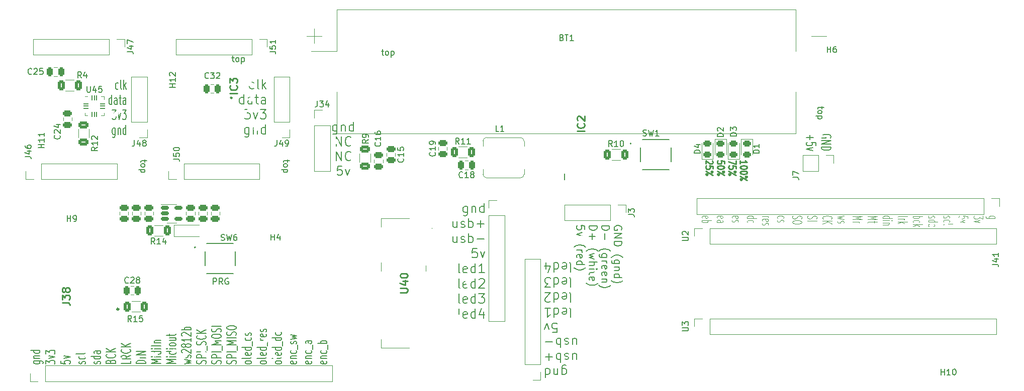
<source format=gbr>
%TF.GenerationSoftware,KiCad,Pcbnew,(6.0.5)*%
%TF.CreationDate,2022-08-13T10:27:20+02:00*%
%TF.ProjectId,clarinoid-devboard,636c6172-696e-46f6-9964-2d646576626f,rev?*%
%TF.SameCoordinates,Original*%
%TF.FileFunction,Legend,Top*%
%TF.FilePolarity,Positive*%
%FSLAX46Y46*%
G04 Gerber Fmt 4.6, Leading zero omitted, Abs format (unit mm)*
G04 Created by KiCad (PCBNEW (6.0.5)) date 2022-08-13 10:27:20*
%MOMM*%
%LPD*%
G01*
G04 APERTURE LIST*
G04 Aperture macros list*
%AMRoundRect*
0 Rectangle with rounded corners*
0 $1 Rounding radius*
0 $2 $3 $4 $5 $6 $7 $8 $9 X,Y pos of 4 corners*
0 Add a 4 corners polygon primitive as box body*
4,1,4,$2,$3,$4,$5,$6,$7,$8,$9,$2,$3,0*
0 Add four circle primitives for the rounded corners*
1,1,$1+$1,$2,$3*
1,1,$1+$1,$4,$5*
1,1,$1+$1,$6,$7*
1,1,$1+$1,$8,$9*
0 Add four rect primitives between the rounded corners*
20,1,$1+$1,$2,$3,$4,$5,0*
20,1,$1+$1,$4,$5,$6,$7,0*
20,1,$1+$1,$6,$7,$8,$9,0*
20,1,$1+$1,$8,$9,$2,$3,0*%
%AMFreePoly0*
4,1,14,0.088284,0.450784,0.100000,0.422500,0.100000,-0.422500,0.088284,-0.450784,0.060000,-0.462500,0.036569,-0.462500,0.008285,-0.450784,-0.088284,-0.354215,-0.100000,-0.325931,-0.100000,0.422500,-0.088284,0.450784,-0.060000,0.462500,0.060000,0.462500,0.088284,0.450784,0.088284,0.450784,$1*%
%AMFreePoly1*
4,1,14,0.088284,0.450784,0.100000,0.422500,0.100000,-0.325931,0.088284,-0.354215,-0.008285,-0.450784,-0.036569,-0.462500,-0.060000,-0.462500,-0.088284,-0.450784,-0.100000,-0.422500,-0.100000,0.422500,-0.088284,0.450784,-0.060000,0.462500,0.060000,0.462500,0.088284,0.450784,0.088284,0.450784,$1*%
%AMFreePoly2*
4,1,14,0.450784,0.088284,0.462500,0.060000,0.462500,-0.060000,0.450784,-0.088284,0.422500,-0.100000,-0.422500,-0.100000,-0.450784,-0.088284,-0.462500,-0.060000,-0.462500,-0.036569,-0.450784,-0.008285,-0.354215,0.088284,-0.325931,0.100000,0.422500,0.100000,0.450784,0.088284,0.450784,0.088284,$1*%
%AMFreePoly3*
4,1,14,0.450784,0.088284,0.462500,0.060000,0.462500,-0.060000,0.450784,-0.088284,0.422500,-0.100000,-0.325931,-0.100000,-0.354215,-0.088284,-0.450784,0.008285,-0.462500,0.036569,-0.462500,0.060000,-0.450784,0.088284,-0.422500,0.100000,0.422500,0.100000,0.450784,0.088284,0.450784,0.088284,$1*%
%AMFreePoly4*
4,1,14,-0.008285,0.450784,0.088284,0.354215,0.100000,0.325931,0.100000,-0.422500,0.088284,-0.450784,0.060000,-0.462500,-0.060000,-0.462500,-0.088284,-0.450784,-0.100000,-0.422500,-0.100000,0.422500,-0.088284,0.450784,-0.060000,0.462500,-0.036569,0.462500,-0.008285,0.450784,-0.008285,0.450784,$1*%
%AMFreePoly5*
4,1,14,0.088284,0.450784,0.100000,0.422500,0.100000,-0.422500,0.088284,-0.450784,0.060000,-0.462500,-0.060000,-0.462500,-0.088284,-0.450784,-0.100000,-0.422500,-0.100000,0.325931,-0.088284,0.354215,0.008285,0.450784,0.036569,0.462500,0.060000,0.462500,0.088284,0.450784,0.088284,0.450784,$1*%
%AMFreePoly6*
4,1,14,0.450784,0.088284,0.462500,0.060000,0.462500,0.036569,0.450784,0.008285,0.354215,-0.088284,0.325931,-0.100000,-0.422500,-0.100000,-0.450784,-0.088284,-0.462500,-0.060000,-0.462500,0.060000,-0.450784,0.088284,-0.422500,0.100000,0.422500,0.100000,0.450784,0.088284,0.450784,0.088284,$1*%
%AMFreePoly7*
4,1,14,0.354215,0.088284,0.450784,-0.008285,0.462500,-0.036569,0.462500,-0.060000,0.450784,-0.088284,0.422500,-0.100000,-0.422500,-0.100000,-0.450784,-0.088284,-0.462500,-0.060000,-0.462500,0.060000,-0.450784,0.088284,-0.422500,0.100000,0.325931,0.100000,0.354215,0.088284,0.354215,0.088284,$1*%
G04 Aperture macros list end*
%ADD10C,0.125000*%
%ADD11C,0.150000*%
%ADD12C,0.225000*%
%ADD13C,0.254000*%
%ADD14C,0.120000*%
%ADD15C,0.200000*%
%ADD16C,0.127000*%
%ADD17C,0.250000*%
%ADD18C,0.300000*%
%ADD19C,0.100000*%
%ADD20C,1.000000*%
%ADD21R,1.300000X1.700000*%
%ADD22C,3.200000*%
%ADD23O,1.700000X1.700000*%
%ADD24R,1.700000X1.700000*%
%ADD25RoundRect,0.250000X-0.475000X0.250000X-0.475000X-0.250000X0.475000X-0.250000X0.475000X0.250000X0*%
%ADD26RoundRect,0.250000X-0.312500X-0.625000X0.312500X-0.625000X0.312500X0.625000X-0.312500X0.625000X0*%
%ADD27RoundRect,0.250000X0.475000X-0.250000X0.475000X0.250000X-0.475000X0.250000X-0.475000X-0.250000X0*%
%ADD28RoundRect,0.250000X0.250000X0.475000X-0.250000X0.475000X-0.250000X-0.475000X0.250000X-0.475000X0*%
%ADD29C,0.500000*%
%ADD30R,2.850000X2.250000*%
%ADD31R,0.700000X0.950000*%
%ADD32R,7.340000X6.350000*%
%ADD33C,2.390000*%
%ADD34C,3.450000*%
%ADD35R,1.850000X3.500000*%
%ADD36R,1.000000X0.750000*%
%ADD37RoundRect,0.243750X-0.456250X0.243750X-0.456250X-0.243750X0.456250X-0.243750X0.456250X0.243750X0*%
%ADD38C,6.200000*%
%ADD39R,1.800000X1.800000*%
%ADD40R,0.800000X0.300000*%
%ADD41R,0.300000X0.800000*%
%ADD42FreePoly0,0.000000*%
%ADD43RoundRect,0.050000X-0.050000X-0.412500X0.050000X-0.412500X0.050000X0.412500X-0.050000X0.412500X0*%
%ADD44FreePoly1,0.000000*%
%ADD45FreePoly2,0.000000*%
%ADD46RoundRect,0.050000X-0.412500X-0.050000X0.412500X-0.050000X0.412500X0.050000X-0.412500X0.050000X0*%
%ADD47FreePoly3,0.000000*%
%ADD48FreePoly4,0.000000*%
%ADD49FreePoly5,0.000000*%
%ADD50FreePoly6,0.000000*%
%ADD51FreePoly7,0.000000*%
%ADD52RoundRect,0.243750X0.456250X-0.243750X0.456250X0.243750X-0.456250X0.243750X-0.456250X-0.243750X0*%
%ADD53R,1.500000X1.600000*%
%ADD54R,2.200000X1.200000*%
%ADD55R,1.500000X1.200000*%
%ADD56R,1.600000X0.700000*%
%ADD57C,1.000000*%
%ADD58RoundRect,0.250000X0.312500X0.625000X-0.312500X0.625000X-0.312500X-0.625000X0.312500X-0.625000X0*%
%ADD59RoundRect,0.250000X-0.250000X-0.475000X0.250000X-0.475000X0.250000X0.475000X-0.250000X0.475000X0*%
%ADD60RoundRect,0.250000X0.625000X-0.312500X0.625000X0.312500X-0.625000X0.312500X-0.625000X-0.312500X0*%
%ADD61C,1.650000*%
%ADD62C,1.150000*%
%ADD63R,1.550000X0.300000*%
%ADD64R,2.750000X1.200000*%
%ADD65RoundRect,0.150000X-0.512500X-0.150000X0.512500X-0.150000X0.512500X0.150000X-0.512500X0.150000X0*%
%ADD66C,0.800000*%
G04 APERTURE END LIST*
D10*
X219700932Y-91215607D02*
X218421884Y-91215607D01*
X218271408Y-91177512D01*
X218196170Y-91139416D01*
X218120932Y-91063226D01*
X218120932Y-90948940D01*
X218196170Y-90872750D01*
X218722837Y-91215607D02*
X218647599Y-91139416D01*
X218647599Y-90987035D01*
X218722837Y-90910845D01*
X218798075Y-90872750D01*
X218948551Y-90834654D01*
X219399980Y-90834654D01*
X219550456Y-90872750D01*
X219625694Y-90910845D01*
X219700932Y-90987035D01*
X219700932Y-91139416D01*
X219625694Y-91215607D01*
X217683799Y-90796559D02*
X217683799Y-91291797D01*
X217081894Y-91025131D01*
X217081894Y-91139416D01*
X217006656Y-91215607D01*
X216931418Y-91253702D01*
X216780941Y-91291797D01*
X216404751Y-91291797D01*
X216254275Y-91253702D01*
X216179037Y-91215607D01*
X216103799Y-91139416D01*
X216103799Y-90910845D01*
X216179037Y-90834654D01*
X216254275Y-90796559D01*
X217157132Y-91558464D02*
X216103799Y-91748940D01*
X217157132Y-91939416D01*
X215139999Y-91253702D02*
X215139999Y-90872750D01*
X214387618Y-90834654D01*
X214462856Y-90872750D01*
X214538094Y-90948940D01*
X214538094Y-91139416D01*
X214462856Y-91215607D01*
X214387618Y-91253702D01*
X214237141Y-91291797D01*
X213860951Y-91291797D01*
X213710475Y-91253702D01*
X213635237Y-91215607D01*
X213559999Y-91139416D01*
X213559999Y-90948940D01*
X213635237Y-90872750D01*
X213710475Y-90834654D01*
X214613332Y-91558464D02*
X213559999Y-91748940D01*
X214613332Y-91939416D01*
X211091437Y-90834654D02*
X211016199Y-90910845D01*
X211016199Y-91063226D01*
X211091437Y-91139416D01*
X211241913Y-91177512D01*
X211317151Y-91177512D01*
X211467627Y-91139416D01*
X211542865Y-91063226D01*
X211542865Y-90948940D01*
X211618103Y-90872750D01*
X211768580Y-90834654D01*
X211843818Y-90834654D01*
X211994294Y-90872750D01*
X212069532Y-90948940D01*
X212069532Y-91063226D01*
X211994294Y-91139416D01*
X211091437Y-91863226D02*
X211016199Y-91787035D01*
X211016199Y-91634654D01*
X211091437Y-91558464D01*
X211166675Y-91520369D01*
X211317151Y-91482274D01*
X211768580Y-91482274D01*
X211919056Y-91520369D01*
X211994294Y-91558464D01*
X212069532Y-91634654D01*
X212069532Y-91787035D01*
X211994294Y-91863226D01*
X211016199Y-92320369D02*
X211091437Y-92244178D01*
X211241913Y-92206083D01*
X212596199Y-92206083D01*
X208547637Y-90834654D02*
X208472399Y-90910845D01*
X208472399Y-91063226D01*
X208547637Y-91139416D01*
X208698113Y-91177512D01*
X208773351Y-91177512D01*
X208923827Y-91139416D01*
X208999065Y-91063226D01*
X208999065Y-90948940D01*
X209074303Y-90872750D01*
X209224780Y-90834654D01*
X209300018Y-90834654D01*
X209450494Y-90872750D01*
X209525732Y-90948940D01*
X209525732Y-91063226D01*
X209450494Y-91139416D01*
X208472399Y-91863226D02*
X210052399Y-91863226D01*
X208547637Y-91863226D02*
X208472399Y-91787035D01*
X208472399Y-91634654D01*
X208547637Y-91558464D01*
X208622875Y-91520369D01*
X208773351Y-91482274D01*
X209224780Y-91482274D01*
X209375256Y-91520369D01*
X209450494Y-91558464D01*
X209525732Y-91634654D01*
X209525732Y-91787035D01*
X209450494Y-91863226D01*
X208472399Y-92587035D02*
X209300018Y-92587035D01*
X209450494Y-92548940D01*
X209525732Y-92472750D01*
X209525732Y-92320369D01*
X209450494Y-92244178D01*
X208547637Y-92587035D02*
X208472399Y-92510845D01*
X208472399Y-92320369D01*
X208547637Y-92244178D01*
X208698113Y-92206083D01*
X208848589Y-92206083D01*
X208999065Y-92244178D01*
X209074303Y-92320369D01*
X209074303Y-92510845D01*
X209149541Y-92587035D01*
X205928599Y-90872750D02*
X207508599Y-90872750D01*
X206906694Y-90872750D02*
X206981932Y-90948940D01*
X206981932Y-91101321D01*
X206906694Y-91177512D01*
X206831456Y-91215607D01*
X206680980Y-91253702D01*
X206229551Y-91253702D01*
X206079075Y-91215607D01*
X206003837Y-91177512D01*
X205928599Y-91101321D01*
X205928599Y-90948940D01*
X206003837Y-90872750D01*
X206003837Y-91939416D02*
X205928599Y-91863226D01*
X205928599Y-91710845D01*
X206003837Y-91634654D01*
X206079075Y-91596559D01*
X206229551Y-91558464D01*
X206680980Y-91558464D01*
X206831456Y-91596559D01*
X206906694Y-91634654D01*
X206981932Y-91710845D01*
X206981932Y-91863226D01*
X206906694Y-91939416D01*
X205928599Y-92282274D02*
X207508599Y-92282274D01*
X206530503Y-92358464D02*
X205928599Y-92587035D01*
X206981932Y-92587035D02*
X206380027Y-92282274D01*
X203384799Y-90987035D02*
X203460037Y-90910845D01*
X203610513Y-90872750D01*
X204964799Y-90872750D01*
X203384799Y-91291797D02*
X204438132Y-91291797D01*
X204137180Y-91291797D02*
X204287656Y-91329893D01*
X204362894Y-91367988D01*
X204438132Y-91444178D01*
X204438132Y-91520369D01*
X203384799Y-91787035D02*
X204964799Y-91787035D01*
X203986703Y-91863226D02*
X203384799Y-92091797D01*
X204438132Y-92091797D02*
X203836227Y-91787035D01*
X200840999Y-91215607D02*
X202420999Y-91215607D01*
X200916237Y-91215607D02*
X200840999Y-91139416D01*
X200840999Y-90987035D01*
X200916237Y-90910845D01*
X200991475Y-90872750D01*
X201141951Y-90834654D01*
X201593380Y-90834654D01*
X201743856Y-90872750D01*
X201819094Y-90910845D01*
X201894332Y-90987035D01*
X201894332Y-91139416D01*
X201819094Y-91215607D01*
X200840999Y-91596559D02*
X201894332Y-91596559D01*
X202420999Y-91596559D02*
X202345761Y-91558464D01*
X202270522Y-91596559D01*
X202345761Y-91634654D01*
X202420999Y-91596559D01*
X202270522Y-91596559D01*
X201894332Y-91977512D02*
X200840999Y-91977512D01*
X201743856Y-91977512D02*
X201819094Y-92015607D01*
X201894332Y-92091797D01*
X201894332Y-92206083D01*
X201819094Y-92282274D01*
X201668618Y-92320369D01*
X200840999Y-92320369D01*
X198297199Y-90872750D02*
X199877199Y-90872750D01*
X198748627Y-91139416D01*
X199877199Y-91406083D01*
X198297199Y-91406083D01*
X199350532Y-91672750D02*
X199350532Y-91977512D01*
X199877199Y-91787035D02*
X198522913Y-91787035D01*
X198372437Y-91825131D01*
X198297199Y-91901321D01*
X198297199Y-91977512D01*
X195753399Y-90872750D02*
X197333399Y-90872750D01*
X196204827Y-91139416D01*
X197333399Y-91406083D01*
X195753399Y-91406083D01*
X195753399Y-91787035D02*
X196806732Y-91787035D01*
X196505780Y-91787035D02*
X196656256Y-91825131D01*
X196731494Y-91863226D01*
X196806732Y-91939416D01*
X196806732Y-92015607D01*
X194262932Y-90796559D02*
X193209599Y-90948940D01*
X193961980Y-91101321D01*
X193209599Y-91253702D01*
X194262932Y-91406083D01*
X193284837Y-91672750D02*
X193209599Y-91748940D01*
X193209599Y-91901321D01*
X193284837Y-91977512D01*
X193435313Y-92015607D01*
X193510551Y-92015607D01*
X193661027Y-91977512D01*
X193736265Y-91901321D01*
X193736265Y-91787035D01*
X193811503Y-91710845D01*
X193961980Y-91672750D01*
X194037218Y-91672750D01*
X194187694Y-91710845D01*
X194262932Y-91787035D01*
X194262932Y-91901321D01*
X194187694Y-91977512D01*
X190816275Y-91329893D02*
X190741037Y-91291797D01*
X190665799Y-91177512D01*
X190665799Y-91101321D01*
X190741037Y-90987035D01*
X190891513Y-90910845D01*
X191041989Y-90872750D01*
X191342941Y-90834654D01*
X191568656Y-90834654D01*
X191869608Y-90872750D01*
X192020084Y-90910845D01*
X192170561Y-90987035D01*
X192245799Y-91101321D01*
X192245799Y-91177512D01*
X192170561Y-91291797D01*
X192095322Y-91329893D01*
X190665799Y-91672750D02*
X192245799Y-91672750D01*
X190665799Y-92129893D02*
X191568656Y-91787035D01*
X192245799Y-92129893D02*
X191342941Y-91672750D01*
X188197237Y-90834654D02*
X188121999Y-90948940D01*
X188121999Y-91139416D01*
X188197237Y-91215607D01*
X188272475Y-91253702D01*
X188422951Y-91291797D01*
X188573427Y-91291797D01*
X188723903Y-91253702D01*
X188799141Y-91215607D01*
X188874380Y-91139416D01*
X188949618Y-90987035D01*
X189024856Y-90910845D01*
X189100094Y-90872750D01*
X189250570Y-90834654D01*
X189401046Y-90834654D01*
X189551522Y-90872750D01*
X189626761Y-90910845D01*
X189701999Y-90987035D01*
X189701999Y-91177512D01*
X189626761Y-91291797D01*
X188121999Y-91634654D02*
X189701999Y-91634654D01*
X185653437Y-90834654D02*
X185578199Y-90948940D01*
X185578199Y-91139416D01*
X185653437Y-91215607D01*
X185728675Y-91253702D01*
X185879151Y-91291797D01*
X186029627Y-91291797D01*
X186180103Y-91253702D01*
X186255341Y-91215607D01*
X186330580Y-91139416D01*
X186405818Y-90987035D01*
X186481056Y-90910845D01*
X186556294Y-90872750D01*
X186706770Y-90834654D01*
X186857246Y-90834654D01*
X187007722Y-90872750D01*
X187082961Y-90910845D01*
X187158199Y-90987035D01*
X187158199Y-91177512D01*
X187082961Y-91291797D01*
X187158199Y-91787035D02*
X187158199Y-91939416D01*
X187082961Y-92015607D01*
X186932484Y-92091797D01*
X186631532Y-92129893D01*
X186104865Y-92129893D01*
X185803913Y-92091797D01*
X185653437Y-92015607D01*
X185578199Y-91939416D01*
X185578199Y-91787035D01*
X185653437Y-91710845D01*
X185803913Y-91634654D01*
X186104865Y-91596559D01*
X186631532Y-91596559D01*
X186932484Y-91634654D01*
X187082961Y-91710845D01*
X187158199Y-91787035D01*
X183109637Y-91215607D02*
X183034399Y-91139416D01*
X183034399Y-90987035D01*
X183109637Y-90910845D01*
X183184875Y-90872750D01*
X183335351Y-90834654D01*
X183786780Y-90834654D01*
X183937256Y-90872750D01*
X184012494Y-90910845D01*
X184087732Y-90987035D01*
X184087732Y-91139416D01*
X184012494Y-91215607D01*
X183109637Y-91520369D02*
X183034399Y-91596559D01*
X183034399Y-91748940D01*
X183109637Y-91825131D01*
X183260113Y-91863226D01*
X183335351Y-91863226D01*
X183485827Y-91825131D01*
X183561065Y-91748940D01*
X183561065Y-91634654D01*
X183636303Y-91558464D01*
X183786780Y-91520369D01*
X183862018Y-91520369D01*
X184012494Y-91558464D01*
X184087732Y-91634654D01*
X184087732Y-91748940D01*
X184012494Y-91825131D01*
X180490599Y-90872750D02*
X181543932Y-90872750D01*
X181242980Y-90872750D02*
X181393456Y-90910845D01*
X181468694Y-90948940D01*
X181543932Y-91025131D01*
X181543932Y-91101321D01*
X180565837Y-91672750D02*
X180490599Y-91596559D01*
X180490599Y-91444178D01*
X180565837Y-91367988D01*
X180716313Y-91329893D01*
X181318218Y-91329893D01*
X181468694Y-91367988D01*
X181543932Y-91444178D01*
X181543932Y-91596559D01*
X181468694Y-91672750D01*
X181318218Y-91710845D01*
X181167741Y-91710845D01*
X181017265Y-91329893D01*
X180565837Y-92015607D02*
X180490599Y-92091797D01*
X180490599Y-92244178D01*
X180565837Y-92320369D01*
X180716313Y-92358464D01*
X180791551Y-92358464D01*
X180942027Y-92320369D01*
X181017265Y-92244178D01*
X181017265Y-92129893D01*
X181092503Y-92053702D01*
X181242980Y-92015607D01*
X181318218Y-92015607D01*
X181468694Y-92053702D01*
X181543932Y-92129893D01*
X181543932Y-92244178D01*
X181468694Y-92320369D01*
X177946799Y-91215607D02*
X179526799Y-91215607D01*
X178022037Y-91215607D02*
X177946799Y-91139416D01*
X177946799Y-90987035D01*
X178022037Y-90910845D01*
X178097275Y-90872750D01*
X178247751Y-90834654D01*
X178699180Y-90834654D01*
X178849656Y-90872750D01*
X178924894Y-90910845D01*
X179000132Y-90987035D01*
X179000132Y-91139416D01*
X178924894Y-91215607D01*
X178022037Y-91939416D02*
X177946799Y-91863226D01*
X177946799Y-91710845D01*
X178022037Y-91634654D01*
X178097275Y-91596559D01*
X178247751Y-91558464D01*
X178699180Y-91558464D01*
X178849656Y-91596559D01*
X178924894Y-91634654D01*
X179000132Y-91710845D01*
X179000132Y-91863226D01*
X178924894Y-91939416D01*
X175478237Y-91177512D02*
X175402999Y-91101321D01*
X175402999Y-90948940D01*
X175478237Y-90872750D01*
X175628713Y-90834654D01*
X176230618Y-90834654D01*
X176381094Y-90872750D01*
X176456332Y-90948940D01*
X176456332Y-91101321D01*
X176381094Y-91177512D01*
X176230618Y-91215607D01*
X176080141Y-91215607D01*
X175929665Y-90834654D01*
X175478237Y-91520369D02*
X175402999Y-91596559D01*
X175402999Y-91748940D01*
X175478237Y-91825131D01*
X175628713Y-91863226D01*
X175703951Y-91863226D01*
X175854427Y-91825131D01*
X175929665Y-91748940D01*
X175929665Y-91634654D01*
X176004903Y-91558464D01*
X176155380Y-91520369D01*
X176230618Y-91520369D01*
X176381094Y-91558464D01*
X176456332Y-91634654D01*
X176456332Y-91748940D01*
X176381094Y-91825131D01*
X172934437Y-91177512D02*
X172859199Y-91101321D01*
X172859199Y-90948940D01*
X172934437Y-90872750D01*
X173084913Y-90834654D01*
X173686818Y-90834654D01*
X173837294Y-90872750D01*
X173912532Y-90948940D01*
X173912532Y-91101321D01*
X173837294Y-91177512D01*
X173686818Y-91215607D01*
X173536341Y-91215607D01*
X173385865Y-90834654D01*
X172859199Y-91901321D02*
X173686818Y-91901321D01*
X173837294Y-91863226D01*
X173912532Y-91787035D01*
X173912532Y-91634654D01*
X173837294Y-91558464D01*
X172934437Y-91901321D02*
X172859199Y-91825131D01*
X172859199Y-91634654D01*
X172934437Y-91558464D01*
X173084913Y-91520369D01*
X173235389Y-91520369D01*
X173385865Y-91558464D01*
X173461103Y-91634654D01*
X173461103Y-91825131D01*
X173536341Y-91901321D01*
X170390637Y-91177512D02*
X170315399Y-91101321D01*
X170315399Y-90948940D01*
X170390637Y-90872750D01*
X170541113Y-90834654D01*
X171143018Y-90834654D01*
X171293494Y-90872750D01*
X171368732Y-90948940D01*
X171368732Y-91101321D01*
X171293494Y-91177512D01*
X171143018Y-91215607D01*
X170992541Y-91215607D01*
X170842065Y-90834654D01*
X170315399Y-91558464D02*
X171895399Y-91558464D01*
X171293494Y-91558464D02*
X171368732Y-91634654D01*
X171368732Y-91787035D01*
X171293494Y-91863226D01*
X171218256Y-91901321D01*
X171067780Y-91939416D01*
X170616351Y-91939416D01*
X170465875Y-91901321D01*
X170390637Y-91863226D01*
X170315399Y-91787035D01*
X170315399Y-91634654D01*
X170390637Y-91558464D01*
D11*
X76531102Y-81370497D02*
X76531102Y-81751450D01*
X76864436Y-81513355D02*
X76007293Y-81513355D01*
X75912055Y-81560974D01*
X75864436Y-81656212D01*
X75864436Y-81751450D01*
X75864436Y-82227640D02*
X75912055Y-82132402D01*
X75959674Y-82084783D01*
X76054912Y-82037164D01*
X76340626Y-82037164D01*
X76435864Y-82084783D01*
X76483483Y-82132402D01*
X76531102Y-82227640D01*
X76531102Y-82370497D01*
X76483483Y-82465736D01*
X76435864Y-82513355D01*
X76340626Y-82560974D01*
X76054912Y-82560974D01*
X75959674Y-82513355D01*
X75912055Y-82465736D01*
X75864436Y-82370497D01*
X75864436Y-82227640D01*
X76531102Y-82989545D02*
X75531102Y-82989545D01*
X76483483Y-82989545D02*
X76531102Y-83084783D01*
X76531102Y-83275259D01*
X76483483Y-83370497D01*
X76435864Y-83418116D01*
X76340626Y-83465736D01*
X76054912Y-83465736D01*
X75959674Y-83418116D01*
X75912055Y-83370497D01*
X75864436Y-83275259D01*
X75864436Y-83084783D01*
X75912055Y-82989545D01*
X192037317Y-77648366D02*
X192113507Y-77553128D01*
X192113507Y-77410271D01*
X192037317Y-77267414D01*
X191884936Y-77172176D01*
X191732555Y-77124557D01*
X191427793Y-77076938D01*
X191199221Y-77076938D01*
X190894459Y-77124557D01*
X190742078Y-77172176D01*
X190589697Y-77267414D01*
X190513507Y-77410271D01*
X190513507Y-77505509D01*
X190589697Y-77648366D01*
X190665888Y-77695985D01*
X191199221Y-77695985D01*
X191199221Y-77505509D01*
X190513507Y-78124557D02*
X192113507Y-78124557D01*
X190513507Y-78695985D01*
X192113507Y-78695985D01*
X190513507Y-79172176D02*
X192113507Y-79172176D01*
X192113507Y-79410271D01*
X192037317Y-79553128D01*
X191884936Y-79648366D01*
X191732555Y-79695985D01*
X191427793Y-79743604D01*
X191199221Y-79743604D01*
X190894459Y-79695985D01*
X190742078Y-79648366D01*
X190589697Y-79553128D01*
X190513507Y-79410271D01*
X190513507Y-79172176D01*
X188547031Y-77219795D02*
X188547031Y-77981700D01*
X187937507Y-77600747D02*
X189156555Y-77600747D01*
X189537507Y-78934081D02*
X189537507Y-78457890D01*
X188775602Y-78410271D01*
X188851793Y-78457890D01*
X188927983Y-78553128D01*
X188927983Y-78791223D01*
X188851793Y-78886461D01*
X188775602Y-78934081D01*
X188623221Y-78981700D01*
X188242269Y-78981700D01*
X188089888Y-78934081D01*
X188013697Y-78886461D01*
X187937507Y-78791223D01*
X187937507Y-78553128D01*
X188013697Y-78457890D01*
X188089888Y-78410271D01*
X189004174Y-79315033D02*
X187937507Y-79553128D01*
X189004174Y-79791223D01*
X190531102Y-72370497D02*
X190531102Y-72751450D01*
X190864436Y-72513355D02*
X190007293Y-72513355D01*
X189912055Y-72560974D01*
X189864436Y-72656212D01*
X189864436Y-72751450D01*
X189864436Y-73227640D02*
X189912055Y-73132402D01*
X189959674Y-73084783D01*
X190054912Y-73037164D01*
X190340626Y-73037164D01*
X190435864Y-73084783D01*
X190483483Y-73132402D01*
X190531102Y-73227640D01*
X190531102Y-73370497D01*
X190483483Y-73465736D01*
X190435864Y-73513355D01*
X190340626Y-73560974D01*
X190054912Y-73560974D01*
X189959674Y-73513355D01*
X189912055Y-73465736D01*
X189864436Y-73370497D01*
X189864436Y-73227640D01*
X190531102Y-73989545D02*
X189531102Y-73989545D01*
X190483483Y-73989545D02*
X190531102Y-74084783D01*
X190531102Y-74275259D01*
X190483483Y-74370497D01*
X190435864Y-74418116D01*
X190340626Y-74465736D01*
X190054912Y-74465736D01*
X189959674Y-74418116D01*
X189912055Y-74370497D01*
X189864436Y-74275259D01*
X189864436Y-74084783D01*
X189912055Y-73989545D01*
X91191578Y-64125416D02*
X91572531Y-64125416D01*
X91334436Y-63792082D02*
X91334436Y-64649225D01*
X91382055Y-64744463D01*
X91477293Y-64792082D01*
X91572531Y-64792082D01*
X92048721Y-64792082D02*
X91953483Y-64744463D01*
X91905864Y-64696844D01*
X91858245Y-64601606D01*
X91858245Y-64315892D01*
X91905864Y-64220654D01*
X91953483Y-64173035D01*
X92048721Y-64125416D01*
X92191578Y-64125416D01*
X92286817Y-64173035D01*
X92334436Y-64220654D01*
X92382055Y-64315892D01*
X92382055Y-64601606D01*
X92334436Y-64696844D01*
X92286817Y-64744463D01*
X92191578Y-64792082D01*
X92048721Y-64792082D01*
X92810626Y-64125416D02*
X92810626Y-65125416D01*
X92810626Y-64173035D02*
X92905864Y-64125416D01*
X93096340Y-64125416D01*
X93191578Y-64173035D01*
X93239197Y-64220654D01*
X93286817Y-64315892D01*
X93286817Y-64601606D01*
X93239197Y-64696844D01*
X93191578Y-64744463D01*
X93096340Y-64792082D01*
X92905864Y-64792082D01*
X92810626Y-64744463D01*
X72042315Y-69362450D02*
X71947077Y-69437688D01*
X71756601Y-69437688D01*
X71661363Y-69362450D01*
X71613744Y-69287212D01*
X71566125Y-69136736D01*
X71566125Y-68685307D01*
X71613744Y-68534831D01*
X71661363Y-68459593D01*
X71756601Y-68384355D01*
X71947077Y-68384355D01*
X72042315Y-68459593D01*
X72613744Y-69437688D02*
X72518505Y-69362450D01*
X72470886Y-69211974D01*
X72470886Y-67857688D01*
X72994696Y-69437688D02*
X72994696Y-67857688D01*
X73089934Y-68835784D02*
X73375648Y-69437688D01*
X73375648Y-68384355D02*
X72994696Y-68986260D01*
X70947077Y-71981488D02*
X70947077Y-70401488D01*
X70947077Y-71906250D02*
X70851839Y-71981488D01*
X70661363Y-71981488D01*
X70566125Y-71906250D01*
X70518505Y-71831012D01*
X70470886Y-71680536D01*
X70470886Y-71229107D01*
X70518505Y-71078631D01*
X70566125Y-71003393D01*
X70661363Y-70928155D01*
X70851839Y-70928155D01*
X70947077Y-71003393D01*
X71851839Y-71981488D02*
X71851839Y-71153869D01*
X71804220Y-71003393D01*
X71708982Y-70928155D01*
X71518505Y-70928155D01*
X71423267Y-71003393D01*
X71851839Y-71906250D02*
X71756601Y-71981488D01*
X71518505Y-71981488D01*
X71423267Y-71906250D01*
X71375648Y-71755774D01*
X71375648Y-71605298D01*
X71423267Y-71454822D01*
X71518505Y-71379584D01*
X71756601Y-71379584D01*
X71851839Y-71304346D01*
X72185172Y-70928155D02*
X72566125Y-70928155D01*
X72328029Y-70401488D02*
X72328029Y-71755774D01*
X72375648Y-71906250D01*
X72470886Y-71981488D01*
X72566125Y-71981488D01*
X73328029Y-71981488D02*
X73328029Y-71153869D01*
X73280410Y-71003393D01*
X73185172Y-70928155D01*
X72994696Y-70928155D01*
X72899458Y-71003393D01*
X73328029Y-71906250D02*
X73232791Y-71981488D01*
X72994696Y-71981488D01*
X72899458Y-71906250D01*
X72851839Y-71755774D01*
X72851839Y-71605298D01*
X72899458Y-71454822D01*
X72994696Y-71379584D01*
X73232791Y-71379584D01*
X73328029Y-71304346D01*
X71042315Y-72945288D02*
X71661363Y-72945288D01*
X71328029Y-73547193D01*
X71470886Y-73547193D01*
X71566125Y-73622431D01*
X71613744Y-73697669D01*
X71661363Y-73848146D01*
X71661363Y-74224336D01*
X71613744Y-74374812D01*
X71566125Y-74450050D01*
X71470886Y-74525288D01*
X71185172Y-74525288D01*
X71089934Y-74450050D01*
X71042315Y-74374812D01*
X71994696Y-73471955D02*
X72232791Y-74525288D01*
X72470886Y-73471955D01*
X72756601Y-72945288D02*
X73375648Y-72945288D01*
X73042315Y-73547193D01*
X73185172Y-73547193D01*
X73280410Y-73622431D01*
X73328029Y-73697669D01*
X73375648Y-73848146D01*
X73375648Y-74224336D01*
X73328029Y-74374812D01*
X73280410Y-74450050D01*
X73185172Y-74525288D01*
X72899458Y-74525288D01*
X72804220Y-74450050D01*
X72756601Y-74374812D01*
X71518505Y-76015755D02*
X71518505Y-77294803D01*
X71470886Y-77445279D01*
X71423267Y-77520517D01*
X71328029Y-77595755D01*
X71185172Y-77595755D01*
X71089934Y-77520517D01*
X71518505Y-76993850D02*
X71423267Y-77069088D01*
X71232791Y-77069088D01*
X71137553Y-76993850D01*
X71089934Y-76918612D01*
X71042315Y-76768136D01*
X71042315Y-76316707D01*
X71089934Y-76166231D01*
X71137553Y-76090993D01*
X71232791Y-76015755D01*
X71423267Y-76015755D01*
X71518505Y-76090993D01*
X71994696Y-76015755D02*
X71994696Y-77069088D01*
X71994696Y-76166231D02*
X72042315Y-76090993D01*
X72137553Y-76015755D01*
X72280410Y-76015755D01*
X72375648Y-76090993D01*
X72423267Y-76241469D01*
X72423267Y-77069088D01*
X73328029Y-77069088D02*
X73328029Y-75489088D01*
X73328029Y-76993850D02*
X73232791Y-77069088D01*
X73042315Y-77069088D01*
X72947077Y-76993850D01*
X72899458Y-76918612D01*
X72851839Y-76768136D01*
X72851839Y-76316707D01*
X72899458Y-76166231D01*
X72947077Y-76090993D01*
X73042315Y-76015755D01*
X73232791Y-76015755D01*
X73328029Y-76090993D01*
X116391578Y-63025450D02*
X116772531Y-63025450D01*
X116534436Y-62692116D02*
X116534436Y-63549259D01*
X116582055Y-63644497D01*
X116677293Y-63692116D01*
X116772531Y-63692116D01*
X117248721Y-63692116D02*
X117153483Y-63644497D01*
X117105864Y-63596878D01*
X117058245Y-63501640D01*
X117058245Y-63215926D01*
X117105864Y-63120688D01*
X117153483Y-63073069D01*
X117248721Y-63025450D01*
X117391578Y-63025450D01*
X117486817Y-63073069D01*
X117534436Y-63120688D01*
X117582055Y-63215926D01*
X117582055Y-63501640D01*
X117534436Y-63596878D01*
X117486817Y-63644497D01*
X117391578Y-63692116D01*
X117248721Y-63692116D01*
X118010626Y-63025450D02*
X118010626Y-64025450D01*
X118010626Y-63073069D02*
X118105864Y-63025450D01*
X118296340Y-63025450D01*
X118391578Y-63073069D01*
X118439197Y-63120688D01*
X118486817Y-63215926D01*
X118486817Y-63501640D01*
X118439197Y-63596878D01*
X118391578Y-63644497D01*
X118296340Y-63692116D01*
X118105864Y-63692116D01*
X118010626Y-63644497D01*
X130859046Y-89191421D02*
X130859046Y-90470469D01*
X130785713Y-90620945D01*
X130712380Y-90696183D01*
X130565713Y-90771421D01*
X130345713Y-90771421D01*
X130199046Y-90696183D01*
X130859046Y-90169516D02*
X130712380Y-90244754D01*
X130419046Y-90244754D01*
X130272380Y-90169516D01*
X130199046Y-90094278D01*
X130125713Y-89943802D01*
X130125713Y-89492373D01*
X130199046Y-89341897D01*
X130272380Y-89266659D01*
X130419046Y-89191421D01*
X130712380Y-89191421D01*
X130859046Y-89266659D01*
X131592380Y-89191421D02*
X131592380Y-90244754D01*
X131592380Y-89341897D02*
X131665713Y-89266659D01*
X131812380Y-89191421D01*
X132032380Y-89191421D01*
X132179046Y-89266659D01*
X132252380Y-89417135D01*
X132252380Y-90244754D01*
X133645713Y-90244754D02*
X133645713Y-88664754D01*
X133645713Y-90169516D02*
X133499046Y-90244754D01*
X133205713Y-90244754D01*
X133059046Y-90169516D01*
X132985713Y-90094278D01*
X132912380Y-89943802D01*
X132912380Y-89492373D01*
X132985713Y-89341897D01*
X133059046Y-89266659D01*
X133205713Y-89191421D01*
X133499046Y-89191421D01*
X133645713Y-89266659D01*
X129099046Y-91735221D02*
X129099046Y-92788554D01*
X128439046Y-91735221D02*
X128439046Y-92562840D01*
X128512380Y-92713316D01*
X128659046Y-92788554D01*
X128879046Y-92788554D01*
X129025713Y-92713316D01*
X129099046Y-92638078D01*
X129759046Y-92713316D02*
X129905713Y-92788554D01*
X130199046Y-92788554D01*
X130345713Y-92713316D01*
X130419046Y-92562840D01*
X130419046Y-92487602D01*
X130345713Y-92337126D01*
X130199046Y-92261888D01*
X129979046Y-92261888D01*
X129832380Y-92186650D01*
X129759046Y-92036173D01*
X129759046Y-91960935D01*
X129832380Y-91810459D01*
X129979046Y-91735221D01*
X130199046Y-91735221D01*
X130345713Y-91810459D01*
X131079046Y-92788554D02*
X131079046Y-91208554D01*
X131079046Y-91810459D02*
X131225713Y-91735221D01*
X131519046Y-91735221D01*
X131665713Y-91810459D01*
X131739046Y-91885697D01*
X131812380Y-92036173D01*
X131812380Y-92487602D01*
X131739046Y-92638078D01*
X131665713Y-92713316D01*
X131519046Y-92788554D01*
X131225713Y-92788554D01*
X131079046Y-92713316D01*
X132472380Y-92186650D02*
X133645713Y-92186650D01*
X133059046Y-92788554D02*
X133059046Y-91584745D01*
X129099046Y-94279021D02*
X129099046Y-95332354D01*
X128439046Y-94279021D02*
X128439046Y-95106640D01*
X128512380Y-95257116D01*
X128659046Y-95332354D01*
X128879046Y-95332354D01*
X129025713Y-95257116D01*
X129099046Y-95181878D01*
X129759046Y-95257116D02*
X129905713Y-95332354D01*
X130199046Y-95332354D01*
X130345713Y-95257116D01*
X130419046Y-95106640D01*
X130419046Y-95031402D01*
X130345713Y-94880926D01*
X130199046Y-94805688D01*
X129979046Y-94805688D01*
X129832380Y-94730450D01*
X129759046Y-94579973D01*
X129759046Y-94504735D01*
X129832380Y-94354259D01*
X129979046Y-94279021D01*
X130199046Y-94279021D01*
X130345713Y-94354259D01*
X131079046Y-95332354D02*
X131079046Y-93752354D01*
X131079046Y-94354259D02*
X131225713Y-94279021D01*
X131519046Y-94279021D01*
X131665713Y-94354259D01*
X131739046Y-94429497D01*
X131812380Y-94579973D01*
X131812380Y-95031402D01*
X131739046Y-95181878D01*
X131665713Y-95257116D01*
X131519046Y-95332354D01*
X131225713Y-95332354D01*
X131079046Y-95257116D01*
X132472380Y-94730450D02*
X133645713Y-94730450D01*
X132472380Y-96296154D02*
X131739046Y-96296154D01*
X131665713Y-97048535D01*
X131739046Y-96973297D01*
X131885713Y-96898059D01*
X132252380Y-96898059D01*
X132399046Y-96973297D01*
X132472380Y-97048535D01*
X132545713Y-97199012D01*
X132545713Y-97575202D01*
X132472380Y-97725678D01*
X132399046Y-97800916D01*
X132252380Y-97876154D01*
X131885713Y-97876154D01*
X131739046Y-97800916D01*
X131665713Y-97725678D01*
X133059046Y-96822821D02*
X133425713Y-97876154D01*
X133792380Y-96822821D01*
X129612380Y-100419954D02*
X129465713Y-100344716D01*
X129392380Y-100194240D01*
X129392380Y-98839954D01*
X130785713Y-100344716D02*
X130639046Y-100419954D01*
X130345713Y-100419954D01*
X130199046Y-100344716D01*
X130125713Y-100194240D01*
X130125713Y-99592335D01*
X130199046Y-99441859D01*
X130345713Y-99366621D01*
X130639046Y-99366621D01*
X130785713Y-99441859D01*
X130859046Y-99592335D01*
X130859046Y-99742812D01*
X130125713Y-99893288D01*
X132179046Y-100419954D02*
X132179046Y-98839954D01*
X132179046Y-100344716D02*
X132032380Y-100419954D01*
X131739046Y-100419954D01*
X131592380Y-100344716D01*
X131519046Y-100269478D01*
X131445713Y-100119002D01*
X131445713Y-99667573D01*
X131519046Y-99517097D01*
X131592380Y-99441859D01*
X131739046Y-99366621D01*
X132032380Y-99366621D01*
X132179046Y-99441859D01*
X133719046Y-100419954D02*
X132839046Y-100419954D01*
X133279046Y-100419954D02*
X133279046Y-98839954D01*
X133132380Y-99065669D01*
X132985713Y-99216145D01*
X132839046Y-99291383D01*
X129612380Y-102963754D02*
X129465713Y-102888516D01*
X129392380Y-102738040D01*
X129392380Y-101383754D01*
X130785713Y-102888516D02*
X130639046Y-102963754D01*
X130345713Y-102963754D01*
X130199046Y-102888516D01*
X130125713Y-102738040D01*
X130125713Y-102136135D01*
X130199046Y-101985659D01*
X130345713Y-101910421D01*
X130639046Y-101910421D01*
X130785713Y-101985659D01*
X130859046Y-102136135D01*
X130859046Y-102286612D01*
X130125713Y-102437088D01*
X132179046Y-102963754D02*
X132179046Y-101383754D01*
X132179046Y-102888516D02*
X132032380Y-102963754D01*
X131739046Y-102963754D01*
X131592380Y-102888516D01*
X131519046Y-102813278D01*
X131445713Y-102662802D01*
X131445713Y-102211373D01*
X131519046Y-102060897D01*
X131592380Y-101985659D01*
X131739046Y-101910421D01*
X132032380Y-101910421D01*
X132179046Y-101985659D01*
X132839046Y-101534231D02*
X132912380Y-101458993D01*
X133059046Y-101383754D01*
X133425713Y-101383754D01*
X133572380Y-101458993D01*
X133645713Y-101534231D01*
X133719046Y-101684707D01*
X133719046Y-101835183D01*
X133645713Y-102060897D01*
X132765713Y-102963754D01*
X133719046Y-102963754D01*
X129612380Y-105507554D02*
X129465713Y-105432316D01*
X129392380Y-105281840D01*
X129392380Y-103927554D01*
X130785713Y-105432316D02*
X130639046Y-105507554D01*
X130345713Y-105507554D01*
X130199046Y-105432316D01*
X130125713Y-105281840D01*
X130125713Y-104679935D01*
X130199046Y-104529459D01*
X130345713Y-104454221D01*
X130639046Y-104454221D01*
X130785713Y-104529459D01*
X130859046Y-104679935D01*
X130859046Y-104830412D01*
X130125713Y-104980888D01*
X132179046Y-105507554D02*
X132179046Y-103927554D01*
X132179046Y-105432316D02*
X132032380Y-105507554D01*
X131739046Y-105507554D01*
X131592380Y-105432316D01*
X131519046Y-105357078D01*
X131445713Y-105206602D01*
X131445713Y-104755173D01*
X131519046Y-104604697D01*
X131592380Y-104529459D01*
X131739046Y-104454221D01*
X132032380Y-104454221D01*
X132179046Y-104529459D01*
X132765713Y-103927554D02*
X133719046Y-103927554D01*
X133205713Y-104529459D01*
X133425713Y-104529459D01*
X133572380Y-104604697D01*
X133645713Y-104679935D01*
X133719046Y-104830412D01*
X133719046Y-105206602D01*
X133645713Y-105357078D01*
X133572380Y-105432316D01*
X133425713Y-105507554D01*
X132985713Y-105507554D01*
X132839046Y-105432316D01*
X132765713Y-105357078D01*
X129612380Y-108051354D02*
X129465713Y-107976116D01*
X129392380Y-107825640D01*
X129392380Y-106471354D01*
X130785713Y-107976116D02*
X130639046Y-108051354D01*
X130345713Y-108051354D01*
X130199046Y-107976116D01*
X130125713Y-107825640D01*
X130125713Y-107223735D01*
X130199046Y-107073259D01*
X130345713Y-106998021D01*
X130639046Y-106998021D01*
X130785713Y-107073259D01*
X130859046Y-107223735D01*
X130859046Y-107374212D01*
X130125713Y-107524688D01*
X132179046Y-108051354D02*
X132179046Y-106471354D01*
X132179046Y-107976116D02*
X132032380Y-108051354D01*
X131739046Y-108051354D01*
X131592380Y-107976116D01*
X131519046Y-107900878D01*
X131445713Y-107750402D01*
X131445713Y-107298973D01*
X131519046Y-107148497D01*
X131592380Y-107073259D01*
X131739046Y-106998021D01*
X132032380Y-106998021D01*
X132179046Y-107073259D01*
X133572380Y-106998021D02*
X133572380Y-108051354D01*
X133205713Y-106396116D02*
X132839046Y-107524688D01*
X133792380Y-107524688D01*
X156803291Y-93176506D02*
X156865195Y-93052696D01*
X156865195Y-92866982D01*
X156803291Y-92681268D01*
X156679481Y-92557458D01*
X156555671Y-92495553D01*
X156308052Y-92433649D01*
X156122338Y-92433649D01*
X155874719Y-92495553D01*
X155750910Y-92557458D01*
X155627100Y-92681268D01*
X155565195Y-92866982D01*
X155565195Y-92990791D01*
X155627100Y-93176506D01*
X155689005Y-93238410D01*
X156122338Y-93238410D01*
X156122338Y-92990791D01*
X155565195Y-93795553D02*
X156865195Y-93795553D01*
X155565195Y-94538410D01*
X156865195Y-94538410D01*
X155565195Y-95157458D02*
X156865195Y-95157458D01*
X156865195Y-95466982D01*
X156803291Y-95652696D01*
X156679481Y-95776506D01*
X156555671Y-95838410D01*
X156308052Y-95900315D01*
X156122338Y-95900315D01*
X155874719Y-95838410D01*
X155750910Y-95776506D01*
X155627100Y-95652696D01*
X155565195Y-95466982D01*
X155565195Y-95157458D01*
X155069957Y-97819363D02*
X155131862Y-97757458D01*
X155317576Y-97633649D01*
X155441386Y-97571744D01*
X155627100Y-97509839D01*
X155936624Y-97447934D01*
X156184243Y-97447934D01*
X156493767Y-97509839D01*
X156679481Y-97571744D01*
X156803291Y-97633649D01*
X156989005Y-97757458D01*
X157050910Y-97819363D01*
X156431862Y-98871744D02*
X155379481Y-98871744D01*
X155255671Y-98809839D01*
X155193767Y-98747934D01*
X155131862Y-98624125D01*
X155131862Y-98438410D01*
X155193767Y-98314601D01*
X155627100Y-98871744D02*
X155565195Y-98747934D01*
X155565195Y-98500315D01*
X155627100Y-98376506D01*
X155689005Y-98314601D01*
X155812814Y-98252696D01*
X156184243Y-98252696D01*
X156308052Y-98314601D01*
X156369957Y-98376506D01*
X156431862Y-98500315D01*
X156431862Y-98747934D01*
X156369957Y-98871744D01*
X156431862Y-99490791D02*
X155565195Y-99490791D01*
X156308052Y-99490791D02*
X156369957Y-99552696D01*
X156431862Y-99676506D01*
X156431862Y-99862220D01*
X156369957Y-99986030D01*
X156246148Y-100047934D01*
X155565195Y-100047934D01*
X155565195Y-101224125D02*
X156865195Y-101224125D01*
X155627100Y-101224125D02*
X155565195Y-101100315D01*
X155565195Y-100852696D01*
X155627100Y-100728887D01*
X155689005Y-100666982D01*
X155812814Y-100605077D01*
X156184243Y-100605077D01*
X156308052Y-100666982D01*
X156369957Y-100728887D01*
X156431862Y-100852696D01*
X156431862Y-101100315D01*
X156369957Y-101224125D01*
X155069957Y-101719363D02*
X155131862Y-101781268D01*
X155317576Y-101905077D01*
X155441386Y-101966982D01*
X155627100Y-102028887D01*
X155936624Y-102090791D01*
X156184243Y-102090791D01*
X156493767Y-102028887D01*
X156679481Y-101966982D01*
X156803291Y-101905077D01*
X156989005Y-101781268D01*
X157050910Y-101719363D01*
X153472195Y-92495553D02*
X154772195Y-92495553D01*
X154772195Y-92805077D01*
X154710291Y-92990791D01*
X154586481Y-93114601D01*
X154462671Y-93176506D01*
X154215052Y-93238410D01*
X154029338Y-93238410D01*
X153781719Y-93176506D01*
X153657910Y-93114601D01*
X153534100Y-92990791D01*
X153472195Y-92805077D01*
X153472195Y-92495553D01*
X153967433Y-93795553D02*
X153967433Y-94786030D01*
X152976957Y-96766982D02*
X153038862Y-96705077D01*
X153224576Y-96581268D01*
X153348386Y-96519363D01*
X153534100Y-96457458D01*
X153843624Y-96395553D01*
X154091243Y-96395553D01*
X154400767Y-96457458D01*
X154586481Y-96519363D01*
X154710291Y-96581268D01*
X154896005Y-96705077D01*
X154957910Y-96766982D01*
X154338862Y-97819363D02*
X153286481Y-97819363D01*
X153162671Y-97757458D01*
X153100767Y-97695553D01*
X153038862Y-97571744D01*
X153038862Y-97386030D01*
X153100767Y-97262220D01*
X153534100Y-97819363D02*
X153472195Y-97695553D01*
X153472195Y-97447934D01*
X153534100Y-97324125D01*
X153596005Y-97262220D01*
X153719814Y-97200315D01*
X154091243Y-97200315D01*
X154215052Y-97262220D01*
X154276957Y-97324125D01*
X154338862Y-97447934D01*
X154338862Y-97695553D01*
X154276957Y-97819363D01*
X153472195Y-98438410D02*
X154338862Y-98438410D01*
X154091243Y-98438410D02*
X154215052Y-98500315D01*
X154276957Y-98562220D01*
X154338862Y-98686030D01*
X154338862Y-98809839D01*
X153534100Y-99738410D02*
X153472195Y-99614601D01*
X153472195Y-99366982D01*
X153534100Y-99243172D01*
X153657910Y-99181268D01*
X154153148Y-99181268D01*
X154276957Y-99243172D01*
X154338862Y-99366982D01*
X154338862Y-99614601D01*
X154276957Y-99738410D01*
X154153148Y-99800315D01*
X154029338Y-99800315D01*
X153905529Y-99181268D01*
X153534100Y-100852696D02*
X153472195Y-100728887D01*
X153472195Y-100481268D01*
X153534100Y-100357458D01*
X153657910Y-100295553D01*
X154153148Y-100295553D01*
X154276957Y-100357458D01*
X154338862Y-100481268D01*
X154338862Y-100728887D01*
X154276957Y-100852696D01*
X154153148Y-100914601D01*
X154029338Y-100914601D01*
X153905529Y-100295553D01*
X154338862Y-101471744D02*
X153472195Y-101471744D01*
X154215052Y-101471744D02*
X154276957Y-101533649D01*
X154338862Y-101657458D01*
X154338862Y-101843172D01*
X154276957Y-101966982D01*
X154153148Y-102028887D01*
X153472195Y-102028887D01*
X152976957Y-102524125D02*
X153038862Y-102586030D01*
X153224576Y-102709839D01*
X153348386Y-102771744D01*
X153534100Y-102833649D01*
X153843624Y-102895553D01*
X154091243Y-102895553D01*
X154400767Y-102833649D01*
X154586481Y-102771744D01*
X154710291Y-102709839D01*
X154896005Y-102586030D01*
X154957910Y-102524125D01*
X151379195Y-92495553D02*
X152679195Y-92495553D01*
X152679195Y-92805077D01*
X152617291Y-92990791D01*
X152493481Y-93114601D01*
X152369671Y-93176506D01*
X152122052Y-93238410D01*
X151936338Y-93238410D01*
X151688719Y-93176506D01*
X151564910Y-93114601D01*
X151441100Y-92990791D01*
X151379195Y-92805077D01*
X151379195Y-92495553D01*
X151874433Y-93795553D02*
X151874433Y-94786030D01*
X151379195Y-94290791D02*
X152369671Y-94290791D01*
X150883957Y-96766982D02*
X150945862Y-96705077D01*
X151131576Y-96581268D01*
X151255386Y-96519363D01*
X151441100Y-96457458D01*
X151750624Y-96395553D01*
X151998243Y-96395553D01*
X152307767Y-96457458D01*
X152493481Y-96519363D01*
X152617291Y-96581268D01*
X152803005Y-96705077D01*
X152864910Y-96766982D01*
X152245862Y-97138410D02*
X151379195Y-97386030D01*
X151998243Y-97633649D01*
X151379195Y-97881268D01*
X152245862Y-98128887D01*
X151379195Y-98624125D02*
X152679195Y-98624125D01*
X151379195Y-99181268D02*
X152060148Y-99181268D01*
X152183957Y-99119363D01*
X152245862Y-98995553D01*
X152245862Y-98809839D01*
X152183957Y-98686030D01*
X152122052Y-98624125D01*
X151379195Y-99800315D02*
X152245862Y-99800315D01*
X152679195Y-99800315D02*
X152617291Y-99738410D01*
X152555386Y-99800315D01*
X152617291Y-99862220D01*
X152679195Y-99800315D01*
X152555386Y-99800315D01*
X152245862Y-100233649D02*
X152245862Y-100728887D01*
X152679195Y-100419363D02*
X151564910Y-100419363D01*
X151441100Y-100481268D01*
X151379195Y-100605077D01*
X151379195Y-100728887D01*
X151441100Y-101657458D02*
X151379195Y-101533649D01*
X151379195Y-101286030D01*
X151441100Y-101162220D01*
X151564910Y-101100315D01*
X152060148Y-101100315D01*
X152183957Y-101162220D01*
X152245862Y-101286030D01*
X152245862Y-101533649D01*
X152183957Y-101657458D01*
X152060148Y-101719363D01*
X151936338Y-101719363D01*
X151812529Y-101100315D01*
X150883957Y-102152696D02*
X150945862Y-102214601D01*
X151131576Y-102338410D01*
X151255386Y-102400315D01*
X151441100Y-102462220D01*
X151750624Y-102524125D01*
X151998243Y-102524125D01*
X152307767Y-102462220D01*
X152493481Y-102400315D01*
X152617291Y-102338410D01*
X152803005Y-102214601D01*
X152864910Y-102152696D01*
X150586195Y-93114601D02*
X150586195Y-92495553D01*
X149967148Y-92433649D01*
X150029052Y-92495553D01*
X150090957Y-92619363D01*
X150090957Y-92928887D01*
X150029052Y-93052696D01*
X149967148Y-93114601D01*
X149843338Y-93176506D01*
X149533814Y-93176506D01*
X149410005Y-93114601D01*
X149348100Y-93052696D01*
X149286195Y-92928887D01*
X149286195Y-92619363D01*
X149348100Y-92495553D01*
X149410005Y-92433649D01*
X150152862Y-93609839D02*
X149286195Y-93919363D01*
X150152862Y-94228887D01*
X148790957Y-96086030D02*
X148852862Y-96024125D01*
X149038576Y-95900315D01*
X149162386Y-95838410D01*
X149348100Y-95776506D01*
X149657624Y-95714601D01*
X149905243Y-95714601D01*
X150214767Y-95776506D01*
X150400481Y-95838410D01*
X150524291Y-95900315D01*
X150710005Y-96024125D01*
X150771910Y-96086030D01*
X149286195Y-96581268D02*
X150152862Y-96581268D01*
X149905243Y-96581268D02*
X150029052Y-96643172D01*
X150090957Y-96705077D01*
X150152862Y-96828887D01*
X150152862Y-96952696D01*
X149348100Y-97881268D02*
X149286195Y-97757458D01*
X149286195Y-97509839D01*
X149348100Y-97386030D01*
X149471910Y-97324125D01*
X149967148Y-97324125D01*
X150090957Y-97386030D01*
X150152862Y-97509839D01*
X150152862Y-97757458D01*
X150090957Y-97881268D01*
X149967148Y-97943172D01*
X149843338Y-97943172D01*
X149719529Y-97324125D01*
X149286195Y-99057458D02*
X150586195Y-99057458D01*
X149348100Y-99057458D02*
X149286195Y-98933649D01*
X149286195Y-98686030D01*
X149348100Y-98562220D01*
X149410005Y-98500315D01*
X149533814Y-98438410D01*
X149905243Y-98438410D01*
X150029052Y-98500315D01*
X150090957Y-98562220D01*
X150152862Y-98686030D01*
X150152862Y-98933649D01*
X150090957Y-99057458D01*
X148790957Y-99552696D02*
X148852862Y-99614601D01*
X149038576Y-99738410D01*
X149162386Y-99800315D01*
X149348100Y-99862220D01*
X149657624Y-99924125D01*
X149905243Y-99924125D01*
X150214767Y-99862220D01*
X150400481Y-99800315D01*
X150524291Y-99738410D01*
X150710005Y-99614601D01*
X150771910Y-99552696D01*
X146789983Y-117580859D02*
X146789983Y-116301811D01*
X146863316Y-116151335D01*
X146936650Y-116076097D01*
X147083316Y-116000859D01*
X147303316Y-116000859D01*
X147449983Y-116076097D01*
X146789983Y-116602764D02*
X146936650Y-116527526D01*
X147229983Y-116527526D01*
X147376650Y-116602764D01*
X147449983Y-116678002D01*
X147523316Y-116828478D01*
X147523316Y-117279907D01*
X147449983Y-117430383D01*
X147376650Y-117505621D01*
X147229983Y-117580859D01*
X146936650Y-117580859D01*
X146789983Y-117505621D01*
X146056650Y-117580859D02*
X146056650Y-116527526D01*
X146056650Y-117430383D02*
X145983316Y-117505621D01*
X145836650Y-117580859D01*
X145616650Y-117580859D01*
X145469983Y-117505621D01*
X145396650Y-117355145D01*
X145396650Y-116527526D01*
X144003316Y-116527526D02*
X144003316Y-118107526D01*
X144003316Y-116602764D02*
X144149983Y-116527526D01*
X144443316Y-116527526D01*
X144589983Y-116602764D01*
X144663316Y-116678002D01*
X144736650Y-116828478D01*
X144736650Y-117279907D01*
X144663316Y-117430383D01*
X144589983Y-117505621D01*
X144443316Y-117580859D01*
X144149983Y-117580859D01*
X144003316Y-117505621D01*
X148549983Y-115037059D02*
X148549983Y-113983726D01*
X149209983Y-115037059D02*
X149209983Y-114209440D01*
X149136650Y-114058964D01*
X148989983Y-113983726D01*
X148769983Y-113983726D01*
X148623316Y-114058964D01*
X148549983Y-114134202D01*
X147889983Y-114058964D02*
X147743316Y-113983726D01*
X147449983Y-113983726D01*
X147303316Y-114058964D01*
X147229983Y-114209440D01*
X147229983Y-114284678D01*
X147303316Y-114435154D01*
X147449983Y-114510392D01*
X147669983Y-114510392D01*
X147816650Y-114585630D01*
X147889983Y-114736107D01*
X147889983Y-114811345D01*
X147816650Y-114961821D01*
X147669983Y-115037059D01*
X147449983Y-115037059D01*
X147303316Y-114961821D01*
X146569983Y-113983726D02*
X146569983Y-115563726D01*
X146569983Y-114961821D02*
X146423316Y-115037059D01*
X146129983Y-115037059D01*
X145983316Y-114961821D01*
X145909983Y-114886583D01*
X145836650Y-114736107D01*
X145836650Y-114284678D01*
X145909983Y-114134202D01*
X145983316Y-114058964D01*
X146129983Y-113983726D01*
X146423316Y-113983726D01*
X146569983Y-114058964D01*
X145176650Y-114585630D02*
X144003316Y-114585630D01*
X144589983Y-113983726D02*
X144589983Y-115187535D01*
X148549983Y-112493259D02*
X148549983Y-111439926D01*
X149209983Y-112493259D02*
X149209983Y-111665640D01*
X149136650Y-111515164D01*
X148989983Y-111439926D01*
X148769983Y-111439926D01*
X148623316Y-111515164D01*
X148549983Y-111590402D01*
X147889983Y-111515164D02*
X147743316Y-111439926D01*
X147449983Y-111439926D01*
X147303316Y-111515164D01*
X147229983Y-111665640D01*
X147229983Y-111740878D01*
X147303316Y-111891354D01*
X147449983Y-111966592D01*
X147669983Y-111966592D01*
X147816650Y-112041830D01*
X147889983Y-112192307D01*
X147889983Y-112267545D01*
X147816650Y-112418021D01*
X147669983Y-112493259D01*
X147449983Y-112493259D01*
X147303316Y-112418021D01*
X146569983Y-111439926D02*
X146569983Y-113019926D01*
X146569983Y-112418021D02*
X146423316Y-112493259D01*
X146129983Y-112493259D01*
X145983316Y-112418021D01*
X145909983Y-112342783D01*
X145836650Y-112192307D01*
X145836650Y-111740878D01*
X145909983Y-111590402D01*
X145983316Y-111515164D01*
X146129983Y-111439926D01*
X146423316Y-111439926D01*
X146569983Y-111515164D01*
X145176650Y-112041830D02*
X144003316Y-112041830D01*
X145176650Y-110476126D02*
X145909983Y-110476126D01*
X145983316Y-109723745D01*
X145909983Y-109798983D01*
X145763316Y-109874221D01*
X145396650Y-109874221D01*
X145249983Y-109798983D01*
X145176650Y-109723745D01*
X145103316Y-109573268D01*
X145103316Y-109197078D01*
X145176650Y-109046602D01*
X145249983Y-108971364D01*
X145396650Y-108896126D01*
X145763316Y-108896126D01*
X145909983Y-108971364D01*
X145983316Y-109046602D01*
X144589983Y-109949459D02*
X144223316Y-108896126D01*
X143856650Y-109949459D01*
X148036650Y-106352326D02*
X148183316Y-106427564D01*
X148256650Y-106578040D01*
X148256650Y-107932326D01*
X146863316Y-106427564D02*
X147009983Y-106352326D01*
X147303316Y-106352326D01*
X147449983Y-106427564D01*
X147523316Y-106578040D01*
X147523316Y-107179945D01*
X147449983Y-107330421D01*
X147303316Y-107405659D01*
X147009983Y-107405659D01*
X146863316Y-107330421D01*
X146789983Y-107179945D01*
X146789983Y-107029468D01*
X147523316Y-106878992D01*
X145469983Y-106352326D02*
X145469983Y-107932326D01*
X145469983Y-106427564D02*
X145616650Y-106352326D01*
X145909983Y-106352326D01*
X146056650Y-106427564D01*
X146129983Y-106502802D01*
X146203316Y-106653278D01*
X146203316Y-107104707D01*
X146129983Y-107255183D01*
X146056650Y-107330421D01*
X145909983Y-107405659D01*
X145616650Y-107405659D01*
X145469983Y-107330421D01*
X143929983Y-106352326D02*
X144809983Y-106352326D01*
X144369983Y-106352326D02*
X144369983Y-107932326D01*
X144516650Y-107706611D01*
X144663316Y-107556135D01*
X144809983Y-107480897D01*
X148036650Y-103808526D02*
X148183316Y-103883764D01*
X148256650Y-104034240D01*
X148256650Y-105388526D01*
X146863316Y-103883764D02*
X147009983Y-103808526D01*
X147303316Y-103808526D01*
X147449983Y-103883764D01*
X147523316Y-104034240D01*
X147523316Y-104636145D01*
X147449983Y-104786621D01*
X147303316Y-104861859D01*
X147009983Y-104861859D01*
X146863316Y-104786621D01*
X146789983Y-104636145D01*
X146789983Y-104485668D01*
X147523316Y-104335192D01*
X145469983Y-103808526D02*
X145469983Y-105388526D01*
X145469983Y-103883764D02*
X145616650Y-103808526D01*
X145909983Y-103808526D01*
X146056650Y-103883764D01*
X146129983Y-103959002D01*
X146203316Y-104109478D01*
X146203316Y-104560907D01*
X146129983Y-104711383D01*
X146056650Y-104786621D01*
X145909983Y-104861859D01*
X145616650Y-104861859D01*
X145469983Y-104786621D01*
X144809983Y-105238049D02*
X144736650Y-105313288D01*
X144589983Y-105388526D01*
X144223316Y-105388526D01*
X144076650Y-105313288D01*
X144003316Y-105238049D01*
X143929983Y-105087573D01*
X143929983Y-104937097D01*
X144003316Y-104711383D01*
X144883316Y-103808526D01*
X143929983Y-103808526D01*
X148036650Y-101264726D02*
X148183316Y-101339964D01*
X148256650Y-101490440D01*
X148256650Y-102844726D01*
X146863316Y-101339964D02*
X147009983Y-101264726D01*
X147303316Y-101264726D01*
X147449983Y-101339964D01*
X147523316Y-101490440D01*
X147523316Y-102092345D01*
X147449983Y-102242821D01*
X147303316Y-102318059D01*
X147009983Y-102318059D01*
X146863316Y-102242821D01*
X146789983Y-102092345D01*
X146789983Y-101941868D01*
X147523316Y-101791392D01*
X145469983Y-101264726D02*
X145469983Y-102844726D01*
X145469983Y-101339964D02*
X145616650Y-101264726D01*
X145909983Y-101264726D01*
X146056650Y-101339964D01*
X146129983Y-101415202D01*
X146203316Y-101565678D01*
X146203316Y-102017107D01*
X146129983Y-102167583D01*
X146056650Y-102242821D01*
X145909983Y-102318059D01*
X145616650Y-102318059D01*
X145469983Y-102242821D01*
X144883316Y-102844726D02*
X143929983Y-102844726D01*
X144443316Y-102242821D01*
X144223316Y-102242821D01*
X144076650Y-102167583D01*
X144003316Y-102092345D01*
X143929983Y-101941868D01*
X143929983Y-101565678D01*
X144003316Y-101415202D01*
X144076650Y-101339964D01*
X144223316Y-101264726D01*
X144663316Y-101264726D01*
X144809983Y-101339964D01*
X144883316Y-101415202D01*
X148036650Y-98720926D02*
X148183316Y-98796164D01*
X148256650Y-98946640D01*
X148256650Y-100300926D01*
X146863316Y-98796164D02*
X147009983Y-98720926D01*
X147303316Y-98720926D01*
X147449983Y-98796164D01*
X147523316Y-98946640D01*
X147523316Y-99548545D01*
X147449983Y-99699021D01*
X147303316Y-99774259D01*
X147009983Y-99774259D01*
X146863316Y-99699021D01*
X146789983Y-99548545D01*
X146789983Y-99398068D01*
X147523316Y-99247592D01*
X145469983Y-98720926D02*
X145469983Y-100300926D01*
X145469983Y-98796164D02*
X145616650Y-98720926D01*
X145909983Y-98720926D01*
X146056650Y-98796164D01*
X146129983Y-98871402D01*
X146203316Y-99021878D01*
X146203316Y-99473307D01*
X146129983Y-99623783D01*
X146056650Y-99699021D01*
X145909983Y-99774259D01*
X145616650Y-99774259D01*
X145469983Y-99699021D01*
X144076650Y-99774259D02*
X144076650Y-98720926D01*
X144443316Y-100376164D02*
X144809983Y-99247592D01*
X143856650Y-99247592D01*
X57804645Y-115305867D02*
X59083693Y-115305867D01*
X59234169Y-115353486D01*
X59309407Y-115401105D01*
X59384645Y-115496343D01*
X59384645Y-115639200D01*
X59309407Y-115734438D01*
X58782740Y-115305867D02*
X58857978Y-115401105D01*
X58857978Y-115591581D01*
X58782740Y-115686819D01*
X58707502Y-115734438D01*
X58557026Y-115782057D01*
X58105597Y-115782057D01*
X57955121Y-115734438D01*
X57879883Y-115686819D01*
X57804645Y-115591581D01*
X57804645Y-115401105D01*
X57879883Y-115305867D01*
X57804645Y-114829676D02*
X58857978Y-114829676D01*
X57955121Y-114829676D02*
X57879883Y-114782057D01*
X57804645Y-114686819D01*
X57804645Y-114543962D01*
X57879883Y-114448724D01*
X58030359Y-114401105D01*
X58857978Y-114401105D01*
X58857978Y-113496343D02*
X57277978Y-113496343D01*
X58782740Y-113496343D02*
X58857978Y-113591581D01*
X58857978Y-113782057D01*
X58782740Y-113877295D01*
X58707502Y-113924914D01*
X58557026Y-113972534D01*
X58105597Y-113972534D01*
X57955121Y-113924914D01*
X57879883Y-113877295D01*
X57804645Y-113782057D01*
X57804645Y-113591581D01*
X57879883Y-113496343D01*
X59821778Y-115829676D02*
X59821778Y-115210629D01*
X60423683Y-115543962D01*
X60423683Y-115401105D01*
X60498921Y-115305867D01*
X60574159Y-115258248D01*
X60724636Y-115210629D01*
X61100826Y-115210629D01*
X61251302Y-115258248D01*
X61326540Y-115305867D01*
X61401778Y-115401105D01*
X61401778Y-115686819D01*
X61326540Y-115782057D01*
X61251302Y-115829676D01*
X60348445Y-114877295D02*
X61401778Y-114639200D01*
X60348445Y-114401105D01*
X59821778Y-114115391D02*
X59821778Y-113496343D01*
X60423683Y-113829676D01*
X60423683Y-113686819D01*
X60498921Y-113591581D01*
X60574159Y-113543962D01*
X60724636Y-113496343D01*
X61100826Y-113496343D01*
X61251302Y-113543962D01*
X61326540Y-113591581D01*
X61401778Y-113686819D01*
X61401778Y-113972534D01*
X61326540Y-114067772D01*
X61251302Y-114115391D01*
X62365578Y-115258248D02*
X62365578Y-115734438D01*
X63117959Y-115782057D01*
X63042721Y-115734438D01*
X62967483Y-115639200D01*
X62967483Y-115401105D01*
X63042721Y-115305867D01*
X63117959Y-115258248D01*
X63268436Y-115210629D01*
X63644626Y-115210629D01*
X63795102Y-115258248D01*
X63870340Y-115305867D01*
X63945578Y-115401105D01*
X63945578Y-115639200D01*
X63870340Y-115734438D01*
X63795102Y-115782057D01*
X62892245Y-114877295D02*
X63945578Y-114639200D01*
X62892245Y-114401105D01*
X66414140Y-115782057D02*
X66489378Y-115686819D01*
X66489378Y-115496343D01*
X66414140Y-115401105D01*
X66263664Y-115353486D01*
X66188426Y-115353486D01*
X66037950Y-115401105D01*
X65962712Y-115496343D01*
X65962712Y-115639200D01*
X65887474Y-115734438D01*
X65736997Y-115782057D01*
X65661759Y-115782057D01*
X65511283Y-115734438D01*
X65436045Y-115639200D01*
X65436045Y-115496343D01*
X65511283Y-115401105D01*
X66414140Y-114496343D02*
X66489378Y-114591581D01*
X66489378Y-114782057D01*
X66414140Y-114877295D01*
X66338902Y-114924914D01*
X66188426Y-114972534D01*
X65736997Y-114972534D01*
X65586521Y-114924914D01*
X65511283Y-114877295D01*
X65436045Y-114782057D01*
X65436045Y-114591581D01*
X65511283Y-114496343D01*
X66489378Y-113924914D02*
X66414140Y-114020153D01*
X66263664Y-114067772D01*
X64909378Y-114067772D01*
X68957940Y-115782057D02*
X69033178Y-115686819D01*
X69033178Y-115496343D01*
X68957940Y-115401105D01*
X68807464Y-115353486D01*
X68732226Y-115353486D01*
X68581750Y-115401105D01*
X68506512Y-115496343D01*
X68506512Y-115639200D01*
X68431274Y-115734438D01*
X68280797Y-115782057D01*
X68205559Y-115782057D01*
X68055083Y-115734438D01*
X67979845Y-115639200D01*
X67979845Y-115496343D01*
X68055083Y-115401105D01*
X69033178Y-114496343D02*
X67453178Y-114496343D01*
X68957940Y-114496343D02*
X69033178Y-114591581D01*
X69033178Y-114782057D01*
X68957940Y-114877295D01*
X68882702Y-114924914D01*
X68732226Y-114972534D01*
X68280797Y-114972534D01*
X68130321Y-114924914D01*
X68055083Y-114877295D01*
X67979845Y-114782057D01*
X67979845Y-114591581D01*
X68055083Y-114496343D01*
X69033178Y-113591581D02*
X68205559Y-113591581D01*
X68055083Y-113639200D01*
X67979845Y-113734438D01*
X67979845Y-113924914D01*
X68055083Y-114020153D01*
X68957940Y-113591581D02*
X69033178Y-113686819D01*
X69033178Y-113924914D01*
X68957940Y-114020153D01*
X68807464Y-114067772D01*
X68656988Y-114067772D01*
X68506512Y-114020153D01*
X68431274Y-113924914D01*
X68431274Y-113686819D01*
X68356036Y-113591581D01*
X70749359Y-115401105D02*
X70824597Y-115258248D01*
X70899836Y-115210629D01*
X71050312Y-115163010D01*
X71276026Y-115163010D01*
X71426502Y-115210629D01*
X71501740Y-115258248D01*
X71576978Y-115353486D01*
X71576978Y-115734438D01*
X69996978Y-115734438D01*
X69996978Y-115401105D01*
X70072217Y-115305867D01*
X70147455Y-115258248D01*
X70297931Y-115210629D01*
X70448407Y-115210629D01*
X70598883Y-115258248D01*
X70674121Y-115305867D01*
X70749359Y-115401105D01*
X70749359Y-115734438D01*
X71426502Y-114163010D02*
X71501740Y-114210629D01*
X71576978Y-114353486D01*
X71576978Y-114448724D01*
X71501740Y-114591581D01*
X71351264Y-114686819D01*
X71200788Y-114734438D01*
X70899836Y-114782057D01*
X70674121Y-114782057D01*
X70373169Y-114734438D01*
X70222693Y-114686819D01*
X70072217Y-114591581D01*
X69996978Y-114448724D01*
X69996978Y-114353486D01*
X70072217Y-114210629D01*
X70147455Y-114163010D01*
X71576978Y-113734438D02*
X69996978Y-113734438D01*
X71576978Y-113163010D02*
X70674121Y-113591581D01*
X69996978Y-113163010D02*
X70899836Y-113734438D01*
X74120778Y-115258248D02*
X74120778Y-115734438D01*
X72540778Y-115734438D01*
X74120778Y-114353486D02*
X73368397Y-114686819D01*
X74120778Y-114924914D02*
X72540778Y-114924914D01*
X72540778Y-114543962D01*
X72616017Y-114448724D01*
X72691255Y-114401105D01*
X72841731Y-114353486D01*
X73067445Y-114353486D01*
X73217921Y-114401105D01*
X73293159Y-114448724D01*
X73368397Y-114543962D01*
X73368397Y-114924914D01*
X73970302Y-113353486D02*
X74045540Y-113401105D01*
X74120778Y-113543962D01*
X74120778Y-113639200D01*
X74045540Y-113782057D01*
X73895064Y-113877295D01*
X73744588Y-113924914D01*
X73443636Y-113972534D01*
X73217921Y-113972534D01*
X72916969Y-113924914D01*
X72766493Y-113877295D01*
X72616017Y-113782057D01*
X72540778Y-113639200D01*
X72540778Y-113543962D01*
X72616017Y-113401105D01*
X72691255Y-113353486D01*
X74120778Y-112924914D02*
X72540778Y-112924914D01*
X74120778Y-112353486D02*
X73217921Y-112782057D01*
X72540778Y-112353486D02*
X73443636Y-112924914D01*
X76664578Y-115734438D02*
X75084578Y-115734438D01*
X75084578Y-115496343D01*
X75159817Y-115353486D01*
X75310293Y-115258248D01*
X75460769Y-115210629D01*
X75761721Y-115163010D01*
X75987436Y-115163010D01*
X76288388Y-115210629D01*
X76438864Y-115258248D01*
X76589340Y-115353486D01*
X76664578Y-115496343D01*
X76664578Y-115734438D01*
X76664578Y-114734438D02*
X75084578Y-114734438D01*
X76664578Y-114258248D02*
X75084578Y-114258248D01*
X76664578Y-113686819D01*
X75084578Y-113686819D01*
X79208378Y-115734438D02*
X77628378Y-115734438D01*
X78756950Y-115401105D01*
X77628378Y-115067772D01*
X79208378Y-115067772D01*
X79208378Y-114591581D02*
X78155045Y-114591581D01*
X77628378Y-114591581D02*
X77703617Y-114639200D01*
X77778855Y-114591581D01*
X77703617Y-114543962D01*
X77628378Y-114591581D01*
X77778855Y-114591581D01*
X79208378Y-113686819D02*
X77628378Y-113686819D01*
X79133140Y-113686819D02*
X79208378Y-113782057D01*
X79208378Y-113972534D01*
X79133140Y-114067772D01*
X79057902Y-114115391D01*
X78907426Y-114163010D01*
X78455997Y-114163010D01*
X78305521Y-114115391D01*
X78230283Y-114067772D01*
X78155045Y-113972534D01*
X78155045Y-113782057D01*
X78230283Y-113686819D01*
X79208378Y-113210629D02*
X78155045Y-113210629D01*
X77628378Y-113210629D02*
X77703617Y-113258248D01*
X77778855Y-113210629D01*
X77703617Y-113163010D01*
X77628378Y-113210629D01*
X77778855Y-113210629D01*
X79208378Y-112734438D02*
X77628378Y-112734438D01*
X78155045Y-112258248D02*
X79208378Y-112258248D01*
X78305521Y-112258248D02*
X78230283Y-112210629D01*
X78155045Y-112115391D01*
X78155045Y-111972534D01*
X78230283Y-111877295D01*
X78380759Y-111829676D01*
X79208378Y-111829676D01*
X81752178Y-115734438D02*
X80172178Y-115734438D01*
X81300750Y-115401105D01*
X80172178Y-115067772D01*
X81752178Y-115067772D01*
X81752178Y-114591581D02*
X80698845Y-114591581D01*
X80172178Y-114591581D02*
X80247417Y-114639200D01*
X80322655Y-114591581D01*
X80247417Y-114543962D01*
X80172178Y-114591581D01*
X80322655Y-114591581D01*
X81752178Y-113686819D02*
X80172178Y-113686819D01*
X81676940Y-113686819D02*
X81752178Y-113782057D01*
X81752178Y-113972534D01*
X81676940Y-114067772D01*
X81601702Y-114115391D01*
X81451226Y-114163010D01*
X80999797Y-114163010D01*
X80849321Y-114115391D01*
X80774083Y-114067772D01*
X80698845Y-113972534D01*
X80698845Y-113782057D01*
X80774083Y-113686819D01*
X81752178Y-113210629D02*
X80698845Y-113210629D01*
X80172178Y-113210629D02*
X80247417Y-113258248D01*
X80322655Y-113210629D01*
X80247417Y-113163010D01*
X80172178Y-113210629D01*
X80322655Y-113210629D01*
X81752178Y-112591581D02*
X81676940Y-112686819D01*
X81601702Y-112734438D01*
X81451226Y-112782057D01*
X80999797Y-112782057D01*
X80849321Y-112734438D01*
X80774083Y-112686819D01*
X80698845Y-112591581D01*
X80698845Y-112448724D01*
X80774083Y-112353486D01*
X80849321Y-112305867D01*
X80999797Y-112258248D01*
X81451226Y-112258248D01*
X81601702Y-112305867D01*
X81676940Y-112353486D01*
X81752178Y-112448724D01*
X81752178Y-112591581D01*
X80698845Y-111401105D02*
X81752178Y-111401105D01*
X80698845Y-111829676D02*
X81526464Y-111829676D01*
X81676940Y-111782057D01*
X81752178Y-111686819D01*
X81752178Y-111543962D01*
X81676940Y-111448724D01*
X81601702Y-111401105D01*
X80698845Y-111067772D02*
X80698845Y-110686819D01*
X80172178Y-110924914D02*
X81526464Y-110924914D01*
X81676940Y-110877295D01*
X81752178Y-110782057D01*
X81752178Y-110686819D01*
X83242645Y-115829676D02*
X84295978Y-115639200D01*
X83543597Y-115448724D01*
X84295978Y-115258248D01*
X83242645Y-115067772D01*
X84220740Y-114734438D02*
X84295978Y-114639200D01*
X84295978Y-114448724D01*
X84220740Y-114353486D01*
X84070264Y-114305867D01*
X83995026Y-114305867D01*
X83844550Y-114353486D01*
X83769312Y-114448724D01*
X83769312Y-114591581D01*
X83694074Y-114686819D01*
X83543597Y-114734438D01*
X83468359Y-114734438D01*
X83317883Y-114686819D01*
X83242645Y-114591581D01*
X83242645Y-114448724D01*
X83317883Y-114353486D01*
X82866455Y-113924914D02*
X82791217Y-113877295D01*
X82715978Y-113782057D01*
X82715978Y-113543962D01*
X82791217Y-113448724D01*
X82866455Y-113401105D01*
X83016931Y-113353486D01*
X83167407Y-113353486D01*
X83393121Y-113401105D01*
X84295978Y-113972534D01*
X84295978Y-113353486D01*
X83393121Y-112782057D02*
X83317883Y-112877295D01*
X83242645Y-112924914D01*
X83092169Y-112972534D01*
X83016931Y-112972534D01*
X82866455Y-112924914D01*
X82791217Y-112877295D01*
X82715978Y-112782057D01*
X82715978Y-112591581D01*
X82791217Y-112496343D01*
X82866455Y-112448724D01*
X83016931Y-112401105D01*
X83092169Y-112401105D01*
X83242645Y-112448724D01*
X83317883Y-112496343D01*
X83393121Y-112591581D01*
X83393121Y-112782057D01*
X83468359Y-112877295D01*
X83543597Y-112924914D01*
X83694074Y-112972534D01*
X83995026Y-112972534D01*
X84145502Y-112924914D01*
X84220740Y-112877295D01*
X84295978Y-112782057D01*
X84295978Y-112591581D01*
X84220740Y-112496343D01*
X84145502Y-112448724D01*
X83995026Y-112401105D01*
X83694074Y-112401105D01*
X83543597Y-112448724D01*
X83468359Y-112496343D01*
X83393121Y-112591581D01*
X84295978Y-111448724D02*
X84295978Y-112020153D01*
X84295978Y-111734438D02*
X82715978Y-111734438D01*
X82941693Y-111829676D01*
X83092169Y-111924914D01*
X83167407Y-112020153D01*
X82866455Y-111067772D02*
X82791217Y-111020153D01*
X82715978Y-110924914D01*
X82715978Y-110686819D01*
X82791217Y-110591581D01*
X82866455Y-110543962D01*
X83016931Y-110496343D01*
X83167407Y-110496343D01*
X83393121Y-110543962D01*
X84295978Y-111115391D01*
X84295978Y-110496343D01*
X84295978Y-110067772D02*
X82715978Y-110067772D01*
X83317883Y-110067772D02*
X83242645Y-109972534D01*
X83242645Y-109782057D01*
X83317883Y-109686819D01*
X83393121Y-109639200D01*
X83543597Y-109591581D01*
X83995026Y-109591581D01*
X84145502Y-109639200D01*
X84220740Y-109686819D01*
X84295978Y-109782057D01*
X84295978Y-109972534D01*
X84220740Y-110067772D01*
X86764540Y-115782057D02*
X86839778Y-115639200D01*
X86839778Y-115401105D01*
X86764540Y-115305867D01*
X86689302Y-115258248D01*
X86538826Y-115210629D01*
X86388350Y-115210629D01*
X86237874Y-115258248D01*
X86162636Y-115305867D01*
X86087397Y-115401105D01*
X86012159Y-115591581D01*
X85936921Y-115686819D01*
X85861683Y-115734438D01*
X85711207Y-115782057D01*
X85560731Y-115782057D01*
X85410255Y-115734438D01*
X85335017Y-115686819D01*
X85259778Y-115591581D01*
X85259778Y-115353486D01*
X85335017Y-115210629D01*
X86839778Y-114782057D02*
X85259778Y-114782057D01*
X85259778Y-114401105D01*
X85335017Y-114305867D01*
X85410255Y-114258248D01*
X85560731Y-114210629D01*
X85786445Y-114210629D01*
X85936921Y-114258248D01*
X86012159Y-114305867D01*
X86087397Y-114401105D01*
X86087397Y-114782057D01*
X86839778Y-113782057D02*
X85259778Y-113782057D01*
X86990255Y-113543962D02*
X86990255Y-112782057D01*
X86764540Y-112591581D02*
X86839778Y-112448724D01*
X86839778Y-112210629D01*
X86764540Y-112115391D01*
X86689302Y-112067772D01*
X86538826Y-112020153D01*
X86388350Y-112020153D01*
X86237874Y-112067772D01*
X86162636Y-112115391D01*
X86087397Y-112210629D01*
X86012159Y-112401105D01*
X85936921Y-112496343D01*
X85861683Y-112543962D01*
X85711207Y-112591581D01*
X85560731Y-112591581D01*
X85410255Y-112543962D01*
X85335017Y-112496343D01*
X85259778Y-112401105D01*
X85259778Y-112163010D01*
X85335017Y-112020153D01*
X86689302Y-111020153D02*
X86764540Y-111067772D01*
X86839778Y-111210629D01*
X86839778Y-111305867D01*
X86764540Y-111448724D01*
X86614064Y-111543962D01*
X86463588Y-111591581D01*
X86162636Y-111639200D01*
X85936921Y-111639200D01*
X85635969Y-111591581D01*
X85485493Y-111543962D01*
X85335017Y-111448724D01*
X85259778Y-111305867D01*
X85259778Y-111210629D01*
X85335017Y-111067772D01*
X85410255Y-111020153D01*
X86839778Y-110591581D02*
X85259778Y-110591581D01*
X86839778Y-110020153D02*
X85936921Y-110448724D01*
X85259778Y-110020153D02*
X86162636Y-110591581D01*
X89308340Y-115782057D02*
X89383578Y-115639200D01*
X89383578Y-115401105D01*
X89308340Y-115305867D01*
X89233102Y-115258248D01*
X89082626Y-115210629D01*
X88932150Y-115210629D01*
X88781674Y-115258248D01*
X88706436Y-115305867D01*
X88631197Y-115401105D01*
X88555959Y-115591581D01*
X88480721Y-115686819D01*
X88405483Y-115734438D01*
X88255007Y-115782057D01*
X88104531Y-115782057D01*
X87954055Y-115734438D01*
X87878817Y-115686819D01*
X87803578Y-115591581D01*
X87803578Y-115353486D01*
X87878817Y-115210629D01*
X89383578Y-114782057D02*
X87803578Y-114782057D01*
X87803578Y-114401105D01*
X87878817Y-114305867D01*
X87954055Y-114258248D01*
X88104531Y-114210629D01*
X88330245Y-114210629D01*
X88480721Y-114258248D01*
X88555959Y-114305867D01*
X88631197Y-114401105D01*
X88631197Y-114782057D01*
X89383578Y-113782057D02*
X87803578Y-113782057D01*
X89534055Y-113543962D02*
X89534055Y-112782057D01*
X89383578Y-112543962D02*
X87803578Y-112543962D01*
X88932150Y-112210629D01*
X87803578Y-111877295D01*
X89383578Y-111877295D01*
X87803578Y-111210629D02*
X87803578Y-111020153D01*
X87878817Y-110924914D01*
X88029293Y-110829676D01*
X88330245Y-110782057D01*
X88856912Y-110782057D01*
X89157864Y-110829676D01*
X89308340Y-110924914D01*
X89383578Y-111020153D01*
X89383578Y-111210629D01*
X89308340Y-111305867D01*
X89157864Y-111401105D01*
X88856912Y-111448724D01*
X88330245Y-111448724D01*
X88029293Y-111401105D01*
X87878817Y-111305867D01*
X87803578Y-111210629D01*
X89308340Y-110401105D02*
X89383578Y-110258248D01*
X89383578Y-110020153D01*
X89308340Y-109924914D01*
X89233102Y-109877295D01*
X89082626Y-109829676D01*
X88932150Y-109829676D01*
X88781674Y-109877295D01*
X88706436Y-109924914D01*
X88631197Y-110020153D01*
X88555959Y-110210629D01*
X88480721Y-110305867D01*
X88405483Y-110353486D01*
X88255007Y-110401105D01*
X88104531Y-110401105D01*
X87954055Y-110353486D01*
X87878817Y-110305867D01*
X87803578Y-110210629D01*
X87803578Y-109972534D01*
X87878817Y-109829676D01*
X89383578Y-109401105D02*
X87803578Y-109401105D01*
X91852140Y-115782057D02*
X91927378Y-115639200D01*
X91927378Y-115401105D01*
X91852140Y-115305867D01*
X91776902Y-115258248D01*
X91626426Y-115210629D01*
X91475950Y-115210629D01*
X91325474Y-115258248D01*
X91250236Y-115305867D01*
X91174997Y-115401105D01*
X91099759Y-115591581D01*
X91024521Y-115686819D01*
X90949283Y-115734438D01*
X90798807Y-115782057D01*
X90648331Y-115782057D01*
X90497855Y-115734438D01*
X90422617Y-115686819D01*
X90347378Y-115591581D01*
X90347378Y-115353486D01*
X90422617Y-115210629D01*
X91927378Y-114782057D02*
X90347378Y-114782057D01*
X90347378Y-114401105D01*
X90422617Y-114305867D01*
X90497855Y-114258248D01*
X90648331Y-114210629D01*
X90874045Y-114210629D01*
X91024521Y-114258248D01*
X91099759Y-114305867D01*
X91174997Y-114401105D01*
X91174997Y-114782057D01*
X91927378Y-113782057D02*
X90347378Y-113782057D01*
X92077855Y-113543962D02*
X92077855Y-112782057D01*
X91927378Y-112543962D02*
X90347378Y-112543962D01*
X91475950Y-112210629D01*
X90347378Y-111877295D01*
X91927378Y-111877295D01*
X91927378Y-111401105D02*
X90347378Y-111401105D01*
X91852140Y-110972534D02*
X91927378Y-110829676D01*
X91927378Y-110591581D01*
X91852140Y-110496343D01*
X91776902Y-110448724D01*
X91626426Y-110401105D01*
X91475950Y-110401105D01*
X91325474Y-110448724D01*
X91250236Y-110496343D01*
X91174997Y-110591581D01*
X91099759Y-110782057D01*
X91024521Y-110877295D01*
X90949283Y-110924914D01*
X90798807Y-110972534D01*
X90648331Y-110972534D01*
X90497855Y-110924914D01*
X90422617Y-110877295D01*
X90347378Y-110782057D01*
X90347378Y-110543962D01*
X90422617Y-110401105D01*
X90347378Y-109782057D02*
X90347378Y-109591581D01*
X90422617Y-109496343D01*
X90573093Y-109401105D01*
X90874045Y-109353486D01*
X91400712Y-109353486D01*
X91701664Y-109401105D01*
X91852140Y-109496343D01*
X91927378Y-109591581D01*
X91927378Y-109782057D01*
X91852140Y-109877295D01*
X91701664Y-109972534D01*
X91400712Y-110020153D01*
X90874045Y-110020153D01*
X90573093Y-109972534D01*
X90422617Y-109877295D01*
X90347378Y-109782057D01*
X94471178Y-115591581D02*
X94395940Y-115686819D01*
X94320702Y-115734438D01*
X94170226Y-115782057D01*
X93718797Y-115782057D01*
X93568321Y-115734438D01*
X93493083Y-115686819D01*
X93417845Y-115591581D01*
X93417845Y-115448724D01*
X93493083Y-115353486D01*
X93568321Y-115305867D01*
X93718797Y-115258248D01*
X94170226Y-115258248D01*
X94320702Y-115305867D01*
X94395940Y-115353486D01*
X94471178Y-115448724D01*
X94471178Y-115591581D01*
X94471178Y-114686819D02*
X94395940Y-114782057D01*
X94245464Y-114829676D01*
X92891178Y-114829676D01*
X94395940Y-113924914D02*
X94471178Y-114020153D01*
X94471178Y-114210629D01*
X94395940Y-114305867D01*
X94245464Y-114353486D01*
X93643559Y-114353486D01*
X93493083Y-114305867D01*
X93417845Y-114210629D01*
X93417845Y-114020153D01*
X93493083Y-113924914D01*
X93643559Y-113877295D01*
X93794036Y-113877295D01*
X93944512Y-114353486D01*
X94471178Y-113020153D02*
X92891178Y-113020153D01*
X94395940Y-113020153D02*
X94471178Y-113115391D01*
X94471178Y-113305867D01*
X94395940Y-113401105D01*
X94320702Y-113448724D01*
X94170226Y-113496343D01*
X93718797Y-113496343D01*
X93568321Y-113448724D01*
X93493083Y-113401105D01*
X93417845Y-113305867D01*
X93417845Y-113115391D01*
X93493083Y-113020153D01*
X94621655Y-112782057D02*
X94621655Y-112020153D01*
X94395940Y-111353486D02*
X94471178Y-111448724D01*
X94471178Y-111639200D01*
X94395940Y-111734438D01*
X94320702Y-111782057D01*
X94170226Y-111829676D01*
X93718797Y-111829676D01*
X93568321Y-111782057D01*
X93493083Y-111734438D01*
X93417845Y-111639200D01*
X93417845Y-111448724D01*
X93493083Y-111353486D01*
X94395940Y-110972534D02*
X94471178Y-110877295D01*
X94471178Y-110686819D01*
X94395940Y-110591581D01*
X94245464Y-110543962D01*
X94170226Y-110543962D01*
X94019750Y-110591581D01*
X93944512Y-110686819D01*
X93944512Y-110829676D01*
X93869274Y-110924914D01*
X93718797Y-110972534D01*
X93643559Y-110972534D01*
X93493083Y-110924914D01*
X93417845Y-110829676D01*
X93417845Y-110686819D01*
X93493083Y-110591581D01*
X97014978Y-115591581D02*
X96939740Y-115686819D01*
X96864502Y-115734438D01*
X96714026Y-115782057D01*
X96262597Y-115782057D01*
X96112121Y-115734438D01*
X96036883Y-115686819D01*
X95961645Y-115591581D01*
X95961645Y-115448724D01*
X96036883Y-115353486D01*
X96112121Y-115305867D01*
X96262597Y-115258248D01*
X96714026Y-115258248D01*
X96864502Y-115305867D01*
X96939740Y-115353486D01*
X97014978Y-115448724D01*
X97014978Y-115591581D01*
X97014978Y-114686819D02*
X96939740Y-114782057D01*
X96789264Y-114829676D01*
X95434978Y-114829676D01*
X96939740Y-113924914D02*
X97014978Y-114020153D01*
X97014978Y-114210629D01*
X96939740Y-114305867D01*
X96789264Y-114353486D01*
X96187359Y-114353486D01*
X96036883Y-114305867D01*
X95961645Y-114210629D01*
X95961645Y-114020153D01*
X96036883Y-113924914D01*
X96187359Y-113877295D01*
X96337836Y-113877295D01*
X96488312Y-114353486D01*
X97014978Y-113020153D02*
X95434978Y-113020153D01*
X96939740Y-113020153D02*
X97014978Y-113115391D01*
X97014978Y-113305867D01*
X96939740Y-113401105D01*
X96864502Y-113448724D01*
X96714026Y-113496343D01*
X96262597Y-113496343D01*
X96112121Y-113448724D01*
X96036883Y-113401105D01*
X95961645Y-113305867D01*
X95961645Y-113115391D01*
X96036883Y-113020153D01*
X97165455Y-112782057D02*
X97165455Y-112020153D01*
X97014978Y-111782057D02*
X95961645Y-111782057D01*
X96262597Y-111782057D02*
X96112121Y-111734438D01*
X96036883Y-111686819D01*
X95961645Y-111591581D01*
X95961645Y-111496343D01*
X96939740Y-110782057D02*
X97014978Y-110877295D01*
X97014978Y-111067772D01*
X96939740Y-111163010D01*
X96789264Y-111210629D01*
X96187359Y-111210629D01*
X96036883Y-111163010D01*
X95961645Y-111067772D01*
X95961645Y-110877295D01*
X96036883Y-110782057D01*
X96187359Y-110734438D01*
X96337836Y-110734438D01*
X96488312Y-111210629D01*
X96939740Y-110353486D02*
X97014978Y-110258248D01*
X97014978Y-110067772D01*
X96939740Y-109972534D01*
X96789264Y-109924914D01*
X96714026Y-109924914D01*
X96563550Y-109972534D01*
X96488312Y-110067772D01*
X96488312Y-110210629D01*
X96413074Y-110305867D01*
X96262597Y-110353486D01*
X96187359Y-110353486D01*
X96036883Y-110305867D01*
X95961645Y-110210629D01*
X95961645Y-110067772D01*
X96036883Y-109972534D01*
X99558778Y-115591581D02*
X99483540Y-115686819D01*
X99408302Y-115734438D01*
X99257826Y-115782057D01*
X98806397Y-115782057D01*
X98655921Y-115734438D01*
X98580683Y-115686819D01*
X98505445Y-115591581D01*
X98505445Y-115448724D01*
X98580683Y-115353486D01*
X98655921Y-115305867D01*
X98806397Y-115258248D01*
X99257826Y-115258248D01*
X99408302Y-115305867D01*
X99483540Y-115353486D01*
X99558778Y-115448724D01*
X99558778Y-115591581D01*
X99558778Y-114686819D02*
X99483540Y-114782057D01*
X99333064Y-114829676D01*
X97978778Y-114829676D01*
X99483540Y-113924914D02*
X99558778Y-114020153D01*
X99558778Y-114210629D01*
X99483540Y-114305867D01*
X99333064Y-114353486D01*
X98731159Y-114353486D01*
X98580683Y-114305867D01*
X98505445Y-114210629D01*
X98505445Y-114020153D01*
X98580683Y-113924914D01*
X98731159Y-113877295D01*
X98881636Y-113877295D01*
X99032112Y-114353486D01*
X99558778Y-113020153D02*
X97978778Y-113020153D01*
X99483540Y-113020153D02*
X99558778Y-113115391D01*
X99558778Y-113305867D01*
X99483540Y-113401105D01*
X99408302Y-113448724D01*
X99257826Y-113496343D01*
X98806397Y-113496343D01*
X98655921Y-113448724D01*
X98580683Y-113401105D01*
X98505445Y-113305867D01*
X98505445Y-113115391D01*
X98580683Y-113020153D01*
X99709255Y-112782057D02*
X99709255Y-112020153D01*
X99558778Y-111353486D02*
X97978778Y-111353486D01*
X99483540Y-111353486D02*
X99558778Y-111448724D01*
X99558778Y-111639200D01*
X99483540Y-111734438D01*
X99408302Y-111782057D01*
X99257826Y-111829676D01*
X98806397Y-111829676D01*
X98655921Y-111782057D01*
X98580683Y-111734438D01*
X98505445Y-111639200D01*
X98505445Y-111448724D01*
X98580683Y-111353486D01*
X99483540Y-110448724D02*
X99558778Y-110543962D01*
X99558778Y-110734438D01*
X99483540Y-110829676D01*
X99408302Y-110877295D01*
X99257826Y-110924914D01*
X98806397Y-110924914D01*
X98655921Y-110877295D01*
X98580683Y-110829676D01*
X98505445Y-110734438D01*
X98505445Y-110543962D01*
X98580683Y-110448724D01*
X102027340Y-115353486D02*
X102102578Y-115448724D01*
X102102578Y-115639200D01*
X102027340Y-115734438D01*
X101876864Y-115782057D01*
X101274959Y-115782057D01*
X101124483Y-115734438D01*
X101049245Y-115639200D01*
X101049245Y-115448724D01*
X101124483Y-115353486D01*
X101274959Y-115305867D01*
X101425436Y-115305867D01*
X101575912Y-115782057D01*
X101049245Y-114877295D02*
X102102578Y-114877295D01*
X101199721Y-114877295D02*
X101124483Y-114829676D01*
X101049245Y-114734438D01*
X101049245Y-114591581D01*
X101124483Y-114496343D01*
X101274959Y-114448724D01*
X102102578Y-114448724D01*
X102027340Y-113543962D02*
X102102578Y-113639200D01*
X102102578Y-113829676D01*
X102027340Y-113924914D01*
X101952102Y-113972534D01*
X101801626Y-114020153D01*
X101350197Y-114020153D01*
X101199721Y-113972534D01*
X101124483Y-113924914D01*
X101049245Y-113829676D01*
X101049245Y-113639200D01*
X101124483Y-113543962D01*
X102253055Y-113353486D02*
X102253055Y-112591581D01*
X102027340Y-112401105D02*
X102102578Y-112305867D01*
X102102578Y-112115391D01*
X102027340Y-112020153D01*
X101876864Y-111972534D01*
X101801626Y-111972534D01*
X101651150Y-112020153D01*
X101575912Y-112115391D01*
X101575912Y-112258248D01*
X101500674Y-112353486D01*
X101350197Y-112401105D01*
X101274959Y-112401105D01*
X101124483Y-112353486D01*
X101049245Y-112258248D01*
X101049245Y-112115391D01*
X101124483Y-112020153D01*
X101049245Y-111639200D02*
X102102578Y-111448724D01*
X101350197Y-111258248D01*
X102102578Y-111067772D01*
X101049245Y-110877295D01*
X104571140Y-115353486D02*
X104646378Y-115448724D01*
X104646378Y-115639200D01*
X104571140Y-115734438D01*
X104420664Y-115782057D01*
X103818759Y-115782057D01*
X103668283Y-115734438D01*
X103593045Y-115639200D01*
X103593045Y-115448724D01*
X103668283Y-115353486D01*
X103818759Y-115305867D01*
X103969236Y-115305867D01*
X104119712Y-115782057D01*
X103593045Y-114877295D02*
X104646378Y-114877295D01*
X103743521Y-114877295D02*
X103668283Y-114829676D01*
X103593045Y-114734438D01*
X103593045Y-114591581D01*
X103668283Y-114496343D01*
X103818759Y-114448724D01*
X104646378Y-114448724D01*
X104571140Y-113543962D02*
X104646378Y-113639200D01*
X104646378Y-113829676D01*
X104571140Y-113924914D01*
X104495902Y-113972534D01*
X104345426Y-114020153D01*
X103893997Y-114020153D01*
X103743521Y-113972534D01*
X103668283Y-113924914D01*
X103593045Y-113829676D01*
X103593045Y-113639200D01*
X103668283Y-113543962D01*
X104796855Y-113353486D02*
X104796855Y-112591581D01*
X104646378Y-111924914D02*
X103818759Y-111924914D01*
X103668283Y-111972534D01*
X103593045Y-112067772D01*
X103593045Y-112258248D01*
X103668283Y-112353486D01*
X104571140Y-111924914D02*
X104646378Y-112020153D01*
X104646378Y-112258248D01*
X104571140Y-112353486D01*
X104420664Y-112401105D01*
X104270188Y-112401105D01*
X104119712Y-112353486D01*
X104044474Y-112258248D01*
X104044474Y-112020153D01*
X103969236Y-111924914D01*
X107114940Y-115353486D02*
X107190178Y-115448724D01*
X107190178Y-115639200D01*
X107114940Y-115734438D01*
X106964464Y-115782057D01*
X106362559Y-115782057D01*
X106212083Y-115734438D01*
X106136845Y-115639200D01*
X106136845Y-115448724D01*
X106212083Y-115353486D01*
X106362559Y-115305867D01*
X106513036Y-115305867D01*
X106663512Y-115782057D01*
X106136845Y-114877295D02*
X107190178Y-114877295D01*
X106287321Y-114877295D02*
X106212083Y-114829676D01*
X106136845Y-114734438D01*
X106136845Y-114591581D01*
X106212083Y-114496343D01*
X106362559Y-114448724D01*
X107190178Y-114448724D01*
X107114940Y-113543962D02*
X107190178Y-113639200D01*
X107190178Y-113829676D01*
X107114940Y-113924914D01*
X107039702Y-113972534D01*
X106889226Y-114020153D01*
X106437797Y-114020153D01*
X106287321Y-113972534D01*
X106212083Y-113924914D01*
X106136845Y-113829676D01*
X106136845Y-113639200D01*
X106212083Y-113543962D01*
X107340655Y-113353486D02*
X107340655Y-112591581D01*
X107190178Y-112353486D02*
X105610178Y-112353486D01*
X106212083Y-112353486D02*
X106136845Y-112258248D01*
X106136845Y-112067772D01*
X106212083Y-111972534D01*
X106287321Y-111924914D01*
X106437797Y-111877295D01*
X106889226Y-111877295D01*
X107039702Y-111924914D01*
X107114940Y-111972534D01*
X107190178Y-112067772D01*
X107190178Y-112258248D01*
X107114940Y-112353486D01*
D12*
X176781477Y-82039498D02*
X176781477Y-81525212D01*
X176781477Y-81782355D02*
X177981477Y-81782355D01*
X177810049Y-81696641D01*
X177695763Y-81610926D01*
X177638620Y-81525212D01*
X177981477Y-82596641D02*
X177981477Y-82682355D01*
X177924335Y-82768069D01*
X177867192Y-82810926D01*
X177752906Y-82853784D01*
X177524335Y-82896641D01*
X177238620Y-82896641D01*
X177010049Y-82853784D01*
X176895763Y-82810926D01*
X176838620Y-82768069D01*
X176781477Y-82682355D01*
X176781477Y-82596641D01*
X176838620Y-82510926D01*
X176895763Y-82468069D01*
X177010049Y-82425212D01*
X177238620Y-82382355D01*
X177524335Y-82382355D01*
X177752906Y-82425212D01*
X177867192Y-82468069D01*
X177924335Y-82510926D01*
X177981477Y-82596641D01*
X177981477Y-83453784D02*
X177981477Y-83539498D01*
X177924335Y-83625212D01*
X177867192Y-83668069D01*
X177752906Y-83710926D01*
X177524335Y-83753784D01*
X177238620Y-83753784D01*
X177010049Y-83710926D01*
X176895763Y-83668069D01*
X176838620Y-83625212D01*
X176781477Y-83539498D01*
X176781477Y-83453784D01*
X176838620Y-83368069D01*
X176895763Y-83325212D01*
X177010049Y-83282355D01*
X177238620Y-83239498D01*
X177524335Y-83239498D01*
X177752906Y-83282355D01*
X177867192Y-83325212D01*
X177924335Y-83368069D01*
X177981477Y-83453784D01*
X176781477Y-84096641D02*
X177981477Y-84782355D01*
X177981477Y-84225212D02*
X177924335Y-84310926D01*
X177810049Y-84353784D01*
X177695763Y-84310926D01*
X177638620Y-84225212D01*
X177695763Y-84139498D01*
X177810049Y-84096641D01*
X177924335Y-84139498D01*
X177981477Y-84225212D01*
X176838620Y-84739498D02*
X176952906Y-84782355D01*
X177067192Y-84739498D01*
X177124335Y-84653784D01*
X177067192Y-84568069D01*
X176952906Y-84525212D01*
X176838620Y-84568069D01*
X176781477Y-84653784D01*
X176838620Y-84739498D01*
X176049477Y-81482355D02*
X176049477Y-82082355D01*
X174849477Y-81696641D01*
X176049477Y-82853784D02*
X176049477Y-82425212D01*
X175478049Y-82382355D01*
X175535192Y-82425212D01*
X175592335Y-82510926D01*
X175592335Y-82725212D01*
X175535192Y-82810926D01*
X175478049Y-82853784D01*
X175363763Y-82896641D01*
X175078049Y-82896641D01*
X174963763Y-82853784D01*
X174906620Y-82810926D01*
X174849477Y-82725212D01*
X174849477Y-82510926D01*
X174906620Y-82425212D01*
X174963763Y-82382355D01*
X174849477Y-83239498D02*
X176049477Y-83925212D01*
X176049477Y-83368069D02*
X175992335Y-83453784D01*
X175878049Y-83496641D01*
X175763763Y-83453784D01*
X175706620Y-83368069D01*
X175763763Y-83282355D01*
X175878049Y-83239498D01*
X175992335Y-83282355D01*
X176049477Y-83368069D01*
X174906620Y-83882355D02*
X175020906Y-83925212D01*
X175135192Y-83882355D01*
X175192335Y-83796641D01*
X175135192Y-83710926D01*
X175020906Y-83668069D01*
X174906620Y-83710926D01*
X174849477Y-83796641D01*
X174906620Y-83882355D01*
X174117477Y-81996641D02*
X174117477Y-81568069D01*
X173546049Y-81525212D01*
X173603192Y-81568069D01*
X173660335Y-81653784D01*
X173660335Y-81868069D01*
X173603192Y-81953784D01*
X173546049Y-81996641D01*
X173431763Y-82039498D01*
X173146049Y-82039498D01*
X173031763Y-81996641D01*
X172974620Y-81953784D01*
X172917477Y-81868069D01*
X172917477Y-81653784D01*
X172974620Y-81568069D01*
X173031763Y-81525212D01*
X174117477Y-82596641D02*
X174117477Y-82682355D01*
X174060335Y-82768069D01*
X174003192Y-82810926D01*
X173888906Y-82853784D01*
X173660335Y-82896641D01*
X173374620Y-82896641D01*
X173146049Y-82853784D01*
X173031763Y-82810926D01*
X172974620Y-82768069D01*
X172917477Y-82682355D01*
X172917477Y-82596641D01*
X172974620Y-82510926D01*
X173031763Y-82468069D01*
X173146049Y-82425212D01*
X173374620Y-82382355D01*
X173660335Y-82382355D01*
X173888906Y-82425212D01*
X174003192Y-82468069D01*
X174060335Y-82510926D01*
X174117477Y-82596641D01*
X172917477Y-83239498D02*
X174117477Y-83925212D01*
X174117477Y-83368069D02*
X174060335Y-83453784D01*
X173946049Y-83496641D01*
X173831763Y-83453784D01*
X173774620Y-83368069D01*
X173831763Y-83282355D01*
X173946049Y-83239498D01*
X174060335Y-83282355D01*
X174117477Y-83368069D01*
X172974620Y-83882355D02*
X173088906Y-83925212D01*
X173203192Y-83882355D01*
X173260335Y-83796641D01*
X173203192Y-83710926D01*
X173088906Y-83668069D01*
X172974620Y-83710926D01*
X172917477Y-83796641D01*
X172974620Y-83882355D01*
X172071192Y-81525212D02*
X172128335Y-81568069D01*
X172185477Y-81653784D01*
X172185477Y-81868069D01*
X172128335Y-81953784D01*
X172071192Y-81996641D01*
X171956906Y-82039498D01*
X171842620Y-82039498D01*
X171671192Y-81996641D01*
X170985477Y-81482355D01*
X170985477Y-82039498D01*
X172185477Y-82853784D02*
X172185477Y-82425212D01*
X171614049Y-82382355D01*
X171671192Y-82425212D01*
X171728335Y-82510926D01*
X171728335Y-82725212D01*
X171671192Y-82810926D01*
X171614049Y-82853784D01*
X171499763Y-82896641D01*
X171214049Y-82896641D01*
X171099763Y-82853784D01*
X171042620Y-82810926D01*
X170985477Y-82725212D01*
X170985477Y-82510926D01*
X171042620Y-82425212D01*
X171099763Y-82382355D01*
X170985477Y-83239498D02*
X172185477Y-83925212D01*
X172185477Y-83368069D02*
X172128335Y-83453784D01*
X172014049Y-83496641D01*
X171899763Y-83453784D01*
X171842620Y-83368069D01*
X171899763Y-83282355D01*
X172014049Y-83239498D01*
X172128335Y-83282355D01*
X172185477Y-83368069D01*
X171042620Y-83882355D02*
X171156906Y-83925212D01*
X171271192Y-83882355D01*
X171328335Y-83796641D01*
X171271192Y-83710926D01*
X171156906Y-83668069D01*
X171042620Y-83710926D01*
X170985477Y-83796641D01*
X171042620Y-83882355D01*
D11*
X88047412Y-102352414D02*
X88047412Y-101352414D01*
X88428364Y-101352414D01*
X88523602Y-101400034D01*
X88571221Y-101447653D01*
X88618840Y-101542891D01*
X88618840Y-101685748D01*
X88571221Y-101780986D01*
X88523602Y-101828605D01*
X88428364Y-101876224D01*
X88047412Y-101876224D01*
X89618840Y-102352414D02*
X89285507Y-101876224D01*
X89047412Y-102352414D02*
X89047412Y-101352414D01*
X89428364Y-101352414D01*
X89523602Y-101400034D01*
X89571221Y-101447653D01*
X89618840Y-101542891D01*
X89618840Y-101685748D01*
X89571221Y-101780986D01*
X89523602Y-101828605D01*
X89428364Y-101876224D01*
X89047412Y-101876224D01*
X90571221Y-101400034D02*
X90475983Y-101352414D01*
X90333126Y-101352414D01*
X90190269Y-101400034D01*
X90095031Y-101495272D01*
X90047412Y-101590510D01*
X89999793Y-101780986D01*
X89999793Y-101923843D01*
X90047412Y-102114319D01*
X90095031Y-102209557D01*
X90190269Y-102304795D01*
X90333126Y-102352414D01*
X90428364Y-102352414D01*
X90571221Y-102304795D01*
X90618840Y-102257176D01*
X90618840Y-101923843D01*
X90428364Y-101923843D01*
X100531102Y-81370497D02*
X100531102Y-81751450D01*
X100864436Y-81513355D02*
X100007293Y-81513355D01*
X99912055Y-81560974D01*
X99864436Y-81656212D01*
X99864436Y-81751450D01*
X99864436Y-82227640D02*
X99912055Y-82132402D01*
X99959674Y-82084783D01*
X100054912Y-82037164D01*
X100340626Y-82037164D01*
X100435864Y-82084783D01*
X100483483Y-82132402D01*
X100531102Y-82227640D01*
X100531102Y-82370497D01*
X100483483Y-82465736D01*
X100435864Y-82513355D01*
X100340626Y-82560974D01*
X100054912Y-82560974D01*
X99959674Y-82513355D01*
X99912055Y-82465736D01*
X99864436Y-82370497D01*
X99864436Y-82227640D01*
X100531102Y-82989545D02*
X99531102Y-82989545D01*
X100483483Y-82989545D02*
X100531102Y-83084783D01*
X100531102Y-83275259D01*
X100483483Y-83370497D01*
X100435864Y-83418116D01*
X100340626Y-83465736D01*
X100054912Y-83465736D01*
X99959674Y-83418116D01*
X99912055Y-83370497D01*
X99864436Y-83275259D01*
X99864436Y-83084783D01*
X99912055Y-82989545D01*
X108880963Y-75505880D02*
X108880963Y-76752546D01*
X108807630Y-76899213D01*
X108734297Y-76972546D01*
X108587630Y-77045880D01*
X108367630Y-77045880D01*
X108220963Y-76972546D01*
X108880963Y-76459213D02*
X108734297Y-76532546D01*
X108440963Y-76532546D01*
X108294297Y-76459213D01*
X108220963Y-76385880D01*
X108147630Y-76239213D01*
X108147630Y-75799213D01*
X108220963Y-75652546D01*
X108294297Y-75579213D01*
X108440963Y-75505880D01*
X108734297Y-75505880D01*
X108880963Y-75579213D01*
X109614297Y-75505880D02*
X109614297Y-76532546D01*
X109614297Y-75652546D02*
X109687630Y-75579213D01*
X109834297Y-75505880D01*
X110054297Y-75505880D01*
X110200963Y-75579213D01*
X110274297Y-75725880D01*
X110274297Y-76532546D01*
X111667630Y-76532546D02*
X111667630Y-74992546D01*
X111667630Y-76459213D02*
X111520963Y-76532546D01*
X111227630Y-76532546D01*
X111080963Y-76459213D01*
X111007630Y-76385880D01*
X110934297Y-76239213D01*
X110934297Y-75799213D01*
X111007630Y-75652546D01*
X111080963Y-75579213D01*
X111227630Y-75505880D01*
X111520963Y-75505880D01*
X111667630Y-75579213D01*
X108734297Y-79011946D02*
X108734297Y-77471946D01*
X109614297Y-79011946D01*
X109614297Y-77471946D01*
X111227630Y-78865280D02*
X111154297Y-78938613D01*
X110934297Y-79011946D01*
X110787630Y-79011946D01*
X110567630Y-78938613D01*
X110420963Y-78791946D01*
X110347630Y-78645280D01*
X110274297Y-78351946D01*
X110274297Y-78131946D01*
X110347630Y-77838613D01*
X110420963Y-77691946D01*
X110567630Y-77545280D01*
X110787630Y-77471946D01*
X110934297Y-77471946D01*
X111154297Y-77545280D01*
X111227630Y-77618613D01*
X108734297Y-81491346D02*
X108734297Y-79951346D01*
X109614297Y-81491346D01*
X109614297Y-79951346D01*
X111227630Y-81344680D02*
X111154297Y-81418013D01*
X110934297Y-81491346D01*
X110787630Y-81491346D01*
X110567630Y-81418013D01*
X110420963Y-81271346D01*
X110347630Y-81124680D01*
X110274297Y-80831346D01*
X110274297Y-80611346D01*
X110347630Y-80318013D01*
X110420963Y-80171346D01*
X110567630Y-80024680D01*
X110787630Y-79951346D01*
X110934297Y-79951346D01*
X111154297Y-80024680D01*
X111227630Y-80098013D01*
X109724297Y-82430746D02*
X108990963Y-82430746D01*
X108917630Y-83164080D01*
X108990963Y-83090746D01*
X109137630Y-83017413D01*
X109504297Y-83017413D01*
X109650963Y-83090746D01*
X109724297Y-83164080D01*
X109797630Y-83310746D01*
X109797630Y-83677413D01*
X109724297Y-83824080D01*
X109650963Y-83897413D01*
X109504297Y-83970746D01*
X109137630Y-83970746D01*
X108990963Y-83897413D01*
X108917630Y-83824080D01*
X110310963Y-82944080D02*
X110677630Y-83970746D01*
X111044297Y-82944080D01*
X94872650Y-69289559D02*
X94725983Y-69364797D01*
X94432650Y-69364797D01*
X94285983Y-69289559D01*
X94212650Y-69214321D01*
X94139317Y-69063845D01*
X94139317Y-68612416D01*
X94212650Y-68461940D01*
X94285983Y-68386702D01*
X94432650Y-68311464D01*
X94725983Y-68311464D01*
X94872650Y-68386702D01*
X95752650Y-69364797D02*
X95605983Y-69289559D01*
X95532650Y-69139083D01*
X95532650Y-67784797D01*
X96339317Y-69364797D02*
X96339317Y-67784797D01*
X96485983Y-68762893D02*
X96925983Y-69364797D01*
X96925983Y-68311464D02*
X96339317Y-68913369D01*
X93185983Y-71908597D02*
X93185983Y-70328597D01*
X93185983Y-71833359D02*
X93039317Y-71908597D01*
X92745983Y-71908597D01*
X92599317Y-71833359D01*
X92525983Y-71758121D01*
X92452650Y-71607645D01*
X92452650Y-71156216D01*
X92525983Y-71005740D01*
X92599317Y-70930502D01*
X92745983Y-70855264D01*
X93039317Y-70855264D01*
X93185983Y-70930502D01*
X94579317Y-71908597D02*
X94579317Y-71080978D01*
X94505983Y-70930502D01*
X94359317Y-70855264D01*
X94065983Y-70855264D01*
X93919317Y-70930502D01*
X94579317Y-71833359D02*
X94432650Y-71908597D01*
X94065983Y-71908597D01*
X93919317Y-71833359D01*
X93845983Y-71682883D01*
X93845983Y-71532407D01*
X93919317Y-71381931D01*
X94065983Y-71306693D01*
X94432650Y-71306693D01*
X94579317Y-71231455D01*
X95092650Y-70855264D02*
X95679317Y-70855264D01*
X95312650Y-70328597D02*
X95312650Y-71682883D01*
X95385983Y-71833359D01*
X95532650Y-71908597D01*
X95679317Y-71908597D01*
X96852650Y-71908597D02*
X96852650Y-71080978D01*
X96779317Y-70930502D01*
X96632650Y-70855264D01*
X96339317Y-70855264D01*
X96192650Y-70930502D01*
X96852650Y-71833359D02*
X96705983Y-71908597D01*
X96339317Y-71908597D01*
X96192650Y-71833359D01*
X96119317Y-71682883D01*
X96119317Y-71532407D01*
X96192650Y-71381931D01*
X96339317Y-71306693D01*
X96705983Y-71306693D01*
X96852650Y-71231455D01*
X93332650Y-72872397D02*
X94285983Y-72872397D01*
X93772650Y-73474302D01*
X93992650Y-73474302D01*
X94139317Y-73549540D01*
X94212650Y-73624778D01*
X94285983Y-73775255D01*
X94285983Y-74151445D01*
X94212650Y-74301921D01*
X94139317Y-74377159D01*
X93992650Y-74452397D01*
X93552650Y-74452397D01*
X93405983Y-74377159D01*
X93332650Y-74301921D01*
X94799317Y-73399064D02*
X95165983Y-74452397D01*
X95532650Y-73399064D01*
X95972650Y-72872397D02*
X96925983Y-72872397D01*
X96412650Y-73474302D01*
X96632650Y-73474302D01*
X96779317Y-73549540D01*
X96852650Y-73624778D01*
X96925983Y-73775255D01*
X96925983Y-74151445D01*
X96852650Y-74301921D01*
X96779317Y-74377159D01*
X96632650Y-74452397D01*
X96192650Y-74452397D01*
X96045983Y-74377159D01*
X95972650Y-74301921D01*
X94065983Y-75942864D02*
X94065983Y-77221912D01*
X93992650Y-77372388D01*
X93919317Y-77447626D01*
X93772650Y-77522864D01*
X93552650Y-77522864D01*
X93405983Y-77447626D01*
X94065983Y-76920959D02*
X93919317Y-76996197D01*
X93625983Y-76996197D01*
X93479317Y-76920959D01*
X93405983Y-76845721D01*
X93332650Y-76695245D01*
X93332650Y-76243816D01*
X93405983Y-76093340D01*
X93479317Y-76018102D01*
X93625983Y-75942864D01*
X93919317Y-75942864D01*
X94065983Y-76018102D01*
X94799317Y-75942864D02*
X94799317Y-76996197D01*
X94799317Y-76093340D02*
X94872650Y-76018102D01*
X95019317Y-75942864D01*
X95239317Y-75942864D01*
X95385983Y-76018102D01*
X95459317Y-76168578D01*
X95459317Y-76996197D01*
X96852650Y-76996197D02*
X96852650Y-75416197D01*
X96852650Y-76920959D02*
X96705983Y-76996197D01*
X96412650Y-76996197D01*
X96265983Y-76920959D01*
X96192650Y-76845721D01*
X96119317Y-76695245D01*
X96119317Y-76243816D01*
X96192650Y-76093340D01*
X96265983Y-76018102D01*
X96412650Y-75942864D01*
X96705983Y-75942864D01*
X96852650Y-76018102D01*
%TO.C,H10*%
X210611221Y-117652414D02*
X210611221Y-116652414D01*
X210611221Y-117128605D02*
X211182650Y-117128605D01*
X211182650Y-117652414D02*
X211182650Y-116652414D01*
X212182650Y-117652414D02*
X211611221Y-117652414D01*
X211896936Y-117652414D02*
X211896936Y-116652414D01*
X211801697Y-116795272D01*
X211706459Y-116890510D01*
X211611221Y-116938129D01*
X212801697Y-116652414D02*
X212896936Y-116652414D01*
X212992174Y-116700034D01*
X213039793Y-116747653D01*
X213087412Y-116842891D01*
X213135031Y-117033367D01*
X213135031Y-117271462D01*
X213087412Y-117461938D01*
X213039793Y-117557176D01*
X212992174Y-117604795D01*
X212896936Y-117652414D01*
X212801697Y-117652414D01*
X212706459Y-117604795D01*
X212658840Y-117557176D01*
X212611221Y-117461938D01*
X212563602Y-117271462D01*
X212563602Y-117033367D01*
X212611221Y-116842891D01*
X212658840Y-116747653D01*
X212706459Y-116700034D01*
X212801697Y-116652414D01*
%TO.C,J7*%
X185661697Y-84333367D02*
X186375983Y-84333367D01*
X186518840Y-84380986D01*
X186614078Y-84476224D01*
X186661697Y-84619081D01*
X186661697Y-84714319D01*
X185661697Y-83952414D02*
X185661697Y-83285748D01*
X186661697Y-83714319D01*
%TO.C,R10*%
X155236459Y-79132414D02*
X154903126Y-78656224D01*
X154665031Y-79132414D02*
X154665031Y-78132414D01*
X155045983Y-78132414D01*
X155141221Y-78180034D01*
X155188840Y-78227653D01*
X155236459Y-78322891D01*
X155236459Y-78465748D01*
X155188840Y-78560986D01*
X155141221Y-78608605D01*
X155045983Y-78656224D01*
X154665031Y-78656224D01*
X156188840Y-79132414D02*
X155617412Y-79132414D01*
X155903126Y-79132414D02*
X155903126Y-78132414D01*
X155807888Y-78275272D01*
X155712650Y-78370510D01*
X155617412Y-78418129D01*
X156807888Y-78132414D02*
X156903126Y-78132414D01*
X156998364Y-78180034D01*
X157045983Y-78227653D01*
X157093602Y-78322891D01*
X157141221Y-78513367D01*
X157141221Y-78751462D01*
X157093602Y-78941938D01*
X157045983Y-79037176D01*
X156998364Y-79084795D01*
X156903126Y-79132414D01*
X156807888Y-79132414D01*
X156712650Y-79084795D01*
X156665031Y-79037176D01*
X156617412Y-78941938D01*
X156569793Y-78751462D01*
X156569793Y-78513367D01*
X156617412Y-78322891D01*
X156665031Y-78227653D01*
X156712650Y-78180034D01*
X156807888Y-78132414D01*
%TO.C,C25*%
X57466459Y-66857176D02*
X57418840Y-66904795D01*
X57275983Y-66952414D01*
X57180745Y-66952414D01*
X57037888Y-66904795D01*
X56942650Y-66809557D01*
X56895031Y-66714319D01*
X56847412Y-66523843D01*
X56847412Y-66380986D01*
X56895031Y-66190510D01*
X56942650Y-66095272D01*
X57037888Y-66000034D01*
X57180745Y-65952414D01*
X57275983Y-65952414D01*
X57418840Y-66000034D01*
X57466459Y-66047653D01*
X57847412Y-66047653D02*
X57895031Y-66000034D01*
X57990269Y-65952414D01*
X58228364Y-65952414D01*
X58323602Y-66000034D01*
X58371221Y-66047653D01*
X58418840Y-66142891D01*
X58418840Y-66238129D01*
X58371221Y-66380986D01*
X57799793Y-66952414D01*
X58418840Y-66952414D01*
X59323602Y-65952414D02*
X58847412Y-65952414D01*
X58799793Y-66428605D01*
X58847412Y-66380986D01*
X58942650Y-66333367D01*
X59180745Y-66333367D01*
X59275983Y-66380986D01*
X59323602Y-66428605D01*
X59371221Y-66523843D01*
X59371221Y-66761938D01*
X59323602Y-66857176D01*
X59275983Y-66904795D01*
X59180745Y-66952414D01*
X58942650Y-66952414D01*
X58847412Y-66904795D01*
X58799793Y-66857176D01*
%TO.C,C18*%
X130057459Y-84297176D02*
X130009840Y-84344795D01*
X129866983Y-84392414D01*
X129771745Y-84392414D01*
X129628888Y-84344795D01*
X129533650Y-84249557D01*
X129486031Y-84154319D01*
X129438412Y-83963843D01*
X129438412Y-83820986D01*
X129486031Y-83630510D01*
X129533650Y-83535272D01*
X129628888Y-83440034D01*
X129771745Y-83392414D01*
X129866983Y-83392414D01*
X130009840Y-83440034D01*
X130057459Y-83487653D01*
X131009840Y-84392414D02*
X130438412Y-84392414D01*
X130724126Y-84392414D02*
X130724126Y-83392414D01*
X130628888Y-83535272D01*
X130533650Y-83630510D01*
X130438412Y-83678129D01*
X131581269Y-83820986D02*
X131486031Y-83773367D01*
X131438412Y-83725748D01*
X131390793Y-83630510D01*
X131390793Y-83582891D01*
X131438412Y-83487653D01*
X131486031Y-83440034D01*
X131581269Y-83392414D01*
X131771745Y-83392414D01*
X131866983Y-83440034D01*
X131914602Y-83487653D01*
X131962221Y-83582891D01*
X131962221Y-83630510D01*
X131914602Y-83725748D01*
X131866983Y-83773367D01*
X131771745Y-83820986D01*
X131581269Y-83820986D01*
X131486031Y-83868605D01*
X131438412Y-83916224D01*
X131390793Y-84011462D01*
X131390793Y-84201938D01*
X131438412Y-84297176D01*
X131486031Y-84344795D01*
X131581269Y-84392414D01*
X131771745Y-84392414D01*
X131866983Y-84344795D01*
X131914602Y-84297176D01*
X131962221Y-84201938D01*
X131962221Y-84011462D01*
X131914602Y-83916224D01*
X131866983Y-83868605D01*
X131771745Y-83820986D01*
%TO.C,U2*%
X167061697Y-94995938D02*
X167871221Y-94995938D01*
X167966459Y-94948319D01*
X168014078Y-94900700D01*
X168061697Y-94805462D01*
X168061697Y-94614986D01*
X168014078Y-94519748D01*
X167966459Y-94472129D01*
X167871221Y-94424510D01*
X167061697Y-94424510D01*
X167156936Y-93995938D02*
X167109317Y-93948319D01*
X167061697Y-93853081D01*
X167061697Y-93614986D01*
X167109317Y-93519748D01*
X167156936Y-93472129D01*
X167252174Y-93424510D01*
X167347412Y-93424510D01*
X167490269Y-93472129D01*
X168061697Y-94043557D01*
X168061697Y-93424510D01*
D13*
%TO.C,IC2*%
X150583840Y-76539795D02*
X149313840Y-76539795D01*
X150462888Y-75209319D02*
X150523364Y-75269795D01*
X150583840Y-75451224D01*
X150583840Y-75572176D01*
X150523364Y-75753605D01*
X150402412Y-75874557D01*
X150281459Y-75935034D01*
X150039555Y-75995510D01*
X149858126Y-75995510D01*
X149616221Y-75935034D01*
X149495269Y-75874557D01*
X149374317Y-75753605D01*
X149313840Y-75572176D01*
X149313840Y-75451224D01*
X149374317Y-75269795D01*
X149434793Y-75209319D01*
X149434793Y-74725510D02*
X149374317Y-74665034D01*
X149313840Y-74544081D01*
X149313840Y-74241700D01*
X149374317Y-74120748D01*
X149434793Y-74060272D01*
X149555745Y-73999795D01*
X149676697Y-73999795D01*
X149858126Y-74060272D01*
X150583840Y-74785986D01*
X150583840Y-73999795D01*
D11*
%TO.C,BT1*%
X146748747Y-60718605D02*
X146891604Y-60766224D01*
X146939223Y-60813843D01*
X146986842Y-60909081D01*
X146986842Y-61051938D01*
X146939223Y-61147176D01*
X146891604Y-61194795D01*
X146796366Y-61242414D01*
X146415414Y-61242414D01*
X146415414Y-60242414D01*
X146748747Y-60242414D01*
X146843985Y-60290034D01*
X146891604Y-60337653D01*
X146939223Y-60432891D01*
X146939223Y-60528129D01*
X146891604Y-60623367D01*
X146843985Y-60670986D01*
X146748747Y-60718605D01*
X146415414Y-60718605D01*
X147272557Y-60242414D02*
X147843985Y-60242414D01*
X147558271Y-61242414D02*
X147558271Y-60242414D01*
X148701128Y-61242414D02*
X148129700Y-61242414D01*
X148415414Y-61242414D02*
X148415414Y-60242414D01*
X148320176Y-60385272D01*
X148224938Y-60480510D01*
X148129700Y-60528129D01*
%TO.C,J48*%
X74779793Y-78052414D02*
X74779793Y-78766700D01*
X74732174Y-78909557D01*
X74636936Y-79004795D01*
X74494078Y-79052414D01*
X74398840Y-79052414D01*
X75684555Y-78385748D02*
X75684555Y-79052414D01*
X75446459Y-78004795D02*
X75208364Y-78719081D01*
X75827412Y-78719081D01*
X76351221Y-78480986D02*
X76255983Y-78433367D01*
X76208364Y-78385748D01*
X76160745Y-78290510D01*
X76160745Y-78242891D01*
X76208364Y-78147653D01*
X76255983Y-78100034D01*
X76351221Y-78052414D01*
X76541697Y-78052414D01*
X76636936Y-78100034D01*
X76684555Y-78147653D01*
X76732174Y-78242891D01*
X76732174Y-78290510D01*
X76684555Y-78385748D01*
X76636936Y-78433367D01*
X76541697Y-78480986D01*
X76351221Y-78480986D01*
X76255983Y-78528605D01*
X76208364Y-78576224D01*
X76160745Y-78671462D01*
X76160745Y-78861938D01*
X76208364Y-78957176D01*
X76255983Y-79004795D01*
X76351221Y-79052414D01*
X76541697Y-79052414D01*
X76636936Y-79004795D01*
X76684555Y-78957176D01*
X76732174Y-78861938D01*
X76732174Y-78671462D01*
X76684555Y-78576224D01*
X76636936Y-78528605D01*
X76541697Y-78480986D01*
%TO.C,J3*%
X157961697Y-90593367D02*
X158675983Y-90593367D01*
X158818840Y-90640986D01*
X158914078Y-90736224D01*
X158961697Y-90879081D01*
X158961697Y-90974319D01*
X157961697Y-90212414D02*
X157961697Y-89593367D01*
X158342650Y-89926700D01*
X158342650Y-89783843D01*
X158390269Y-89688605D01*
X158437888Y-89640986D01*
X158533126Y-89593367D01*
X158771221Y-89593367D01*
X158866459Y-89640986D01*
X158914078Y-89688605D01*
X158961697Y-89783843D01*
X158961697Y-90069557D01*
X158914078Y-90164795D01*
X158866459Y-90212414D01*
%TO.C,L1*%
X136142650Y-76552414D02*
X135666459Y-76552414D01*
X135666459Y-75552414D01*
X136999793Y-76552414D02*
X136428364Y-76552414D01*
X136714078Y-76552414D02*
X136714078Y-75552414D01*
X136618840Y-75695272D01*
X136523602Y-75790510D01*
X136428364Y-75838129D01*
%TO.C,R4*%
X65842650Y-67552414D02*
X65509317Y-67076224D01*
X65271221Y-67552414D02*
X65271221Y-66552414D01*
X65652174Y-66552414D01*
X65747412Y-66600034D01*
X65795031Y-66647653D01*
X65842650Y-66742891D01*
X65842650Y-66885748D01*
X65795031Y-66980986D01*
X65747412Y-67028605D01*
X65652174Y-67076224D01*
X65271221Y-67076224D01*
X66699793Y-66885748D02*
X66699793Y-67552414D01*
X66461697Y-66504795D02*
X66223602Y-67219081D01*
X66842650Y-67219081D01*
%TO.C,SW6*%
X89375983Y-94904795D02*
X89518840Y-94952414D01*
X89756936Y-94952414D01*
X89852174Y-94904795D01*
X89899793Y-94857176D01*
X89947412Y-94761938D01*
X89947412Y-94666700D01*
X89899793Y-94571462D01*
X89852174Y-94523843D01*
X89756936Y-94476224D01*
X89566459Y-94428605D01*
X89471221Y-94380986D01*
X89423602Y-94333367D01*
X89375983Y-94238129D01*
X89375983Y-94142891D01*
X89423602Y-94047653D01*
X89471221Y-94000034D01*
X89566459Y-93952414D01*
X89804555Y-93952414D01*
X89947412Y-94000034D01*
X90280745Y-93952414D02*
X90518840Y-94952414D01*
X90709317Y-94238129D01*
X90899793Y-94952414D01*
X91137888Y-93952414D01*
X91947412Y-93952414D02*
X91756936Y-93952414D01*
X91661697Y-94000034D01*
X91614078Y-94047653D01*
X91518840Y-94190510D01*
X91471221Y-94380986D01*
X91471221Y-94761938D01*
X91518840Y-94857176D01*
X91566459Y-94904795D01*
X91661697Y-94952414D01*
X91852174Y-94952414D01*
X91947412Y-94904795D01*
X91995031Y-94857176D01*
X92042650Y-94761938D01*
X92042650Y-94523843D01*
X91995031Y-94428605D01*
X91947412Y-94380986D01*
X91852174Y-94333367D01*
X91661697Y-94333367D01*
X91566459Y-94380986D01*
X91518840Y-94428605D01*
X91471221Y-94523843D01*
%TO.C,D1*%
X180018530Y-80260629D02*
X179018530Y-80260629D01*
X179018530Y-80022534D01*
X179066150Y-79879676D01*
X179161388Y-79784438D01*
X179256626Y-79736819D01*
X179447102Y-79689200D01*
X179589959Y-79689200D01*
X179780435Y-79736819D01*
X179875673Y-79784438D01*
X179970911Y-79879676D01*
X180018530Y-80022534D01*
X180018530Y-80260629D01*
X180018530Y-78736819D02*
X180018530Y-79308248D01*
X180018530Y-79022534D02*
X179018530Y-79022534D01*
X179161388Y-79117772D01*
X179256626Y-79213010D01*
X179304245Y-79308248D01*
%TO.C,C15*%
X120016459Y-81142891D02*
X120064078Y-81190510D01*
X120111697Y-81333367D01*
X120111697Y-81428605D01*
X120064078Y-81571462D01*
X119968840Y-81666700D01*
X119873602Y-81714319D01*
X119683126Y-81761938D01*
X119540269Y-81761938D01*
X119349793Y-81714319D01*
X119254555Y-81666700D01*
X119159317Y-81571462D01*
X119111697Y-81428605D01*
X119111697Y-81333367D01*
X119159317Y-81190510D01*
X119206936Y-81142891D01*
X120111697Y-80190510D02*
X120111697Y-80761938D01*
X120111697Y-80476224D02*
X119111697Y-80476224D01*
X119254555Y-80571462D01*
X119349793Y-80666700D01*
X119397412Y-80761938D01*
X119111697Y-79285748D02*
X119111697Y-79761938D01*
X119587888Y-79809557D01*
X119540269Y-79761938D01*
X119492650Y-79666700D01*
X119492650Y-79428605D01*
X119540269Y-79333367D01*
X119587888Y-79285748D01*
X119683126Y-79238129D01*
X119921221Y-79238129D01*
X120016459Y-79285748D01*
X120064078Y-79333367D01*
X120111697Y-79428605D01*
X120111697Y-79666700D01*
X120064078Y-79761938D01*
X120016459Y-79809557D01*
%TO.C,H4*%
X97794767Y-94907414D02*
X97794767Y-93907414D01*
X97794767Y-94383605D02*
X98366195Y-94383605D01*
X98366195Y-94907414D02*
X98366195Y-93907414D01*
X99270957Y-94240748D02*
X99270957Y-94907414D01*
X99032862Y-93859795D02*
X98794767Y-94574081D01*
X99413814Y-94574081D01*
%TO.C,J46*%
X56361697Y-80809557D02*
X57075983Y-80809557D01*
X57218840Y-80857176D01*
X57314078Y-80952414D01*
X57361697Y-81095272D01*
X57361697Y-81190510D01*
X56695031Y-79904795D02*
X57361697Y-79904795D01*
X56314078Y-80142891D02*
X57028364Y-80380986D01*
X57028364Y-79761938D01*
X56361697Y-78952414D02*
X56361697Y-79142891D01*
X56409317Y-79238129D01*
X56456936Y-79285748D01*
X56599793Y-79380986D01*
X56790269Y-79428605D01*
X57171221Y-79428605D01*
X57266459Y-79380986D01*
X57314078Y-79333367D01*
X57361697Y-79238129D01*
X57361697Y-79047653D01*
X57314078Y-78952414D01*
X57266459Y-78904795D01*
X57171221Y-78857176D01*
X56933126Y-78857176D01*
X56837888Y-78904795D01*
X56790269Y-78952414D01*
X56742650Y-79047653D01*
X56742650Y-79238129D01*
X56790269Y-79333367D01*
X56837888Y-79380986D01*
X56933126Y-79428605D01*
%TO.C,J47*%
X73561697Y-63109557D02*
X74275983Y-63109557D01*
X74418840Y-63157176D01*
X74514078Y-63252414D01*
X74561697Y-63395272D01*
X74561697Y-63490510D01*
X73895031Y-62204795D02*
X74561697Y-62204795D01*
X73514078Y-62442891D02*
X74228364Y-62680986D01*
X74228364Y-62061938D01*
X73561697Y-61776224D02*
X73561697Y-61109557D01*
X74561697Y-61538129D01*
D13*
%TO.C,IC3*%
X92083840Y-70139795D02*
X90813840Y-70139795D01*
X91962888Y-68809319D02*
X92023364Y-68869795D01*
X92083840Y-69051224D01*
X92083840Y-69172176D01*
X92023364Y-69353605D01*
X91902412Y-69474557D01*
X91781459Y-69535034D01*
X91539555Y-69595510D01*
X91358126Y-69595510D01*
X91116221Y-69535034D01*
X90995269Y-69474557D01*
X90874317Y-69353605D01*
X90813840Y-69172176D01*
X90813840Y-69051224D01*
X90874317Y-68869795D01*
X90934793Y-68809319D01*
X90813840Y-68385986D02*
X90813840Y-67599795D01*
X91297650Y-68023129D01*
X91297650Y-67841700D01*
X91358126Y-67720748D01*
X91418602Y-67660272D01*
X91539555Y-67599795D01*
X91841936Y-67599795D01*
X91962888Y-67660272D01*
X92023364Y-67720748D01*
X92083840Y-67841700D01*
X92083840Y-68204557D01*
X92023364Y-68325510D01*
X91962888Y-68385986D01*
D11*
%TO.C,U45*%
X66781221Y-68962414D02*
X66781221Y-69771938D01*
X66828840Y-69867176D01*
X66876459Y-69914795D01*
X66971697Y-69962414D01*
X67162174Y-69962414D01*
X67257412Y-69914795D01*
X67305031Y-69867176D01*
X67352650Y-69771938D01*
X67352650Y-68962414D01*
X68257412Y-69295748D02*
X68257412Y-69962414D01*
X68019317Y-68914795D02*
X67781221Y-69629081D01*
X68400269Y-69629081D01*
X69257412Y-68962414D02*
X68781221Y-68962414D01*
X68733602Y-69438605D01*
X68781221Y-69390986D01*
X68876459Y-69343367D01*
X69114555Y-69343367D01*
X69209793Y-69390986D01*
X69257412Y-69438605D01*
X69305031Y-69533843D01*
X69305031Y-69771938D01*
X69257412Y-69867176D01*
X69209793Y-69914795D01*
X69114555Y-69962414D01*
X68876459Y-69962414D01*
X68781221Y-69914795D01*
X68733602Y-69867176D01*
%TO.C,J50*%
X81361697Y-81209557D02*
X82075983Y-81209557D01*
X82218840Y-81257176D01*
X82314078Y-81352414D01*
X82361697Y-81495272D01*
X82361697Y-81590510D01*
X81361697Y-80257176D02*
X81361697Y-80733367D01*
X81837888Y-80780986D01*
X81790269Y-80733367D01*
X81742650Y-80638129D01*
X81742650Y-80400034D01*
X81790269Y-80304795D01*
X81837888Y-80257176D01*
X81933126Y-80209557D01*
X82171221Y-80209557D01*
X82266459Y-80257176D01*
X82314078Y-80304795D01*
X82361697Y-80400034D01*
X82361697Y-80638129D01*
X82314078Y-80733367D01*
X82266459Y-80780986D01*
X81361697Y-79590510D02*
X81361697Y-79495272D01*
X81409317Y-79400034D01*
X81456936Y-79352414D01*
X81552174Y-79304795D01*
X81742650Y-79257176D01*
X81980745Y-79257176D01*
X82171221Y-79304795D01*
X82266459Y-79352414D01*
X82314078Y-79400034D01*
X82361697Y-79495272D01*
X82361697Y-79590510D01*
X82314078Y-79685748D01*
X82266459Y-79733367D01*
X82171221Y-79780986D01*
X81980745Y-79828605D01*
X81742650Y-79828605D01*
X81552174Y-79780986D01*
X81456936Y-79733367D01*
X81409317Y-79685748D01*
X81361697Y-79590510D01*
%TO.C,D2*%
X173961697Y-77438129D02*
X172961697Y-77438129D01*
X172961697Y-77200034D01*
X173009317Y-77057176D01*
X173104555Y-76961938D01*
X173199793Y-76914319D01*
X173390269Y-76866700D01*
X173533126Y-76866700D01*
X173723602Y-76914319D01*
X173818840Y-76961938D01*
X173914078Y-77057176D01*
X173961697Y-77200034D01*
X173961697Y-77438129D01*
X173056936Y-76485748D02*
X173009317Y-76438129D01*
X172961697Y-76342891D01*
X172961697Y-76104795D01*
X173009317Y-76009557D01*
X173056936Y-75961938D01*
X173152174Y-75914319D01*
X173247412Y-75914319D01*
X173390269Y-75961938D01*
X173961697Y-76533367D01*
X173961697Y-75914319D01*
%TO.C,H11*%
X59561697Y-79338129D02*
X58561697Y-79338129D01*
X59037888Y-79338129D02*
X59037888Y-78766700D01*
X59561697Y-78766700D02*
X58561697Y-78766700D01*
X59561697Y-77766700D02*
X59561697Y-78338129D01*
X59561697Y-78052414D02*
X58561697Y-78052414D01*
X58704555Y-78147653D01*
X58799793Y-78242891D01*
X58847412Y-78338129D01*
X59561697Y-76814319D02*
X59561697Y-77385748D01*
X59561697Y-77100034D02*
X58561697Y-77100034D01*
X58704555Y-77195272D01*
X58799793Y-77290510D01*
X58847412Y-77385748D01*
%TO.C,U3*%
X167061697Y-110235938D02*
X167871221Y-110235938D01*
X167966459Y-110188319D01*
X168014078Y-110140700D01*
X168061697Y-110045462D01*
X168061697Y-109854986D01*
X168014078Y-109759748D01*
X167966459Y-109712129D01*
X167871221Y-109664510D01*
X167061697Y-109664510D01*
X167061697Y-109283557D02*
X167061697Y-108664510D01*
X167442650Y-108997843D01*
X167442650Y-108854986D01*
X167490269Y-108759748D01*
X167537888Y-108712129D01*
X167633126Y-108664510D01*
X167871221Y-108664510D01*
X167966459Y-108712129D01*
X168014078Y-108759748D01*
X168061697Y-108854986D01*
X168061697Y-109140700D01*
X168014078Y-109235938D01*
X167966459Y-109283557D01*
%TO.C,C32*%
X87266459Y-67557176D02*
X87218840Y-67604795D01*
X87075983Y-67652414D01*
X86980745Y-67652414D01*
X86837888Y-67604795D01*
X86742650Y-67509557D01*
X86695031Y-67414319D01*
X86647412Y-67223843D01*
X86647412Y-67080986D01*
X86695031Y-66890510D01*
X86742650Y-66795272D01*
X86837888Y-66700034D01*
X86980745Y-66652414D01*
X87075983Y-66652414D01*
X87218840Y-66700034D01*
X87266459Y-66747653D01*
X87599793Y-66652414D02*
X88218840Y-66652414D01*
X87885507Y-67033367D01*
X88028364Y-67033367D01*
X88123602Y-67080986D01*
X88171221Y-67128605D01*
X88218840Y-67223843D01*
X88218840Y-67461938D01*
X88171221Y-67557176D01*
X88123602Y-67604795D01*
X88028364Y-67652414D01*
X87742650Y-67652414D01*
X87647412Y-67604795D01*
X87599793Y-67557176D01*
X88599793Y-66747653D02*
X88647412Y-66700034D01*
X88742650Y-66652414D01*
X88980745Y-66652414D01*
X89075983Y-66700034D01*
X89123602Y-66747653D01*
X89171221Y-66842891D01*
X89171221Y-66938129D01*
X89123602Y-67080986D01*
X88552174Y-67652414D01*
X89171221Y-67652414D01*
%TO.C,C24*%
X62166459Y-77242891D02*
X62214078Y-77290510D01*
X62261697Y-77433367D01*
X62261697Y-77528605D01*
X62214078Y-77671462D01*
X62118840Y-77766700D01*
X62023602Y-77814319D01*
X61833126Y-77861938D01*
X61690269Y-77861938D01*
X61499793Y-77814319D01*
X61404555Y-77766700D01*
X61309317Y-77671462D01*
X61261697Y-77528605D01*
X61261697Y-77433367D01*
X61309317Y-77290510D01*
X61356936Y-77242891D01*
X61356936Y-76861938D02*
X61309317Y-76814319D01*
X61261697Y-76719081D01*
X61261697Y-76480986D01*
X61309317Y-76385748D01*
X61356936Y-76338129D01*
X61452174Y-76290510D01*
X61547412Y-76290510D01*
X61690269Y-76338129D01*
X62261697Y-76909557D01*
X62261697Y-76290510D01*
X61595031Y-75433367D02*
X62261697Y-75433367D01*
X61214078Y-75671462D02*
X61928364Y-75909557D01*
X61928364Y-75290510D01*
%TO.C,H12*%
X81661697Y-69138129D02*
X80661697Y-69138129D01*
X81137888Y-69138129D02*
X81137888Y-68566700D01*
X81661697Y-68566700D02*
X80661697Y-68566700D01*
X81661697Y-67566700D02*
X81661697Y-68138129D01*
X81661697Y-67852414D02*
X80661697Y-67852414D01*
X80804555Y-67947653D01*
X80899793Y-68042891D01*
X80947412Y-68138129D01*
X80756936Y-67185748D02*
X80709317Y-67138129D01*
X80661697Y-67042891D01*
X80661697Y-66804795D01*
X80709317Y-66709557D01*
X80756936Y-66661938D01*
X80852174Y-66614319D01*
X80947412Y-66614319D01*
X81090269Y-66661938D01*
X81661697Y-67233367D01*
X81661697Y-66614319D01*
%TO.C,D4*%
X170071031Y-80260629D02*
X169071031Y-80260629D01*
X169071031Y-80022534D01*
X169118651Y-79879676D01*
X169213889Y-79784438D01*
X169309127Y-79736819D01*
X169499603Y-79689200D01*
X169642460Y-79689200D01*
X169832936Y-79736819D01*
X169928174Y-79784438D01*
X170023412Y-79879676D01*
X170071031Y-80022534D01*
X170071031Y-80260629D01*
X169404365Y-78832057D02*
X170071031Y-78832057D01*
X169023412Y-79070153D02*
X169737698Y-79308248D01*
X169737698Y-78689200D01*
%TO.C,H9*%
X63447412Y-91752414D02*
X63447412Y-90752414D01*
X63447412Y-91228605D02*
X64018840Y-91228605D01*
X64018840Y-91752414D02*
X64018840Y-90752414D01*
X64542650Y-91752414D02*
X64733126Y-91752414D01*
X64828364Y-91704795D01*
X64875983Y-91657176D01*
X64971221Y-91514319D01*
X65018840Y-91323843D01*
X65018840Y-90942891D01*
X64971221Y-90847653D01*
X64923602Y-90800034D01*
X64828364Y-90752414D01*
X64637888Y-90752414D01*
X64542650Y-90800034D01*
X64495031Y-90847653D01*
X64447412Y-90942891D01*
X64447412Y-91180986D01*
X64495031Y-91276224D01*
X64542650Y-91323843D01*
X64637888Y-91371462D01*
X64828364Y-91371462D01*
X64923602Y-91323843D01*
X64971221Y-91276224D01*
X65018840Y-91180986D01*
D13*
%TO.C,J38*%
X62591089Y-105433129D02*
X63498232Y-105433129D01*
X63679661Y-105493605D01*
X63800613Y-105614557D01*
X63861089Y-105795986D01*
X63861089Y-105916938D01*
X62591089Y-104949319D02*
X62591089Y-104163129D01*
X63074899Y-104586462D01*
X63074899Y-104405034D01*
X63135375Y-104284081D01*
X63195851Y-104223605D01*
X63316804Y-104163129D01*
X63619185Y-104163129D01*
X63740137Y-104223605D01*
X63800613Y-104284081D01*
X63861089Y-104405034D01*
X63861089Y-104767891D01*
X63800613Y-104888843D01*
X63740137Y-104949319D01*
X63135375Y-103437414D02*
X63074899Y-103558367D01*
X63014423Y-103618843D01*
X62893470Y-103679319D01*
X62832994Y-103679319D01*
X62712042Y-103618843D01*
X62651566Y-103558367D01*
X62591089Y-103437414D01*
X62591089Y-103195510D01*
X62651566Y-103074557D01*
X62712042Y-103014081D01*
X62832994Y-102953605D01*
X62893470Y-102953605D01*
X63014423Y-103014081D01*
X63074899Y-103074557D01*
X63135375Y-103195510D01*
X63135375Y-103437414D01*
X63195851Y-103558367D01*
X63256327Y-103618843D01*
X63377280Y-103679319D01*
X63619185Y-103679319D01*
X63740137Y-103618843D01*
X63800613Y-103558367D01*
X63861089Y-103437414D01*
X63861089Y-103195510D01*
X63800613Y-103074557D01*
X63740137Y-103014081D01*
X63619185Y-102953605D01*
X63377280Y-102953605D01*
X63256327Y-103014081D01*
X63195851Y-103074557D01*
X63135375Y-103195510D01*
D11*
%TO.C,J34*%
X105589793Y-71422414D02*
X105589793Y-72136700D01*
X105542174Y-72279557D01*
X105446936Y-72374795D01*
X105304078Y-72422414D01*
X105208840Y-72422414D01*
X105970745Y-71422414D02*
X106589793Y-71422414D01*
X106256459Y-71803367D01*
X106399317Y-71803367D01*
X106494555Y-71850986D01*
X106542174Y-71898605D01*
X106589793Y-71993843D01*
X106589793Y-72231938D01*
X106542174Y-72327176D01*
X106494555Y-72374795D01*
X106399317Y-72422414D01*
X106113602Y-72422414D01*
X106018364Y-72374795D01*
X105970745Y-72327176D01*
X107446936Y-71755748D02*
X107446936Y-72422414D01*
X107208840Y-71374795D02*
X106970745Y-72089081D01*
X107589793Y-72089081D01*
%TO.C,R14*%
X78203959Y-95572414D02*
X77870626Y-95096224D01*
X77632531Y-95572414D02*
X77632531Y-94572414D01*
X78013483Y-94572414D01*
X78108721Y-94620034D01*
X78156340Y-94667653D01*
X78203959Y-94762891D01*
X78203959Y-94905748D01*
X78156340Y-95000986D01*
X78108721Y-95048605D01*
X78013483Y-95096224D01*
X77632531Y-95096224D01*
X79156340Y-95572414D02*
X78584912Y-95572414D01*
X78870626Y-95572414D02*
X78870626Y-94572414D01*
X78775388Y-94715272D01*
X78680150Y-94810510D01*
X78584912Y-94858129D01*
X80013483Y-94905748D02*
X80013483Y-95572414D01*
X79775388Y-94524795D02*
X79537293Y-95239081D01*
X80156340Y-95239081D01*
%TO.C,R11*%
X129457459Y-78692414D02*
X129124126Y-78216224D01*
X128886031Y-78692414D02*
X128886031Y-77692414D01*
X129266983Y-77692414D01*
X129362221Y-77740034D01*
X129409840Y-77787653D01*
X129457459Y-77882891D01*
X129457459Y-78025748D01*
X129409840Y-78120986D01*
X129362221Y-78168605D01*
X129266983Y-78216224D01*
X128886031Y-78216224D01*
X130409840Y-78692414D02*
X129838412Y-78692414D01*
X130124126Y-78692414D02*
X130124126Y-77692414D01*
X130028888Y-77835272D01*
X129933650Y-77930510D01*
X129838412Y-77978129D01*
X131362221Y-78692414D02*
X130790793Y-78692414D01*
X131076507Y-78692414D02*
X131076507Y-77692414D01*
X130981269Y-77835272D01*
X130886031Y-77930510D01*
X130790793Y-77978129D01*
%TO.C,R15*%
X74266459Y-108652414D02*
X73933126Y-108176224D01*
X73695031Y-108652414D02*
X73695031Y-107652414D01*
X74075983Y-107652414D01*
X74171221Y-107700034D01*
X74218840Y-107747653D01*
X74266459Y-107842891D01*
X74266459Y-107985748D01*
X74218840Y-108080986D01*
X74171221Y-108128605D01*
X74075983Y-108176224D01*
X73695031Y-108176224D01*
X75218840Y-108652414D02*
X74647412Y-108652414D01*
X74933126Y-108652414D02*
X74933126Y-107652414D01*
X74837888Y-107795272D01*
X74742650Y-107890510D01*
X74647412Y-107938129D01*
X76123602Y-107652414D02*
X75647412Y-107652414D01*
X75599793Y-108128605D01*
X75647412Y-108080986D01*
X75742650Y-108033367D01*
X75980745Y-108033367D01*
X76075983Y-108080986D01*
X76123602Y-108128605D01*
X76171221Y-108223843D01*
X76171221Y-108461938D01*
X76123602Y-108557176D01*
X76075983Y-108604795D01*
X75980745Y-108652414D01*
X75742650Y-108652414D01*
X75647412Y-108604795D01*
X75599793Y-108557176D01*
%TO.C,J49*%
X98779793Y-78052414D02*
X98779793Y-78766700D01*
X98732174Y-78909557D01*
X98636936Y-79004795D01*
X98494078Y-79052414D01*
X98398840Y-79052414D01*
X99684555Y-78385748D02*
X99684555Y-79052414D01*
X99446459Y-78004795D02*
X99208364Y-78719081D01*
X99827412Y-78719081D01*
X100255983Y-79052414D02*
X100446459Y-79052414D01*
X100541697Y-79004795D01*
X100589317Y-78957176D01*
X100684555Y-78814319D01*
X100732174Y-78623843D01*
X100732174Y-78242891D01*
X100684555Y-78147653D01*
X100636936Y-78100034D01*
X100541697Y-78052414D01*
X100351221Y-78052414D01*
X100255983Y-78100034D01*
X100208364Y-78147653D01*
X100160745Y-78242891D01*
X100160745Y-78480986D01*
X100208364Y-78576224D01*
X100255983Y-78623843D01*
X100351221Y-78671462D01*
X100541697Y-78671462D01*
X100636936Y-78623843D01*
X100684555Y-78576224D01*
X100732174Y-78480986D01*
%TO.C,D3*%
X176161697Y-77338129D02*
X175161697Y-77338129D01*
X175161697Y-77100034D01*
X175209317Y-76957176D01*
X175304555Y-76861938D01*
X175399793Y-76814319D01*
X175590269Y-76766700D01*
X175733126Y-76766700D01*
X175923602Y-76814319D01*
X176018840Y-76861938D01*
X176114078Y-76957176D01*
X176161697Y-77100034D01*
X176161697Y-77338129D01*
X175161697Y-76433367D02*
X175161697Y-75814319D01*
X175542650Y-76147653D01*
X175542650Y-76004795D01*
X175590269Y-75909557D01*
X175637888Y-75861938D01*
X175733126Y-75814319D01*
X175971221Y-75814319D01*
X176066459Y-75861938D01*
X176114078Y-75909557D01*
X176161697Y-76004795D01*
X176161697Y-76290510D01*
X176114078Y-76385748D01*
X176066459Y-76433367D01*
%TO.C,H6*%
X191457412Y-63242414D02*
X191457412Y-62242414D01*
X191457412Y-62718605D02*
X192028840Y-62718605D01*
X192028840Y-63242414D02*
X192028840Y-62242414D01*
X192933602Y-62242414D02*
X192743126Y-62242414D01*
X192647888Y-62290034D01*
X192600269Y-62337653D01*
X192505031Y-62480510D01*
X192457412Y-62670986D01*
X192457412Y-63051938D01*
X192505031Y-63147176D01*
X192552650Y-63194795D01*
X192647888Y-63242414D01*
X192838364Y-63242414D01*
X192933602Y-63194795D01*
X192981221Y-63147176D01*
X193028840Y-63051938D01*
X193028840Y-62813843D01*
X192981221Y-62718605D01*
X192933602Y-62670986D01*
X192838364Y-62623367D01*
X192647888Y-62623367D01*
X192552650Y-62670986D01*
X192505031Y-62718605D01*
X192457412Y-62813843D01*
%TO.C,C28*%
X73766459Y-102077176D02*
X73718840Y-102124795D01*
X73575983Y-102172414D01*
X73480745Y-102172414D01*
X73337888Y-102124795D01*
X73242650Y-102029557D01*
X73195031Y-101934319D01*
X73147412Y-101743843D01*
X73147412Y-101600986D01*
X73195031Y-101410510D01*
X73242650Y-101315272D01*
X73337888Y-101220034D01*
X73480745Y-101172414D01*
X73575983Y-101172414D01*
X73718840Y-101220034D01*
X73766459Y-101267653D01*
X74147412Y-101267653D02*
X74195031Y-101220034D01*
X74290269Y-101172414D01*
X74528364Y-101172414D01*
X74623602Y-101220034D01*
X74671221Y-101267653D01*
X74718840Y-101362891D01*
X74718840Y-101458129D01*
X74671221Y-101600986D01*
X74099793Y-102172414D01*
X74718840Y-102172414D01*
X75290269Y-101600986D02*
X75195031Y-101553367D01*
X75147412Y-101505748D01*
X75099793Y-101410510D01*
X75099793Y-101362891D01*
X75147412Y-101267653D01*
X75195031Y-101220034D01*
X75290269Y-101172414D01*
X75480745Y-101172414D01*
X75575983Y-101220034D01*
X75623602Y-101267653D01*
X75671221Y-101362891D01*
X75671221Y-101410510D01*
X75623602Y-101505748D01*
X75575983Y-101553367D01*
X75480745Y-101600986D01*
X75290269Y-101600986D01*
X75195031Y-101648605D01*
X75147412Y-101696224D01*
X75099793Y-101791462D01*
X75099793Y-101981938D01*
X75147412Y-102077176D01*
X75195031Y-102124795D01*
X75290269Y-102172414D01*
X75480745Y-102172414D01*
X75575983Y-102124795D01*
X75623602Y-102077176D01*
X75671221Y-101981938D01*
X75671221Y-101791462D01*
X75623602Y-101696224D01*
X75575983Y-101648605D01*
X75480745Y-101600986D01*
%TO.C,R9*%
X114161697Y-77966700D02*
X113685507Y-78300034D01*
X114161697Y-78538129D02*
X113161697Y-78538129D01*
X113161697Y-78157176D01*
X113209317Y-78061938D01*
X113256936Y-78014319D01*
X113352174Y-77966700D01*
X113495031Y-77966700D01*
X113590269Y-78014319D01*
X113637888Y-78061938D01*
X113685507Y-78157176D01*
X113685507Y-78538129D01*
X114161697Y-77490510D02*
X114161697Y-77300034D01*
X114114078Y-77204795D01*
X114066459Y-77157176D01*
X113923602Y-77061938D01*
X113733126Y-77014319D01*
X113352174Y-77014319D01*
X113256936Y-77061938D01*
X113209317Y-77109557D01*
X113161697Y-77204795D01*
X113161697Y-77395272D01*
X113209317Y-77490510D01*
X113256936Y-77538129D01*
X113352174Y-77585748D01*
X113590269Y-77585748D01*
X113685507Y-77538129D01*
X113733126Y-77490510D01*
X113780745Y-77395272D01*
X113780745Y-77204795D01*
X113733126Y-77109557D01*
X113685507Y-77061938D01*
X113590269Y-77014319D01*
D13*
%TO.C,U40*%
X119511195Y-103727414D02*
X120539291Y-103727414D01*
X120660243Y-103666938D01*
X120720719Y-103606462D01*
X120781195Y-103485510D01*
X120781195Y-103243605D01*
X120720719Y-103122653D01*
X120660243Y-103062176D01*
X120539291Y-103001700D01*
X119511195Y-103001700D01*
X119934529Y-101852653D02*
X120781195Y-101852653D01*
X119450719Y-102155034D02*
X120357862Y-102457414D01*
X120357862Y-101671224D01*
X119511195Y-100945510D02*
X119511195Y-100824557D01*
X119571672Y-100703605D01*
X119632148Y-100643129D01*
X119753100Y-100582653D01*
X119995005Y-100522176D01*
X120297386Y-100522176D01*
X120539291Y-100582653D01*
X120660243Y-100643129D01*
X120720719Y-100703605D01*
X120781195Y-100824557D01*
X120781195Y-100945510D01*
X120720719Y-101066462D01*
X120660243Y-101126938D01*
X120539291Y-101187414D01*
X120297386Y-101247891D01*
X119995005Y-101247891D01*
X119753100Y-101187414D01*
X119632148Y-101126938D01*
X119571672Y-101066462D01*
X119511195Y-100945510D01*
D11*
%TO.C,R12*%
X68561697Y-79242891D02*
X68085507Y-79576224D01*
X68561697Y-79814319D02*
X67561697Y-79814319D01*
X67561697Y-79433367D01*
X67609317Y-79338129D01*
X67656936Y-79290510D01*
X67752174Y-79242891D01*
X67895031Y-79242891D01*
X67990269Y-79290510D01*
X68037888Y-79338129D01*
X68085507Y-79433367D01*
X68085507Y-79814319D01*
X68561697Y-78290510D02*
X68561697Y-78861938D01*
X68561697Y-78576224D02*
X67561697Y-78576224D01*
X67704555Y-78671462D01*
X67799793Y-78766700D01*
X67847412Y-78861938D01*
X67656936Y-77909557D02*
X67609317Y-77861938D01*
X67561697Y-77766700D01*
X67561697Y-77528605D01*
X67609317Y-77433367D01*
X67656936Y-77385748D01*
X67752174Y-77338129D01*
X67847412Y-77338129D01*
X67990269Y-77385748D01*
X68561697Y-77957176D01*
X68561697Y-77338129D01*
%TO.C,C19*%
X125377459Y-80102891D02*
X125425078Y-80150510D01*
X125472697Y-80293367D01*
X125472697Y-80388605D01*
X125425078Y-80531462D01*
X125329840Y-80626700D01*
X125234602Y-80674319D01*
X125044126Y-80721938D01*
X124901269Y-80721938D01*
X124710793Y-80674319D01*
X124615555Y-80626700D01*
X124520317Y-80531462D01*
X124472697Y-80388605D01*
X124472697Y-80293367D01*
X124520317Y-80150510D01*
X124567936Y-80102891D01*
X125472697Y-79150510D02*
X125472697Y-79721938D01*
X125472697Y-79436224D02*
X124472697Y-79436224D01*
X124615555Y-79531462D01*
X124710793Y-79626700D01*
X124758412Y-79721938D01*
X125472697Y-78674319D02*
X125472697Y-78483843D01*
X125425078Y-78388605D01*
X125377459Y-78340986D01*
X125234602Y-78245748D01*
X125044126Y-78198129D01*
X124663174Y-78198129D01*
X124567936Y-78245748D01*
X124520317Y-78293367D01*
X124472697Y-78388605D01*
X124472697Y-78579081D01*
X124520317Y-78674319D01*
X124567936Y-78721938D01*
X124663174Y-78769557D01*
X124901269Y-78769557D01*
X124996507Y-78721938D01*
X125044126Y-78674319D01*
X125091745Y-78579081D01*
X125091745Y-78388605D01*
X125044126Y-78293367D01*
X124996507Y-78245748D01*
X124901269Y-78198129D01*
%TO.C,C16*%
X116166459Y-78442891D02*
X116214078Y-78490510D01*
X116261697Y-78633367D01*
X116261697Y-78728605D01*
X116214078Y-78871462D01*
X116118840Y-78966700D01*
X116023602Y-79014319D01*
X115833126Y-79061938D01*
X115690269Y-79061938D01*
X115499793Y-79014319D01*
X115404555Y-78966700D01*
X115309317Y-78871462D01*
X115261697Y-78728605D01*
X115261697Y-78633367D01*
X115309317Y-78490510D01*
X115356936Y-78442891D01*
X116261697Y-77490510D02*
X116261697Y-78061938D01*
X116261697Y-77776224D02*
X115261697Y-77776224D01*
X115404555Y-77871462D01*
X115499793Y-77966700D01*
X115547412Y-78061938D01*
X115261697Y-76633367D02*
X115261697Y-76823843D01*
X115309317Y-76919081D01*
X115356936Y-76966700D01*
X115499793Y-77061938D01*
X115690269Y-77109557D01*
X116071221Y-77109557D01*
X116166459Y-77061938D01*
X116214078Y-77014319D01*
X116261697Y-76919081D01*
X116261697Y-76728605D01*
X116214078Y-76633367D01*
X116166459Y-76585748D01*
X116071221Y-76538129D01*
X115833126Y-76538129D01*
X115737888Y-76585748D01*
X115690269Y-76633367D01*
X115642650Y-76728605D01*
X115642650Y-76919081D01*
X115690269Y-77014319D01*
X115737888Y-77061938D01*
X115833126Y-77109557D01*
%TO.C,J51*%
X97561697Y-63109557D02*
X98275983Y-63109557D01*
X98418840Y-63157176D01*
X98514078Y-63252414D01*
X98561697Y-63395272D01*
X98561697Y-63490510D01*
X97561697Y-62157176D02*
X97561697Y-62633367D01*
X98037888Y-62680986D01*
X97990269Y-62633367D01*
X97942650Y-62538129D01*
X97942650Y-62300034D01*
X97990269Y-62204795D01*
X98037888Y-62157176D01*
X98133126Y-62109557D01*
X98371221Y-62109557D01*
X98466459Y-62157176D01*
X98514078Y-62204795D01*
X98561697Y-62300034D01*
X98561697Y-62538129D01*
X98514078Y-62633367D01*
X98466459Y-62680986D01*
X98561697Y-61157176D02*
X98561697Y-61728605D01*
X98561697Y-61442891D02*
X97561697Y-61442891D01*
X97704555Y-61538129D01*
X97799793Y-61633367D01*
X97847412Y-61728605D01*
%TO.C,SW1*%
X160420983Y-77269795D02*
X160563840Y-77317414D01*
X160801936Y-77317414D01*
X160897174Y-77269795D01*
X160944793Y-77222176D01*
X160992412Y-77126938D01*
X160992412Y-77031700D01*
X160944793Y-76936462D01*
X160897174Y-76888843D01*
X160801936Y-76841224D01*
X160611459Y-76793605D01*
X160516221Y-76745986D01*
X160468602Y-76698367D01*
X160420983Y-76603129D01*
X160420983Y-76507891D01*
X160468602Y-76412653D01*
X160516221Y-76365034D01*
X160611459Y-76317414D01*
X160849555Y-76317414D01*
X160992412Y-76365034D01*
X161325745Y-76317414D02*
X161563840Y-77317414D01*
X161754317Y-76603129D01*
X161944793Y-77317414D01*
X162182888Y-76317414D01*
X163087650Y-77317414D02*
X162516221Y-77317414D01*
X162801936Y-77317414D02*
X162801936Y-76317414D01*
X162706697Y-76460272D01*
X162611459Y-76555510D01*
X162516221Y-76603129D01*
%TO.C,J41*%
X219301697Y-99009557D02*
X220015983Y-99009557D01*
X220158840Y-99057176D01*
X220254078Y-99152414D01*
X220301697Y-99295272D01*
X220301697Y-99390510D01*
X219635031Y-98104795D02*
X220301697Y-98104795D01*
X219254078Y-98342891D02*
X219968364Y-98580986D01*
X219968364Y-97961938D01*
X220301697Y-97057176D02*
X220301697Y-97628605D01*
X220301697Y-97342891D02*
X219301697Y-97342891D01*
X219444555Y-97438129D01*
X219539793Y-97533367D01*
X219587412Y-97628605D01*
D14*
%TO.C,D12*%
X81396817Y-92300034D02*
X81396817Y-94300034D01*
X81396817Y-94300034D02*
X85696817Y-94300034D01*
X85696817Y-92300034D02*
X81396817Y-92300034D01*
%TO.C,J7*%
X189949317Y-83250034D02*
X187349317Y-83250034D01*
X189949317Y-80590034D02*
X187349317Y-80590034D01*
X192549317Y-80590034D02*
X192549317Y-81920034D01*
X191219317Y-80590034D02*
X192549317Y-80590034D01*
X189949317Y-80590034D02*
X189949317Y-83250034D01*
X187349317Y-80590034D02*
X187349317Y-83250034D01*
%TO.C,C1*%
X72274317Y-90138782D02*
X72274317Y-90661286D01*
X73744317Y-90138782D02*
X73744317Y-90661286D01*
%TO.C,R10*%
X155152253Y-81410034D02*
X156606381Y-81410034D01*
X155152253Y-79590034D02*
X156606381Y-79590034D01*
%TO.C,C29*%
X84944317Y-90661286D02*
X84944317Y-90138782D01*
X83474317Y-90661286D02*
X83474317Y-90138782D01*
%TO.C,C25*%
X61743069Y-65766034D02*
X61220565Y-65766034D01*
X61743069Y-67236034D02*
X61220565Y-67236034D01*
%TO.C,C18*%
X130961569Y-81525034D02*
X130439065Y-81525034D01*
X130961569Y-82995034D02*
X130439065Y-82995034D01*
%TO.C,U2*%
X169049317Y-92904034D02*
X170379317Y-92904034D01*
X169049317Y-94234034D02*
X169049317Y-92904034D01*
X219969317Y-95564034D02*
X219969317Y-92904034D01*
X171649317Y-92904034D02*
X219969317Y-92904034D01*
X171649317Y-95564034D02*
X171649317Y-92904034D01*
X171649317Y-95564034D02*
X219969317Y-95564034D01*
D15*
%TO.C,IC2*%
X147204317Y-84675034D02*
X147204317Y-83725034D01*
D14*
%TO.C,C26*%
X76474317Y-90138782D02*
X76474317Y-90661286D01*
X77944317Y-90138782D02*
X77944317Y-90661286D01*
%TO.C,BT1*%
X108894462Y-56025736D02*
X108894462Y-63025736D01*
X191284462Y-60465736D02*
X188784462Y-60465736D01*
X186174462Y-76905736D02*
X108894462Y-76905736D01*
X103784462Y-60465736D02*
X106284462Y-60465736D01*
X186174462Y-69905736D02*
X186174462Y-76905736D01*
X186174462Y-56025736D02*
X108894462Y-56025736D01*
X108894462Y-76905736D02*
X108894462Y-69905736D01*
X108894462Y-63025736D02*
X104534462Y-63025736D01*
X186174462Y-63025736D02*
X186174462Y-56045736D01*
X105034462Y-61715736D02*
X105034462Y-59215736D01*
%TO.C,J48*%
X74259317Y-75000034D02*
X74259317Y-67320034D01*
X76919317Y-67320034D02*
X74259317Y-67320034D01*
X76919317Y-75000034D02*
X76919317Y-67320034D01*
X76919317Y-76270034D02*
X76919317Y-77600034D01*
X76919317Y-75000034D02*
X74259317Y-75000034D01*
X76919317Y-77600034D02*
X75589317Y-77600034D01*
%TO.C,J3*%
X157509317Y-88930034D02*
X157509317Y-90260034D01*
X154909317Y-91590034D02*
X147229317Y-91590034D01*
X147229317Y-88930034D02*
X147229317Y-91590034D01*
X156179317Y-88930034D02*
X157509317Y-88930034D01*
X154909317Y-88930034D02*
X147229317Y-88930034D01*
X154909317Y-88930034D02*
X154909317Y-91590034D01*
%TO.C,L1*%
X133480317Y-83795034D02*
G75*
G03*
X134090317Y-84405034I610000J0D01*
G01*
X134090317Y-77585034D02*
G75*
G03*
X133480317Y-78195034I0J-610000D01*
G01*
X139790317Y-84405034D02*
G75*
G03*
X140400317Y-83795034I0J610000D01*
G01*
X140400317Y-78245034D02*
G75*
G03*
X139740317Y-77585034I-660002J-2D01*
G01*
X133480317Y-79045034D02*
X133480317Y-78195034D01*
X140400317Y-82945034D02*
X140400317Y-83795034D01*
X134090317Y-77585034D02*
X139740317Y-77585034D01*
X133480317Y-83795034D02*
X133480317Y-82945034D01*
X140400317Y-78245034D02*
X140400317Y-79045034D01*
X139790317Y-84405034D02*
X134090317Y-84405034D01*
%TO.C,R4*%
X63154753Y-69711034D02*
X64608881Y-69711034D01*
X63154753Y-67891034D02*
X64608881Y-67891034D01*
D16*
%TO.C,SW6*%
X86659317Y-96820034D02*
X86659317Y-99180034D01*
X91459317Y-95450034D02*
X86959317Y-95450034D01*
X91459317Y-100550034D02*
X86959317Y-100550034D01*
X91759317Y-99180034D02*
X91759317Y-96820034D01*
D15*
X85059317Y-96125034D02*
G75*
G03*
X85059317Y-96125034I-100000J0D01*
G01*
D14*
%TO.C,D1*%
X176956150Y-77837534D02*
X176956150Y-80522534D01*
X178876150Y-77837534D02*
X176956150Y-77837534D01*
X178876150Y-80522534D02*
X178876150Y-77837534D01*
%TO.C,C15*%
X118714317Y-80238782D02*
X118714317Y-80761286D01*
X117244317Y-80238782D02*
X117244317Y-80761286D01*
%TO.C,J46*%
X57809317Y-84630034D02*
X56479317Y-84630034D01*
X59079317Y-84630034D02*
X71839317Y-84630034D01*
X71839317Y-84630034D02*
X71839317Y-81970034D01*
X56479317Y-84630034D02*
X56479317Y-83300034D01*
X59079317Y-81970034D02*
X71839317Y-81970034D01*
X59079317Y-84630034D02*
X59079317Y-81970034D01*
%TO.C,J47*%
X70509317Y-60970034D02*
X57749317Y-60970034D01*
X70509317Y-60970034D02*
X70509317Y-63630034D01*
X70509317Y-63630034D02*
X57749317Y-63630034D01*
X73109317Y-60970034D02*
X73109317Y-62300034D01*
X71779317Y-60970034D02*
X73109317Y-60970034D01*
X57749317Y-60970034D02*
X57749317Y-63630034D01*
%TO.C,J42*%
X140519317Y-115905034D02*
X140519317Y-98065034D01*
X143179317Y-98065034D02*
X140519317Y-98065034D01*
X143179317Y-115905034D02*
X143179317Y-98065034D01*
X143179317Y-117175034D02*
X143179317Y-118505034D01*
X143179317Y-118505034D02*
X141849317Y-118505034D01*
X143179317Y-115905034D02*
X140519317Y-115905034D01*
D17*
%TO.C,IC3*%
X91214317Y-70900034D02*
G75*
G03*
X91214317Y-70900034I-125000J0D01*
G01*
D14*
%TO.C,U45*%
X69179317Y-73920034D02*
X69629317Y-73920034D01*
X69629317Y-73920034D02*
X69629317Y-73470034D01*
X69629317Y-70700034D02*
X69629317Y-71150034D01*
X66409317Y-73920034D02*
X66409317Y-73470034D01*
X66859317Y-73920034D02*
X66409317Y-73920034D01*
X66859317Y-70700034D02*
X66409317Y-70700034D01*
X69179317Y-70700034D02*
X69629317Y-70700034D01*
%TO.C,J50*%
X83079317Y-84630034D02*
X83079317Y-81970034D01*
X83079317Y-81970034D02*
X95839317Y-81970034D01*
X80479317Y-84630034D02*
X80479317Y-83300034D01*
X83079317Y-84630034D02*
X95839317Y-84630034D01*
X95839317Y-84630034D02*
X95839317Y-81970034D01*
X81809317Y-84630034D02*
X80479317Y-84630034D01*
%TO.C,D2*%
X176660317Y-81207534D02*
X176660317Y-78522534D01*
X174740317Y-78522534D02*
X174740317Y-81207534D01*
X174740317Y-81207534D02*
X176660317Y-81207534D01*
%TO.C,C30*%
X87044317Y-90661286D02*
X87044317Y-90138782D01*
X85574317Y-90661286D02*
X85574317Y-90138782D01*
%TO.C,U3*%
X171649317Y-108144034D02*
X219969317Y-108144034D01*
X169049317Y-108144034D02*
X170379317Y-108144034D01*
X219969317Y-110804034D02*
X219969317Y-108144034D01*
X171649317Y-110804034D02*
X171649317Y-108144034D01*
X171649317Y-110804034D02*
X219969317Y-110804034D01*
X169049317Y-109474034D02*
X169049317Y-108144034D01*
%TO.C,C32*%
X88100569Y-68635034D02*
X87578065Y-68635034D01*
X88100569Y-70105034D02*
X87578065Y-70105034D01*
%TO.C,C24*%
X62774317Y-74238782D02*
X62774317Y-74761286D01*
X64244317Y-74238782D02*
X64244317Y-74761286D01*
%TO.C,J40*%
X134439317Y-90749332D02*
X134439317Y-108589332D01*
X134439317Y-108589332D02*
X137099317Y-108589332D01*
X134439317Y-89479332D02*
X134439317Y-88149332D01*
X134439317Y-90749332D02*
X137099317Y-90749332D01*
X134439317Y-88149332D02*
X135769317Y-88149332D01*
X137099317Y-90749332D02*
X137099317Y-108589332D01*
%TO.C,C2*%
X75844317Y-90138782D02*
X75844317Y-90661286D01*
X74374317Y-90138782D02*
X74374317Y-90661286D01*
%TO.C,D4*%
X170308651Y-78522534D02*
X170308651Y-81207534D01*
X172228651Y-81207534D02*
X172228651Y-78522534D01*
X170308651Y-81207534D02*
X172228651Y-81207534D01*
%TO.C,J38*%
D18*
X72111566Y-106550034D02*
G75*
G03*
X72111566Y-106550034I-150000J0D01*
G01*
D14*
%TO.C,J34*%
X107729317Y-75570034D02*
X107729317Y-83250034D01*
X105069317Y-75570034D02*
X105069317Y-83250034D01*
X105069317Y-83250034D02*
X107729317Y-83250034D01*
X105069317Y-75570034D02*
X107729317Y-75570034D01*
X105069317Y-72970034D02*
X106399317Y-72970034D01*
X105069317Y-74300034D02*
X105069317Y-72970034D01*
%TO.C,R14*%
X79573881Y-92390034D02*
X78119753Y-92390034D01*
X79573881Y-94210034D02*
X78119753Y-94210034D01*
%TO.C,R11*%
X129373253Y-80970034D02*
X130827381Y-80970034D01*
X129373253Y-79150034D02*
X130827381Y-79150034D01*
%TO.C,R15*%
X74282253Y-105190034D02*
X75736381Y-105190034D01*
X74282253Y-107010034D02*
X75736381Y-107010034D01*
%TO.C,J49*%
X100919317Y-75000034D02*
X98259317Y-75000034D01*
X100919317Y-67320034D02*
X98259317Y-67320034D01*
X100919317Y-75000034D02*
X100919317Y-67320034D01*
X98259317Y-75000034D02*
X98259317Y-67320034D01*
X100919317Y-76270034D02*
X100919317Y-77600034D01*
X100919317Y-77600034D02*
X99589317Y-77600034D01*
%TO.C,D3*%
X174444484Y-77837534D02*
X172524484Y-77837534D01*
X174444484Y-80522534D02*
X174444484Y-77837534D01*
X172524484Y-77837534D02*
X172524484Y-80522534D01*
%TO.C,C28*%
X74148065Y-104135034D02*
X74670569Y-104135034D01*
X74148065Y-102665034D02*
X74670569Y-102665034D01*
%TO.C,C31*%
X89144317Y-90661286D02*
X89144317Y-90138782D01*
X87674317Y-90661286D02*
X87674317Y-90138782D01*
%TO.C,R9*%
X114489317Y-81727098D02*
X114489317Y-80272970D01*
X112669317Y-81727098D02*
X112669317Y-80272970D01*
D19*
%TO.C,U40*%
X116281672Y-91205034D02*
X116281672Y-92655034D01*
X121056672Y-113105034D02*
X116281672Y-113105034D01*
X123831672Y-99155034D02*
X123831672Y-100155034D01*
X116281672Y-98655034D02*
X116281672Y-100155034D01*
X124855672Y-92955034D02*
X124855672Y-92955034D01*
X121056672Y-91205034D02*
X116281672Y-91205034D01*
X116281672Y-113105034D02*
X116281672Y-111655034D01*
X124855672Y-92855034D02*
X124855672Y-92855034D01*
X124855672Y-92955034D02*
G75*
G03*
X124856672Y-92855034I500J50000D01*
G01*
X124855672Y-92855034D02*
G75*
G03*
X124856672Y-92955034I500J-50000D01*
G01*
D14*
%TO.C,R12*%
X65309317Y-77637098D02*
X65309317Y-76182970D01*
X67129317Y-77637098D02*
X67129317Y-76182970D01*
%TO.C,C19*%
X127435317Y-79721286D02*
X127435317Y-79198782D01*
X125965317Y-79721286D02*
X125965317Y-79198782D01*
%TO.C,C16*%
X116614317Y-81811286D02*
X116614317Y-81288782D01*
X115144317Y-81811286D02*
X115144317Y-81288782D01*
%TO.C,J39*%
X59779317Y-118730034D02*
X108099317Y-118730034D01*
X108099317Y-118730034D02*
X108099317Y-116070034D01*
X58509317Y-118730034D02*
X57179317Y-118730034D01*
X59779317Y-116070034D02*
X108099317Y-116070034D01*
X57179317Y-118730034D02*
X57179317Y-117400034D01*
X59779317Y-118730034D02*
X59779317Y-116070034D01*
%TO.C,J51*%
X94509317Y-60970034D02*
X94509317Y-63630034D01*
X81749317Y-60970034D02*
X81749317Y-63630034D01*
X95779317Y-60970034D02*
X97109317Y-60970034D01*
X94509317Y-60970034D02*
X81749317Y-60970034D01*
X97109317Y-60970034D02*
X97109317Y-62300034D01*
X94509317Y-63630034D02*
X81749317Y-63630034D01*
D15*
%TO.C,SW1*%
X158429317Y-78625034D02*
G75*
G03*
X158429317Y-78625034I-100000J0D01*
G01*
D16*
X160029317Y-79320034D02*
X160029317Y-81680034D01*
X164829317Y-83050034D02*
X160329317Y-83050034D01*
X164829317Y-77950034D02*
X160329317Y-77950034D01*
X165129317Y-81680034D02*
X165129317Y-79320034D01*
D14*
%TO.C,U19*%
X81009317Y-91960034D02*
X81809317Y-91960034D01*
X81009317Y-91960034D02*
X80209317Y-91960034D01*
X81009317Y-88840034D02*
X81809317Y-88840034D01*
X81009317Y-88840034D02*
X79209317Y-88840034D01*
%TO.C,J41*%
X217839317Y-90530034D02*
X169519317Y-90530034D01*
X219109317Y-87870034D02*
X220439317Y-87870034D01*
X220439317Y-87870034D02*
X220439317Y-89200034D01*
X169519317Y-87870034D02*
X169519317Y-90530034D01*
X217839317Y-87870034D02*
X217839317Y-90530034D01*
X217839317Y-87870034D02*
X169519317Y-87870034D01*
%TD*%
%LPC*%
D20*
X136529317Y-83100034D02*
X137529317Y-83100034D01*
X137529317Y-83100034D02*
X137529317Y-79100034D01*
X137529317Y-79100034D02*
X136529317Y-79100034D01*
X136529317Y-79100034D02*
X136529317Y-83100034D01*
G36*
X136529317Y-83100034D02*
G01*
X137529317Y-83100034D01*
X137529317Y-79100034D01*
X136529317Y-79100034D01*
X136529317Y-83100034D01*
G37*
D21*
%TO.C,D12*%
X82196817Y-93300034D03*
X85696817Y-93300034D03*
%TD*%
D22*
%TO.C,H10*%
X218109317Y-115700034D03*
%TD*%
D23*
%TO.C,J7*%
X188679317Y-81920034D03*
D24*
X191219317Y-81920034D03*
%TD*%
D25*
%TO.C,C1*%
X73009317Y-89450034D03*
X73009317Y-91350034D03*
%TD*%
D26*
%TO.C,R10*%
X157341817Y-80500034D03*
X154416817Y-80500034D03*
%TD*%
D27*
%TO.C,C29*%
X84209317Y-91350034D03*
X84209317Y-89450034D03*
%TD*%
D28*
%TO.C,C25*%
X60531817Y-66501034D03*
X62431817Y-66501034D03*
%TD*%
%TO.C,C18*%
X129750317Y-82260034D03*
X131650317Y-82260034D03*
%TD*%
D29*
%TO.C,U53*%
X87809317Y-87550004D03*
X88559317Y-85050004D03*
X89309317Y-87550004D03*
X90059317Y-85050004D03*
X87809317Y-85050004D03*
X88559317Y-87550004D03*
X89309317Y-85050004D03*
X90059317Y-87550004D03*
%TD*%
D23*
%TO.C,U2*%
X218639317Y-94234034D03*
X216099317Y-94234034D03*
X213559317Y-94234034D03*
X211019317Y-94234034D03*
X208479317Y-94234034D03*
X205939317Y-94234034D03*
X203399317Y-94234034D03*
X200859317Y-94234034D03*
X198319317Y-94234034D03*
X195779317Y-94234034D03*
X193239317Y-94234034D03*
X190699317Y-94234034D03*
X188159317Y-94234034D03*
X185619317Y-94234034D03*
X183079317Y-94234034D03*
X180539317Y-94234034D03*
X177999317Y-94234034D03*
X175459317Y-94234034D03*
X172919317Y-94234034D03*
D24*
X170379317Y-94234034D03*
%TD*%
D30*
%TO.C,IC2*%
X149809317Y-81225034D03*
D31*
X147904317Y-78250034D03*
X149174317Y-78250034D03*
X150444317Y-78250034D03*
X151714317Y-78250034D03*
X151714317Y-84200034D03*
X150444317Y-84200034D03*
X149174317Y-84200034D03*
X147904317Y-84200034D03*
%TD*%
D25*
%TO.C,C26*%
X77209317Y-89450034D03*
X77209317Y-91350034D03*
%TD*%
D32*
%TO.C,BT1*%
X186864462Y-66465736D03*
X108204462Y-66465736D03*
D33*
X111604462Y-58465736D03*
D34*
X119934462Y-74465736D03*
X175134462Y-58465736D03*
%TD*%
D23*
%TO.C,J48*%
X75589317Y-68650034D03*
X75589317Y-71190034D03*
X75589317Y-73730034D03*
D24*
X75589317Y-76270034D03*
%TD*%
D23*
%TO.C,J3*%
X148559317Y-90260034D03*
X151099317Y-90260034D03*
X153639317Y-90260034D03*
D24*
X156179317Y-90260034D03*
%TD*%
D35*
%TO.C,L1*%
X134115317Y-80985034D03*
X139715317Y-80985034D03*
%TD*%
D26*
%TO.C,R4*%
X65344317Y-68801034D03*
X62419317Y-68801034D03*
%TD*%
D36*
%TO.C,SW6*%
X86209317Y-96125034D03*
X86209317Y-99875034D03*
X92209317Y-96125034D03*
X92209317Y-99875034D03*
%TD*%
D37*
%TO.C,D1*%
X177916150Y-80460034D03*
X177916150Y-78585034D03*
%TD*%
D29*
%TO.C,U50*%
X129059317Y-87550034D03*
X128309317Y-87550034D03*
X127559317Y-85050034D03*
X127559317Y-87550034D03*
X126809317Y-87550034D03*
X129059317Y-85050034D03*
X128309317Y-85050034D03*
X126809317Y-85050034D03*
%TD*%
D25*
%TO.C,C15*%
X117979317Y-81450034D03*
X117979317Y-79550034D03*
%TD*%
D38*
%TO.C,H4*%
X98556672Y-98155034D03*
%TD*%
D29*
%TO.C,U56*%
X80059317Y-73300034D03*
X77559317Y-71800034D03*
X77559317Y-71050034D03*
X77559317Y-72550034D03*
X80059317Y-71800034D03*
X80059317Y-72550034D03*
X77559317Y-73300034D03*
X80059317Y-71050034D03*
%TD*%
%TO.C,U65*%
X140059317Y-107050068D03*
X137559317Y-107050068D03*
X140059317Y-108550068D03*
X140059317Y-109300068D03*
X137559317Y-108550068D03*
X137559317Y-109300068D03*
X140059317Y-107800068D03*
X137559317Y-107800068D03*
%TD*%
%TO.C,U49*%
X158639304Y-87550034D03*
X160139304Y-87550034D03*
X157889304Y-85050034D03*
X159389304Y-85050034D03*
X157889304Y-87550034D03*
X159389304Y-87550034D03*
X160139304Y-85050034D03*
X158639304Y-85050034D03*
%TD*%
D23*
%TO.C,J46*%
X70509317Y-83300034D03*
X67969317Y-83300034D03*
X65429317Y-83300034D03*
X62889317Y-83300034D03*
X60349317Y-83300034D03*
D24*
X57809317Y-83300034D03*
%TD*%
D23*
%TO.C,J47*%
X59079317Y-62300034D03*
X61619317Y-62300034D03*
X64159317Y-62300034D03*
X66699317Y-62300034D03*
X69239317Y-62300034D03*
D24*
X71779317Y-62300034D03*
%TD*%
D23*
%TO.C,J42*%
X141849317Y-99395034D03*
X141849317Y-101935034D03*
X141849317Y-104475034D03*
X141849317Y-107015034D03*
X141849317Y-109555034D03*
X141849317Y-112095034D03*
X141849317Y-114635034D03*
D24*
X141849317Y-117175034D03*
%TD*%
D39*
%TO.C,IC3*%
X89589317Y-72800034D03*
D40*
X91089317Y-72050034D03*
X91089317Y-72550034D03*
X91089317Y-73050034D03*
X91089317Y-73550034D03*
D41*
X90339317Y-74300034D03*
X89839317Y-74300034D03*
X89339317Y-74300034D03*
X88839317Y-74300034D03*
D40*
X88089317Y-73550034D03*
X88089317Y-73050034D03*
X88089317Y-72550034D03*
X88089317Y-72050034D03*
D41*
X88839317Y-71300034D03*
X89339317Y-71300034D03*
X89839317Y-71300034D03*
X90339317Y-71300034D03*
%TD*%
D42*
%TO.C,U45*%
X67219317Y-70922534D03*
D43*
X67619317Y-70922534D03*
X68019317Y-70922534D03*
X68419317Y-70922534D03*
D44*
X68819317Y-70922534D03*
D45*
X69406817Y-71510034D03*
D46*
X69406817Y-71910034D03*
X69406817Y-72310034D03*
X69406817Y-72710034D03*
D47*
X69406817Y-73110034D03*
D48*
X68819317Y-73697534D03*
D43*
X68419317Y-73697534D03*
X68019317Y-73697534D03*
X67619317Y-73697534D03*
D49*
X67219317Y-73697534D03*
D50*
X66631817Y-73110034D03*
D46*
X66631817Y-72710034D03*
X66631817Y-72310034D03*
X66631817Y-71910034D03*
D51*
X66631817Y-71510034D03*
%TD*%
D23*
%TO.C,J50*%
X94509317Y-83300034D03*
X91969317Y-83300034D03*
X89429317Y-83300034D03*
X86889317Y-83300034D03*
X84349317Y-83300034D03*
D24*
X81809317Y-83300034D03*
%TD*%
D52*
%TO.C,D2*%
X175700317Y-78585034D03*
X175700317Y-80460034D03*
%TD*%
D27*
%TO.C,C30*%
X86309317Y-91350034D03*
X86309317Y-89450034D03*
%TD*%
D22*
%TO.C,H11*%
X58809317Y-72800034D03*
%TD*%
D23*
%TO.C,U3*%
X218639317Y-109474034D03*
X216099317Y-109474034D03*
X213559317Y-109474034D03*
X211019317Y-109474034D03*
X208479317Y-109474034D03*
X205939317Y-109474034D03*
X203399317Y-109474034D03*
X200859317Y-109474034D03*
X198319317Y-109474034D03*
X195779317Y-109474034D03*
X193239317Y-109474034D03*
X190699317Y-109474034D03*
X188159317Y-109474034D03*
X185619317Y-109474034D03*
X183079317Y-109474034D03*
X180539317Y-109474034D03*
X177999317Y-109474034D03*
X175459317Y-109474034D03*
X172919317Y-109474034D03*
D24*
X170379317Y-109474034D03*
%TD*%
D28*
%TO.C,C32*%
X86889317Y-69370034D03*
X88789317Y-69370034D03*
%TD*%
D25*
%TO.C,C24*%
X63509317Y-75450034D03*
X63509317Y-73550034D03*
%TD*%
D24*
%TO.C,J40*%
X135769317Y-89479332D03*
D23*
X135769317Y-92019332D03*
X135769317Y-94559332D03*
X135769317Y-97099332D03*
X135769317Y-99639332D03*
X135769317Y-102179332D03*
X135769317Y-104719332D03*
X135769317Y-107259332D03*
%TD*%
D22*
%TO.C,H12*%
X82809317Y-72800034D03*
%TD*%
D25*
%TO.C,C2*%
X75109317Y-89450034D03*
X75109317Y-91350034D03*
%TD*%
D52*
%TO.C,D4*%
X171268651Y-78585034D03*
X171268651Y-80460034D03*
%TD*%
D22*
%TO.C,H9*%
X59509317Y-90900034D03*
%TD*%
D53*
%TO.C,J38*%
X69761566Y-111150034D03*
D54*
X60161566Y-112050034D03*
X60161566Y-96550034D03*
D55*
X69761566Y-96550034D03*
D56*
X70761566Y-97750034D03*
X70761566Y-98850034D03*
X70761566Y-99950034D03*
X70761566Y-101050034D03*
X70761566Y-102150034D03*
X70761566Y-103250034D03*
X70761566Y-104350034D03*
X70761566Y-105450034D03*
X70761566Y-106550034D03*
D57*
X59761566Y-99350034D03*
X59761566Y-107350034D03*
%TD*%
D23*
%TO.C,J34*%
X106399317Y-81920034D03*
X106399317Y-79380034D03*
X106399317Y-76840034D03*
D24*
X106399317Y-74300034D03*
%TD*%
D58*
%TO.C,R14*%
X80309317Y-93300034D03*
X77384317Y-93300034D03*
%TD*%
D26*
%TO.C,R11*%
X131562817Y-80060034D03*
X128637817Y-80060034D03*
%TD*%
%TO.C,R15*%
X73546817Y-106100034D03*
X76471817Y-106100034D03*
%TD*%
D23*
%TO.C,J49*%
X99589317Y-68650034D03*
X99589317Y-71190034D03*
X99589317Y-73730034D03*
D24*
X99589317Y-76270034D03*
%TD*%
D29*
%TO.C,U52*%
X187309317Y-85050034D03*
X188059317Y-85050034D03*
X188809317Y-85050034D03*
X188059317Y-87550034D03*
X187309317Y-87550034D03*
X188809317Y-87550034D03*
X186559317Y-85050034D03*
X186559317Y-87550034D03*
%TD*%
%TO.C,U60*%
X104059317Y-73300034D03*
X101559317Y-71800034D03*
X101559317Y-73300034D03*
X104059317Y-71800034D03*
X101559317Y-72550034D03*
X104059317Y-72550034D03*
X101559317Y-71050034D03*
X104059317Y-71050034D03*
%TD*%
%TO.C,U55*%
X64309317Y-87550034D03*
X63559317Y-87550034D03*
X63559317Y-85050034D03*
X65059317Y-85050034D03*
X62809317Y-87550034D03*
X62809317Y-85050034D03*
X65059317Y-87550034D03*
X64309317Y-85050034D03*
%TD*%
D37*
%TO.C,D3*%
X173484484Y-80460034D03*
X173484484Y-78585034D03*
%TD*%
D22*
%TO.C,H6*%
X190219317Y-58790034D03*
%TD*%
D59*
%TO.C,C28*%
X73459317Y-103400034D03*
X75359317Y-103400034D03*
%TD*%
D27*
%TO.C,C31*%
X88409317Y-91350034D03*
X88409317Y-89450034D03*
%TD*%
D60*
%TO.C,R9*%
X113579317Y-79537534D03*
X113579317Y-82462534D03*
%TD*%
D61*
%TO.C,U40*%
X118556672Y-112155034D03*
D62*
X118556672Y-92155034D03*
D63*
X123831672Y-92905034D03*
X116281672Y-93155034D03*
X123831672Y-93405034D03*
X116281672Y-93655034D03*
X123831672Y-93905034D03*
X116281672Y-94155034D03*
X123831672Y-94405034D03*
X116281672Y-94655034D03*
X123831672Y-94905034D03*
X116281672Y-95155034D03*
X123831672Y-95405034D03*
X116281672Y-95655034D03*
X123831672Y-95905034D03*
X116281672Y-96155034D03*
X123831672Y-96405034D03*
X116281672Y-96655034D03*
X123831672Y-96905034D03*
X116281672Y-97155034D03*
X123831672Y-97405034D03*
X116281672Y-97655034D03*
X123831672Y-97905034D03*
X116281672Y-98155034D03*
X123831672Y-98405034D03*
X116281672Y-100655034D03*
X123831672Y-100905034D03*
X116281672Y-101155034D03*
X123831672Y-101405034D03*
X116281672Y-101655034D03*
X123831672Y-101905034D03*
X116281672Y-102155034D03*
X123831672Y-102405034D03*
X116281672Y-102655034D03*
X123831672Y-102905034D03*
X116281672Y-103155034D03*
X123831672Y-103405034D03*
X116281672Y-103655034D03*
X123831672Y-103905034D03*
X116281672Y-104155034D03*
X123831672Y-104405034D03*
X116281672Y-104655034D03*
X123831672Y-104905034D03*
X116281672Y-105155034D03*
X123831672Y-105405034D03*
X116281672Y-105655034D03*
X123831672Y-105905034D03*
X116281672Y-106155034D03*
X123831672Y-106405034D03*
X116281672Y-106655034D03*
X123831672Y-106905034D03*
X116281672Y-107155034D03*
X123831672Y-107405034D03*
X116281672Y-107655034D03*
X123831672Y-107905034D03*
X116281672Y-108155034D03*
X123831672Y-108405034D03*
X116281672Y-108655034D03*
X123831672Y-108905034D03*
X116281672Y-109155034D03*
X123831672Y-109405034D03*
X116281672Y-109655034D03*
X123831672Y-109905034D03*
X116281672Y-110155034D03*
X123831672Y-110405034D03*
X116281672Y-110655034D03*
X123831672Y-110905034D03*
X116281672Y-111155034D03*
X123831672Y-111405034D03*
D64*
X123056672Y-91805034D03*
X123056672Y-112505034D03*
%TD*%
D60*
%TO.C,R12*%
X66219317Y-75447534D03*
X66219317Y-78372534D03*
%TD*%
D27*
%TO.C,C19*%
X126700317Y-78510034D03*
X126700317Y-80410034D03*
%TD*%
%TO.C,C16*%
X115879317Y-80600034D03*
X115879317Y-82500034D03*
%TD*%
D24*
%TO.C,J39*%
X58509317Y-117400034D03*
D23*
X61049317Y-117400034D03*
X63589317Y-117400034D03*
X66129317Y-117400034D03*
X68669317Y-117400034D03*
X71209317Y-117400034D03*
X73749317Y-117400034D03*
X76289317Y-117400034D03*
X78829317Y-117400034D03*
X81369317Y-117400034D03*
X83909317Y-117400034D03*
X86449317Y-117400034D03*
X88989317Y-117400034D03*
X91529317Y-117400034D03*
X94069317Y-117400034D03*
X96609317Y-117400034D03*
X99149317Y-117400034D03*
X101689317Y-117400034D03*
X104229317Y-117400034D03*
X106769317Y-117400034D03*
%TD*%
%TO.C,J51*%
X83079317Y-62300034D03*
X85619317Y-62300034D03*
X88159317Y-62300034D03*
X90699317Y-62300034D03*
X93239317Y-62300034D03*
D24*
X95779317Y-62300034D03*
%TD*%
D36*
%TO.C,SW1*%
X165579317Y-82375034D03*
X165579317Y-78625034D03*
X159579317Y-82375034D03*
X159579317Y-78625034D03*
%TD*%
D65*
%TO.C,U19*%
X79871817Y-89450034D03*
X79871817Y-90400034D03*
X79871817Y-91350034D03*
X82146817Y-91350034D03*
X82146817Y-89450034D03*
%TD*%
D23*
%TO.C,J41*%
X170849317Y-89200034D03*
X173389317Y-89200034D03*
X175929317Y-89200034D03*
X178469317Y-89200034D03*
X181009317Y-89200034D03*
X183549317Y-89200034D03*
X186089317Y-89200034D03*
X188629317Y-89200034D03*
X191169317Y-89200034D03*
X193709317Y-89200034D03*
X196249317Y-89200034D03*
X198789317Y-89200034D03*
X201329317Y-89200034D03*
X203869317Y-89200034D03*
X206409317Y-89200034D03*
X208949317Y-89200034D03*
X211489317Y-89200034D03*
X214029317Y-89200034D03*
X216569317Y-89200034D03*
D24*
X219109317Y-89200034D03*
%TD*%
D66*
X73709317Y-93200034D03*
X104109317Y-112700034D03*
X83309317Y-96800034D03*
X68309317Y-98700034D03*
X132609317Y-104900034D03*
X93809317Y-91300034D03*
X86309317Y-113800034D03*
X83809317Y-100200034D03*
X113509317Y-91900034D03*
X126809317Y-90800034D03*
X133509317Y-111000034D03*
X110109317Y-117300034D03*
X103509317Y-101000034D03*
X69109317Y-90100034D03*
X112409317Y-101300034D03*
X126909317Y-105400034D03*
X98309317Y-104900034D03*
X109209317Y-107600034D03*
X69609317Y-115100034D03*
X73809317Y-96600034D03*
X62209317Y-114700034D03*
X126609317Y-101700034D03*
X66809317Y-114400034D03*
X72309317Y-115000034D03*
X83009317Y-114600034D03*
X67709317Y-103100034D03*
X90409317Y-90000034D03*
X83909317Y-93300034D03*
X78309317Y-114200034D03*
X106109317Y-95600034D03*
X87909317Y-112000034D03*
X68509317Y-108200034D03*
X75209317Y-114800034D03*
X77409317Y-100500034D03*
X121409317Y-117400034D03*
X81409317Y-113700034D03*
X78009317Y-104500034D03*
X160479317Y-91674034D03*
X183079317Y-97574034D03*
X203379317Y-96774034D03*
X197279317Y-114174034D03*
X166479317Y-97374034D03*
X191679317Y-111974034D03*
X165079317Y-110274034D03*
X211579317Y-97374034D03*
X214179317Y-112474034D03*
X171679317Y-117074034D03*
X207279317Y-100774034D03*
X218379317Y-97374034D03*
X175579317Y-97574034D03*
X178579317Y-100574034D03*
X163879317Y-100774034D03*
X180579317Y-97374034D03*
X205479317Y-106974034D03*
X188179317Y-103874034D03*
X219479317Y-106474034D03*
X193579317Y-103674034D03*
X159879317Y-96574034D03*
X152479317Y-100674034D03*
X151579317Y-107274034D03*
X151679317Y-115274034D03*
X144979317Y-93874034D03*
X201179317Y-98074034D03*
X215479317Y-97374034D03*
X166079317Y-90374034D03*
X149879317Y-100774034D03*
X201779317Y-112474034D03*
X178279317Y-97274034D03*
X211779317Y-106874034D03*
X194279317Y-112374034D03*
X149979317Y-94574034D03*
X204879317Y-113674034D03*
X213779317Y-91474034D03*
X111452849Y-111500534D03*
X112381057Y-108471775D03*
X111127034Y-108698546D03*
X110009317Y-111000034D03*
X113291260Y-108884734D03*
X112351050Y-109958301D03*
X183579317Y-101974034D03*
X180979317Y-100374034D03*
X191980090Y-98474534D03*
X195079317Y-96174034D03*
X208979317Y-92423045D03*
X211479317Y-92023534D03*
X202884695Y-98779412D03*
X205979317Y-96674034D03*
X178079317Y-114774034D03*
X171879317Y-113974034D03*
X187579317Y-114474034D03*
X190279317Y-114274034D03*
X184479317Y-113573035D03*
X174479317Y-112574034D03*
X201379317Y-107274034D03*
X176679317Y-112174034D03*
X185679317Y-99874034D03*
X182010235Y-102752358D03*
X180479317Y-104374034D03*
X177479317Y-104774034D03*
X196209297Y-106574534D03*
X198979317Y-105074034D03*
X108909317Y-101200034D03*
X109209317Y-96100034D03*
X98834710Y-108931213D03*
X97939252Y-108487186D03*
X108209317Y-96900034D03*
X130909317Y-111200034D03*
X130909317Y-102000034D03*
X110209317Y-106000534D03*
X130109317Y-109800034D03*
X130109317Y-101100034D03*
X112609317Y-98600034D03*
X96809317Y-111945849D03*
X111209317Y-98400034D03*
X98409317Y-114600034D03*
X110709317Y-99500034D03*
X109900682Y-100212911D03*
X100209317Y-114800034D03*
X101609317Y-109600034D03*
X113009317Y-104299534D03*
X102197853Y-110407889D03*
X112118064Y-104751942D03*
X111209317Y-105300034D03*
X102909317Y-111200034D03*
X129409317Y-116100034D03*
X129409317Y-107900034D03*
X128709317Y-117200034D03*
X128709317Y-108691013D03*
X128009317Y-109700034D03*
X126609317Y-117500034D03*
X125609317Y-117100034D03*
X127309317Y-111000034D03*
X126609317Y-112400034D03*
X124850950Y-116400534D03*
X155309317Y-76300034D03*
X108809317Y-78300034D03*
X139809317Y-75800034D03*
X126309317Y-82800034D03*
X127809317Y-76300034D03*
X145309317Y-83300034D03*
X170309317Y-83800034D03*
X190309317Y-77300034D03*
X178809317Y-75300034D03*
X119809317Y-83300034D03*
X185309317Y-81300034D03*
X72009317Y-80200034D03*
X64509317Y-80300034D03*
X64509317Y-72200034D03*
X60809317Y-78300034D03*
X74309317Y-81800034D03*
X72809317Y-70000034D03*
X64209317Y-77600034D03*
X71709317Y-73600034D03*
X64381817Y-66801034D03*
X89509317Y-72800034D03*
X94109317Y-73000034D03*
X82809317Y-66800034D03*
X95209317Y-76200034D03*
X98809317Y-81800034D03*
X91079317Y-66574034D03*
X83309317Y-78300034D03*
X86709317Y-72100034D03*
X87309317Y-79800034D03*
X91009317Y-80700034D03*
X93381817Y-79101034D03*
X91381178Y-75501672D03*
X92481817Y-74301034D03*
X94381817Y-71201034D03*
X94381817Y-68601034D03*
X63309317Y-71500034D03*
X62209317Y-70400034D03*
X87709317Y-94700034D03*
X127909317Y-94800034D03*
M02*

</source>
